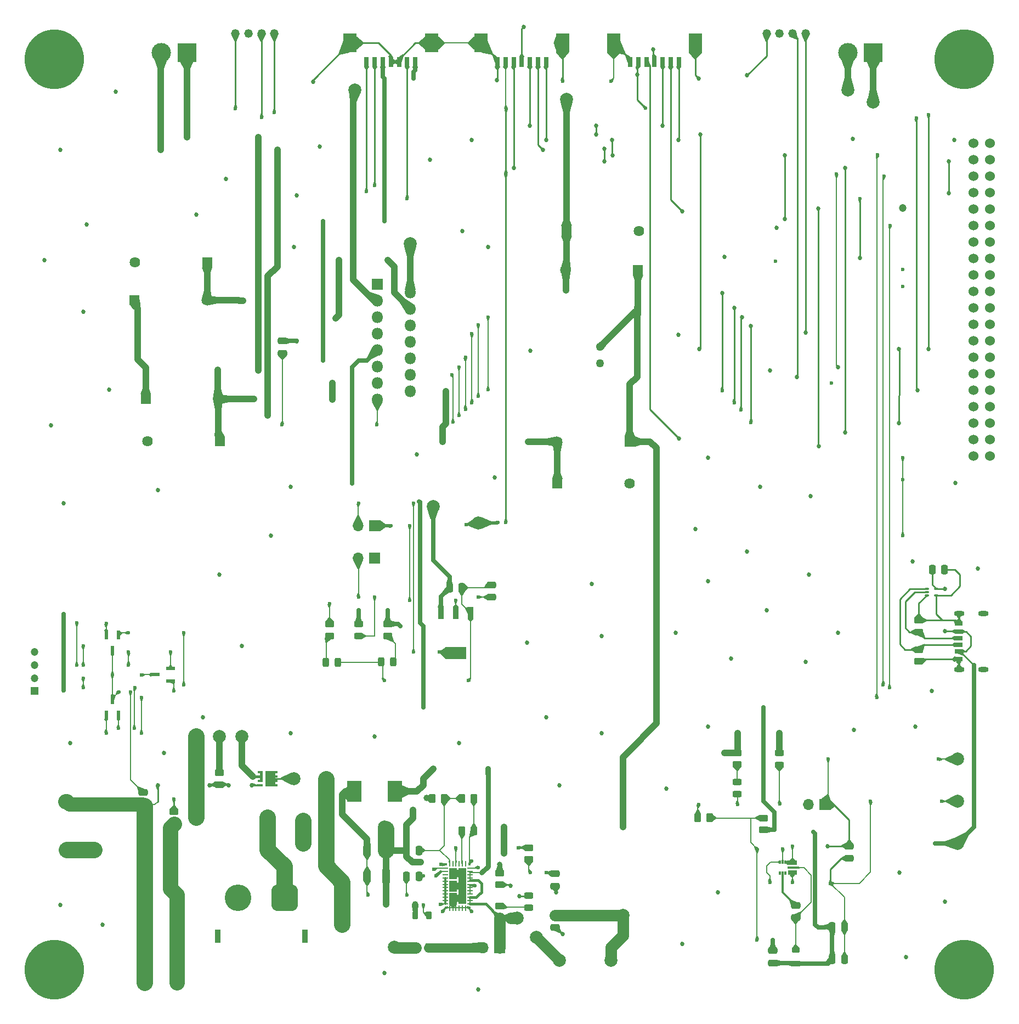
<source format=gtl>
G04 #@! TF.GenerationSoftware,KiCad,Pcbnew,8.0.6*
G04 #@! TF.CreationDate,2025-01-26T17:26:35-05:00*
G04 #@! TF.ProjectId,Main_Board_Rev1,4d61696e-5f42-46f6-9172-645f52657631,rev?*
G04 #@! TF.SameCoordinates,Original*
G04 #@! TF.FileFunction,Copper,L1,Top*
G04 #@! TF.FilePolarity,Positive*
%FSLAX46Y46*%
G04 Gerber Fmt 4.6, Leading zero omitted, Abs format (unit mm)*
G04 Created by KiCad (PCBNEW 8.0.6) date 2025-01-26 17:26:35*
%MOMM*%
%LPD*%
G01*
G04 APERTURE LIST*
G04 Aperture macros list*
%AMRoundRect*
0 Rectangle with rounded corners*
0 $1 Rounding radius*
0 $2 $3 $4 $5 $6 $7 $8 $9 X,Y pos of 4 corners*
0 Add a 4 corners polygon primitive as box body*
4,1,4,$2,$3,$4,$5,$6,$7,$8,$9,$2,$3,0*
0 Add four circle primitives for the rounded corners*
1,1,$1+$1,$2,$3*
1,1,$1+$1,$4,$5*
1,1,$1+$1,$6,$7*
1,1,$1+$1,$8,$9*
0 Add four rect primitives between the rounded corners*
20,1,$1+$1,$2,$3,$4,$5,0*
20,1,$1+$1,$4,$5,$6,$7,0*
20,1,$1+$1,$6,$7,$8,$9,0*
20,1,$1+$1,$8,$9,$2,$3,0*%
%AMFreePoly0*
4,1,29,0.628536,0.848536,0.630000,0.845000,0.630000,-0.845000,0.628536,-0.848536,0.625000,-0.850000,-0.175000,-0.850000,-0.178536,-0.848536,-0.180000,-0.845000,-0.180000,-0.495000,-0.178536,-0.491464,-0.175000,-0.490000,0.195000,-0.490000,0.195000,-0.180000,-0.175000,-0.180000,-0.178536,-0.178536,-0.180000,-0.175000,-0.180000,0.175000,-0.178536,0.178536,-0.175000,0.180000,0.195000,0.180000,
0.195000,0.490000,-0.175000,0.490000,-0.178536,0.491464,-0.180000,0.495000,-0.180000,0.845000,-0.178536,0.848536,-0.175000,0.850000,0.625000,0.850000,0.628536,0.848536,0.628536,0.848536,$1*%
%AMFreePoly1*
4,1,37,1.528536,1.183536,1.530000,1.180000,1.530000,0.830000,1.528536,0.826464,1.525000,0.825000,1.180000,0.825000,1.180000,0.515000,1.525000,0.515000,1.528536,0.513536,1.530000,0.510000,1.530000,0.160000,1.528536,0.156464,1.525000,0.155000,1.180000,0.155000,1.180000,-0.155000,1.525000,-0.155000,1.528536,-0.156464,1.530000,-0.160000,1.530000,-0.510000,1.528536,-0.513536,
1.525000,-0.515000,1.180000,-0.515000,1.180000,-0.825000,1.525000,-0.825000,1.528536,-0.826464,1.530000,-0.830000,1.530000,-1.180000,1.528536,-1.183536,1.525000,-1.185000,-0.354000,-1.185000,-0.357536,-1.183536,-0.359000,-1.180000,-0.359000,1.180000,-0.357536,1.183536,-0.354000,1.185000,1.525000,1.185000,1.528536,1.183536,1.528536,1.183536,$1*%
G04 Aperture macros list end*
G04 #@! TA.AperFunction,ComponentPad*
%ADD10R,1.625600X1.625600*%
G04 #@! TD*
G04 #@! TA.AperFunction,ComponentPad*
%ADD11C,1.625600*%
G04 #@! TD*
G04 #@! TA.AperFunction,SMDPad,CuDef*
%ADD12RoundRect,0.250000X0.262500X0.450000X-0.262500X0.450000X-0.262500X-0.450000X0.262500X-0.450000X0*%
G04 #@! TD*
G04 #@! TA.AperFunction,SMDPad,CuDef*
%ADD13R,1.450000X0.800000*%
G04 #@! TD*
G04 #@! TA.AperFunction,SMDPad,CuDef*
%ADD14R,0.300000X0.600000*%
G04 #@! TD*
G04 #@! TA.AperFunction,SMDPad,CuDef*
%ADD15R,1.725000X0.300000*%
G04 #@! TD*
G04 #@! TA.AperFunction,SMDPad,CuDef*
%ADD16RoundRect,0.250000X0.450000X-0.262500X0.450000X0.262500X-0.450000X0.262500X-0.450000X-0.262500X0*%
G04 #@! TD*
G04 #@! TA.AperFunction,SMDPad,CuDef*
%ADD17C,2.000000*%
G04 #@! TD*
G04 #@! TA.AperFunction,SMDPad,CuDef*
%ADD18RoundRect,0.250000X-0.475000X0.250000X-0.475000X-0.250000X0.475000X-0.250000X0.475000X0.250000X0*%
G04 #@! TD*
G04 #@! TA.AperFunction,SMDPad,CuDef*
%ADD19RoundRect,0.250000X0.250000X0.475000X-0.250000X0.475000X-0.250000X-0.475000X0.250000X-0.475000X0*%
G04 #@! TD*
G04 #@! TA.AperFunction,ComponentPad*
%ADD20C,9.200000*%
G04 #@! TD*
G04 #@! TA.AperFunction,SMDPad,CuDef*
%ADD21RoundRect,0.243750X-0.243750X-0.456250X0.243750X-0.456250X0.243750X0.456250X-0.243750X0.456250X0*%
G04 #@! TD*
G04 #@! TA.AperFunction,SMDPad,CuDef*
%ADD22R,0.800000X1.600000*%
G04 #@! TD*
G04 #@! TA.AperFunction,SMDPad,CuDef*
%ADD23R,2.100000X3.000000*%
G04 #@! TD*
G04 #@! TA.AperFunction,SMDPad,CuDef*
%ADD24R,1.200000X0.680000*%
G04 #@! TD*
G04 #@! TA.AperFunction,SMDPad,CuDef*
%ADD25R,1.200000X0.700000*%
G04 #@! TD*
G04 #@! TA.AperFunction,SMDPad,CuDef*
%ADD26R,1.200000X0.800000*%
G04 #@! TD*
G04 #@! TA.AperFunction,ComponentPad*
%ADD27O,1.600000X0.800000*%
G04 #@! TD*
G04 #@! TA.AperFunction,SMDPad,CuDef*
%ADD28R,2.184400X3.200400*%
G04 #@! TD*
G04 #@! TA.AperFunction,SMDPad,CuDef*
%ADD29RoundRect,0.243750X0.243750X0.456250X-0.243750X0.456250X-0.243750X-0.456250X0.243750X-0.456250X0*%
G04 #@! TD*
G04 #@! TA.AperFunction,SMDPad,CuDef*
%ADD30R,1.320800X0.558800*%
G04 #@! TD*
G04 #@! TA.AperFunction,SMDPad,CuDef*
%ADD31RoundRect,0.250000X-0.250000X-0.475000X0.250000X-0.475000X0.250000X0.475000X-0.250000X0.475000X0*%
G04 #@! TD*
G04 #@! TA.AperFunction,SMDPad,CuDef*
%ADD32RoundRect,0.243750X-0.456250X0.243750X-0.456250X-0.243750X0.456250X-0.243750X0.456250X0.243750X0*%
G04 #@! TD*
G04 #@! TA.AperFunction,ComponentPad*
%ADD33C,1.524000*%
G04 #@! TD*
G04 #@! TA.AperFunction,SMDPad,CuDef*
%ADD34RoundRect,0.243750X0.456250X-0.243750X0.456250X0.243750X-0.456250X0.243750X-0.456250X-0.243750X0*%
G04 #@! TD*
G04 #@! TA.AperFunction,ComponentPad*
%ADD35R,1.800000X1.800000*%
G04 #@! TD*
G04 #@! TA.AperFunction,ComponentPad*
%ADD36O,1.800000X1.800000*%
G04 #@! TD*
G04 #@! TA.AperFunction,SMDPad,CuDef*
%ADD37RoundRect,0.037500X-0.262500X-0.112500X0.262500X-0.112500X0.262500X0.112500X-0.262500X0.112500X0*%
G04 #@! TD*
G04 #@! TA.AperFunction,SMDPad,CuDef*
%ADD38RoundRect,0.037500X-0.292500X-0.112500X0.292500X-0.112500X0.292500X0.112500X-0.292500X0.112500X0*%
G04 #@! TD*
G04 #@! TA.AperFunction,ComponentPad*
%ADD39R,1.700000X1.700000*%
G04 #@! TD*
G04 #@! TA.AperFunction,ComponentPad*
%ADD40O,1.700000X1.700000*%
G04 #@! TD*
G04 #@! TA.AperFunction,SMDPad,CuDef*
%ADD41RoundRect,0.250000X-0.262500X-0.450000X0.262500X-0.450000X0.262500X0.450000X-0.262500X0.450000X0*%
G04 #@! TD*
G04 #@! TA.AperFunction,SMDPad,CuDef*
%ADD42R,0.812800X0.228600*%
G04 #@! TD*
G04 #@! TA.AperFunction,SMDPad,CuDef*
%ADD43R,0.228600X0.812800*%
G04 #@! TD*
G04 #@! TA.AperFunction,SMDPad,CuDef*
%ADD44R,1.193800X1.727200*%
G04 #@! TD*
G04 #@! TA.AperFunction,SMDPad,CuDef*
%ADD45R,0.381000X0.381000*%
G04 #@! TD*
G04 #@! TA.AperFunction,SMDPad,CuDef*
%ADD46RoundRect,0.250000X0.325000X0.650000X-0.325000X0.650000X-0.325000X-0.650000X0.325000X-0.650000X0*%
G04 #@! TD*
G04 #@! TA.AperFunction,ComponentPad*
%ADD47C,1.270000*%
G04 #@! TD*
G04 #@! TA.AperFunction,ComponentPad*
%ADD48R,0.900000X2.000000*%
G04 #@! TD*
G04 #@! TA.AperFunction,ComponentPad*
%ADD49RoundRect,1.025000X1.025000X1.025000X-1.025000X1.025000X-1.025000X-1.025000X1.025000X-1.025000X0*%
G04 #@! TD*
G04 #@! TA.AperFunction,ComponentPad*
%ADD50C,4.100000*%
G04 #@! TD*
G04 #@! TA.AperFunction,SMDPad,CuDef*
%ADD51R,0.558800X1.320800*%
G04 #@! TD*
G04 #@! TA.AperFunction,SMDPad,CuDef*
%ADD52RoundRect,0.250000X-0.450000X0.262500X-0.450000X-0.262500X0.450000X-0.262500X0.450000X0.262500X0*%
G04 #@! TD*
G04 #@! TA.AperFunction,SMDPad,CuDef*
%ADD53RoundRect,0.250000X0.475000X-0.250000X0.475000X0.250000X-0.475000X0.250000X-0.475000X-0.250000X0*%
G04 #@! TD*
G04 #@! TA.AperFunction,SMDPad,CuDef*
%ADD54RoundRect,0.218750X-0.381250X0.218750X-0.381250X-0.218750X0.381250X-0.218750X0.381250X0.218750X0*%
G04 #@! TD*
G04 #@! TA.AperFunction,ComponentPad*
%ADD55C,1.803400*%
G04 #@! TD*
G04 #@! TA.AperFunction,ComponentPad*
%ADD56C,1.320800*%
G04 #@! TD*
G04 #@! TA.AperFunction,SMDPad,CuDef*
%ADD57FreePoly0,0.000000*%
G04 #@! TD*
G04 #@! TA.AperFunction,SMDPad,CuDef*
%ADD58R,0.800000X0.350000*%
G04 #@! TD*
G04 #@! TA.AperFunction,SMDPad,CuDef*
%ADD59FreePoly1,0.000000*%
G04 #@! TD*
G04 #@! TA.AperFunction,ComponentPad*
%ADD60R,1.200000X1.200000*%
G04 #@! TD*
G04 #@! TA.AperFunction,ComponentPad*
%ADD61C,1.200000*%
G04 #@! TD*
G04 #@! TA.AperFunction,SMDPad,CuDef*
%ADD62R,0.900000X1.850000*%
G04 #@! TD*
G04 #@! TA.AperFunction,SMDPad,CuDef*
%ADD63R,3.200000X1.850000*%
G04 #@! TD*
G04 #@! TA.AperFunction,SMDPad,CuDef*
%ADD64RoundRect,0.218750X0.218750X0.381250X-0.218750X0.381250X-0.218750X-0.381250X0.218750X-0.381250X0*%
G04 #@! TD*
G04 #@! TA.AperFunction,ComponentPad*
%ADD65R,3.000000X3.000000*%
G04 #@! TD*
G04 #@! TA.AperFunction,ComponentPad*
%ADD66C,3.000000*%
G04 #@! TD*
G04 #@! TA.AperFunction,ViaPad*
%ADD67C,0.685800*%
G04 #@! TD*
G04 #@! TA.AperFunction,ViaPad*
%ADD68C,0.600000*%
G04 #@! TD*
G04 #@! TA.AperFunction,ViaPad*
%ADD69C,1.000000*%
G04 #@! TD*
G04 #@! TA.AperFunction,ViaPad*
%ADD70C,1.200000*%
G04 #@! TD*
G04 #@! TA.AperFunction,ViaPad*
%ADD71C,0.900000*%
G04 #@! TD*
G04 #@! TA.AperFunction,ViaPad*
%ADD72C,2.000000*%
G04 #@! TD*
G04 #@! TA.AperFunction,ViaPad*
%ADD73C,0.800000*%
G04 #@! TD*
G04 #@! TA.AperFunction,Conductor*
%ADD74C,0.254000*%
G04 #@! TD*
G04 #@! TA.AperFunction,Conductor*
%ADD75C,2.200000*%
G04 #@! TD*
G04 #@! TA.AperFunction,Conductor*
%ADD76C,0.200000*%
G04 #@! TD*
G04 #@! TA.AperFunction,Conductor*
%ADD77C,2.400000*%
G04 #@! TD*
G04 #@! TA.AperFunction,Conductor*
%ADD78C,2.540000*%
G04 #@! TD*
G04 #@! TA.AperFunction,Conductor*
%ADD79C,0.250000*%
G04 #@! TD*
G04 #@! TA.AperFunction,Conductor*
%ADD80C,1.016000*%
G04 #@! TD*
G04 #@! TA.AperFunction,Conductor*
%ADD81C,0.400000*%
G04 #@! TD*
G04 #@! TA.AperFunction,Conductor*
%ADD82C,1.800000*%
G04 #@! TD*
G04 #@! TA.AperFunction,Conductor*
%ADD83C,0.800000*%
G04 #@! TD*
G04 #@! TA.AperFunction,Conductor*
%ADD84C,1.000000*%
G04 #@! TD*
G04 #@! TA.AperFunction,Conductor*
%ADD85C,0.700000*%
G04 #@! TD*
G04 #@! TA.AperFunction,Conductor*
%ADD86C,0.500000*%
G04 #@! TD*
G04 #@! TA.AperFunction,Conductor*
%ADD87C,0.300000*%
G04 #@! TD*
G04 #@! TA.AperFunction,Conductor*
%ADD88C,1.400000*%
G04 #@! TD*
G04 APERTURE END LIST*
D10*
X38160500Y-77450000D03*
D11*
X49336500Y-77450000D03*
D12*
X125200000Y-142000000D03*
X123375000Y-142000000D03*
D13*
X137975000Y-149000000D03*
D14*
X136925000Y-148900000D03*
X136475000Y-148900000D03*
X136025000Y-148900000D03*
X136025000Y-150600000D03*
X136475000Y-150600000D03*
X136925000Y-150600000D03*
D13*
X137975000Y-150500000D03*
D15*
X138112500Y-149750000D03*
D16*
X157500000Y-117912500D03*
X157500000Y-116087500D03*
D17*
X163500000Y-133000000D03*
X79000000Y-53500000D03*
D18*
X138475000Y-155550000D03*
X138475000Y-157450000D03*
D12*
X88799976Y-139070108D03*
X86974976Y-139070108D03*
D18*
X101299976Y-150670108D03*
X101299976Y-152570108D03*
D19*
X80299976Y-151070108D03*
X78399976Y-151070108D03*
D20*
X24000000Y-165500000D03*
D21*
X79862476Y-162070108D03*
X81737476Y-162070108D03*
D17*
X163500000Y-139500000D03*
D10*
X49589500Y-83950000D03*
D11*
X38413500Y-83950000D03*
D16*
X42500000Y-142912500D03*
X42500000Y-141087500D03*
D22*
X79750000Y-25400000D03*
X78500000Y-25400000D03*
X77250000Y-25400000D03*
X76000000Y-25400000D03*
X74750000Y-25400000D03*
X73500000Y-25400000D03*
X72250000Y-25400000D03*
D23*
X82300000Y-22500000D03*
X69700000Y-22500000D03*
D10*
X114156000Y-57500000D03*
D11*
X102980000Y-57500000D03*
D24*
X163620000Y-115320000D03*
D25*
X163620000Y-113300000D03*
D26*
X163620000Y-112070000D03*
D25*
X163620000Y-114320000D03*
X163620000Y-116340000D03*
D26*
X163620000Y-117570000D03*
D27*
X163700000Y-119140000D03*
X163700000Y-110500000D03*
X167500000Y-119140000D03*
X167500000Y-110500000D03*
D28*
X70375800Y-138000000D03*
X76624200Y-138000000D03*
D20*
X24000000Y-25000000D03*
D29*
X67788400Y-118062500D03*
X65913400Y-118062500D03*
D30*
X42000000Y-120905000D03*
X42000000Y-119000000D03*
X39612400Y-119952500D03*
D31*
X159550000Y-103750000D03*
X161450000Y-103750000D03*
D32*
X135975000Y-132062500D03*
X135975000Y-133937500D03*
D33*
X165900000Y-38010000D03*
X168440000Y-38010000D03*
X165900000Y-40550000D03*
X168440000Y-40550000D03*
X165900000Y-43090000D03*
X168440000Y-43090000D03*
X165900000Y-45630000D03*
X168440000Y-45630000D03*
X165900000Y-48170000D03*
X168440000Y-48170000D03*
X165900000Y-50710000D03*
X168440000Y-50710000D03*
X165900000Y-53250000D03*
X168440000Y-53250000D03*
X165900000Y-55790000D03*
X168440000Y-55790000D03*
X165900000Y-58330000D03*
X168440000Y-58330000D03*
X165900000Y-60870000D03*
X168440000Y-60870000D03*
X165900000Y-63410000D03*
X168440000Y-63410000D03*
X165900000Y-65950000D03*
X168440000Y-65950000D03*
X165900000Y-68490000D03*
X168440000Y-68490000D03*
X165900000Y-71030000D03*
X168440000Y-71030000D03*
X165900000Y-73570000D03*
X168440000Y-73570000D03*
X165900000Y-76110000D03*
X168440000Y-76110000D03*
X165900000Y-78650000D03*
X168440000Y-78650000D03*
X165900000Y-81190000D03*
X168440000Y-81190000D03*
X165900000Y-83730000D03*
X168440000Y-83730000D03*
X165900000Y-86270000D03*
X168440000Y-86270000D03*
D34*
X129475000Y-138421500D03*
X129475000Y-136546500D03*
D31*
X85050000Y-106562500D03*
X86950000Y-106562500D03*
D35*
X73920000Y-59690000D03*
D36*
X79000000Y-60960000D03*
X73920000Y-62230000D03*
X79000000Y-63500000D03*
X73920000Y-64770000D03*
X79000000Y-66040000D03*
X73920000Y-67310000D03*
X79000000Y-68580000D03*
X73920000Y-69850000D03*
X79000000Y-71120000D03*
X73920000Y-72390000D03*
X79000000Y-73660000D03*
X73920000Y-74930000D03*
X79000000Y-76200000D03*
X73920000Y-77470000D03*
D10*
X103110500Y-51500000D03*
D11*
X114286500Y-51500000D03*
D16*
X133475000Y-143912500D03*
X133475000Y-142087500D03*
D17*
X25800000Y-139600000D03*
D31*
X78399976Y-147070108D03*
X80299976Y-147070108D03*
D37*
X158715000Y-106700000D03*
X158715000Y-107200000D03*
X158715000Y-107700000D03*
D38*
X160185000Y-107700000D03*
X160185000Y-106700000D03*
D16*
X92799976Y-152395108D03*
X92799976Y-150570108D03*
D39*
X73500000Y-102000000D03*
D40*
X70960000Y-102000000D03*
D41*
X86974976Y-144070108D03*
X88799976Y-144070108D03*
D42*
X84407676Y-149819415D03*
X84407676Y-150319541D03*
X84407676Y-150819667D03*
X84407676Y-151319793D03*
X84407676Y-151819919D03*
X84407676Y-152320045D03*
X84407676Y-152820171D03*
X84407676Y-153320297D03*
X84407676Y-153820423D03*
X84407676Y-154320549D03*
X84407676Y-154820675D03*
X84407676Y-155320801D03*
D43*
X85049661Y-155973708D03*
X85549787Y-155973708D03*
X86049913Y-155973708D03*
X86550039Y-155973708D03*
X87050165Y-155973708D03*
X87550291Y-155973708D03*
D42*
X88192276Y-155320801D03*
X88192276Y-154820675D03*
X88192276Y-154320549D03*
X88192276Y-153820423D03*
X88192276Y-153320297D03*
X88192276Y-152820171D03*
X88192276Y-152320045D03*
X88192276Y-151819919D03*
X88192276Y-151319793D03*
X88192276Y-150819667D03*
X88192276Y-150319541D03*
X88192276Y-149819415D03*
D43*
X87550291Y-149166508D03*
X87050165Y-149166508D03*
X86550039Y-149166508D03*
X86049913Y-149166508D03*
X85549787Y-149166508D03*
X85049661Y-149166508D03*
D44*
X85599952Y-150640108D03*
X87000000Y-150640108D03*
X85599952Y-152570108D03*
X87000000Y-152570108D03*
X85599952Y-154500000D03*
X87000000Y-154500000D03*
D45*
X84487476Y-149257607D03*
X84487476Y-155882609D03*
X88112476Y-155882609D03*
X88112476Y-149257607D03*
D20*
X164500000Y-25000000D03*
D22*
X99950000Y-25400000D03*
X98700000Y-25400000D03*
X97450000Y-25400000D03*
X96200000Y-25400000D03*
X94950000Y-25400000D03*
X93700000Y-25400000D03*
X92450000Y-25400000D03*
D23*
X102500000Y-22500000D03*
X89900000Y-22500000D03*
D17*
X89501414Y-96561086D03*
D32*
X97299976Y-154078500D03*
X97299976Y-155953500D03*
D22*
X120450000Y-25400000D03*
X119200000Y-25400000D03*
X117950000Y-25400000D03*
X116700000Y-25400000D03*
X115450000Y-25400000D03*
X114200000Y-25400000D03*
X112950000Y-25400000D03*
D23*
X123000000Y-22500000D03*
X110400000Y-22500000D03*
D46*
X75274976Y-147070108D03*
X72324976Y-147070108D03*
D18*
X101299976Y-157070108D03*
X101299976Y-158970108D03*
D39*
X142975000Y-140000000D03*
D40*
X140435000Y-140000000D03*
D47*
X108255000Y-69425000D03*
X108255000Y-71925000D03*
D20*
X164500000Y-165500000D03*
D16*
X97299976Y-148482608D03*
X97299976Y-146657608D03*
D48*
X62750000Y-160350000D03*
X49250000Y-160350000D03*
D49*
X59600000Y-154350000D03*
D50*
X52400000Y-154350000D03*
D51*
X32047500Y-126193800D03*
X33952500Y-126193800D03*
X33000000Y-123806200D03*
D46*
X75274976Y-151070108D03*
X72324976Y-151070108D03*
D10*
X112889500Y-84000000D03*
D11*
X101713500Y-84000000D03*
D17*
X82500000Y-94000000D03*
D52*
X75500000Y-112150000D03*
X75500000Y-113975000D03*
D53*
X134975000Y-164450000D03*
X134975000Y-162550000D03*
D31*
X144125000Y-158900000D03*
X146025000Y-158900000D03*
D54*
X138475000Y-162437500D03*
X138475000Y-164562500D03*
D17*
X26000000Y-147000000D03*
D12*
X84212476Y-139070108D03*
X82387476Y-139070108D03*
D52*
X66500000Y-112150000D03*
X66500000Y-113975000D03*
D55*
X43000000Y-167500000D03*
X38000000Y-167500000D03*
D18*
X59255000Y-68475000D03*
X59255000Y-70375000D03*
D31*
X144125000Y-163900000D03*
X146025000Y-163900000D03*
D17*
X163500000Y-146000000D03*
D21*
X74512500Y-118000000D03*
X76387500Y-118000000D03*
D16*
X92799976Y-157482608D03*
X92799976Y-155657608D03*
D56*
X52000000Y-21000000D03*
X53999999Y-21000000D03*
X56000000Y-21000000D03*
X57999998Y-21000000D03*
D32*
X71000000Y-112125000D03*
X71000000Y-114000000D03*
D10*
X101713500Y-90500000D03*
D11*
X112889500Y-90500000D03*
D52*
X129475000Y-132000000D03*
X129475000Y-133825000D03*
D57*
X55650000Y-135665000D03*
D58*
X55875000Y-137005000D03*
D59*
X57000000Y-136000000D03*
D56*
X134000002Y-21000000D03*
X136000001Y-21000000D03*
X138000002Y-21000000D03*
X140000000Y-21000000D03*
D39*
X92799976Y-162070108D03*
D40*
X90259976Y-162070108D03*
D60*
X21000000Y-122500000D03*
D61*
X21000000Y-120500000D03*
X21000000Y-118500000D03*
X21000000Y-116500000D03*
D51*
X33952500Y-113806200D03*
X32047500Y-113806200D03*
X33000000Y-116193800D03*
D17*
X62500000Y-142500000D03*
D18*
X146750000Y-146400000D03*
X146750000Y-148300000D03*
D62*
X88300000Y-110462500D03*
X86000000Y-110462500D03*
X83700000Y-110462500D03*
D63*
X86000000Y-116662500D03*
D17*
X111799976Y-157070108D03*
D52*
X157500000Y-111587500D03*
X157500000Y-113412500D03*
D10*
X36402000Y-62225000D03*
D11*
X47578000Y-62225000D03*
D64*
X81862476Y-157070108D03*
X79737476Y-157070108D03*
D10*
X47639500Y-56350000D03*
D11*
X36463500Y-56350000D03*
D39*
X73500000Y-97000000D03*
D40*
X70960000Y-97000000D03*
D65*
X150480000Y-24000000D03*
D66*
X146520000Y-24000000D03*
D65*
X44500000Y-24000000D03*
D66*
X40540000Y-24000000D03*
D53*
X37770000Y-140035720D03*
X37770000Y-138135720D03*
X91500000Y-108012500D03*
X91500000Y-106112500D03*
D52*
X49500000Y-135087500D03*
X49500000Y-136912500D03*
D67*
X40000000Y-137000000D03*
X51000000Y-137000000D03*
X54500000Y-137000000D03*
X48000000Y-137000000D03*
X23500000Y-81500000D03*
X22500000Y-56000000D03*
X140000000Y-118000000D03*
X26500000Y-130500000D03*
X94500000Y-152500000D03*
D68*
X134500000Y-152000000D03*
D67*
X61000000Y-54000000D03*
X126500000Y-153500000D03*
X33500000Y-30000000D03*
D68*
X84000000Y-156500000D03*
D67*
X80000000Y-86000000D03*
X108500000Y-114000000D03*
X125000000Y-105500000D03*
D68*
X59200000Y-81400000D03*
D67*
X127500000Y-55500000D03*
X147350000Y-37300000D03*
D68*
X155000000Y-60100000D03*
D67*
X57500000Y-98500000D03*
D68*
X75000000Y-120900000D03*
D67*
X131000000Y-101000000D03*
X125000000Y-86500000D03*
X97500000Y-69950000D03*
X25000000Y-39000000D03*
X60500000Y-129000000D03*
D68*
X143850000Y-152150000D03*
D67*
X87000000Y-51500000D03*
X140750000Y-92450000D03*
X89500000Y-168500000D03*
D68*
X78500000Y-154000000D03*
D67*
X100000000Y-126500000D03*
X147500000Y-128500000D03*
D68*
X33000000Y-120000000D03*
D67*
X120000000Y-113500000D03*
X107000000Y-106000000D03*
D68*
X155000000Y-98500000D03*
X135350000Y-56150000D03*
D67*
X32500000Y-76000000D03*
X60500000Y-91000000D03*
X47000000Y-126500000D03*
D68*
X34000000Y-122600000D03*
D67*
X133000000Y-91000000D03*
X25500000Y-93500000D03*
X95834900Y-154165100D03*
X102500000Y-160000000D03*
D68*
X72500000Y-154000000D03*
D67*
X97000000Y-115000000D03*
D69*
X86299976Y-152570108D03*
D68*
X89000000Y-152500000D03*
X88500000Y-148700900D03*
X155000000Y-89900000D03*
D67*
X135500000Y-51000000D03*
X61500000Y-46000000D03*
X118500000Y-137500000D03*
X108500000Y-129000000D03*
X29000000Y-50500000D03*
D69*
X86500000Y-150500000D03*
D67*
X41000000Y-132000000D03*
X92400000Y-28250000D03*
X128500000Y-117500000D03*
X102000000Y-137000000D03*
D68*
X88500000Y-156500000D03*
D69*
X86000000Y-154500000D03*
D70*
X155000000Y-48000000D03*
D67*
X155500000Y-163500000D03*
D68*
X73800000Y-81400000D03*
D67*
X86500000Y-130500000D03*
X25000000Y-155500000D03*
X64000000Y-28500000D03*
D68*
X42500000Y-139186250D03*
D67*
X121000000Y-161500000D03*
X53000000Y-115500000D03*
X134000000Y-110000000D03*
D68*
X123500000Y-140000000D03*
D67*
X49500000Y-104500000D03*
X88500000Y-37500000D03*
X82000000Y-40500000D03*
X156500000Y-102500000D03*
X140500000Y-104500000D03*
X75000000Y-166000000D03*
D68*
X144000000Y-75000000D03*
D67*
X50500000Y-43500000D03*
X159500000Y-122500000D03*
X125000000Y-128000000D03*
D68*
X161000000Y-139500000D03*
X155000000Y-86500000D03*
X35805500Y-122600000D03*
D67*
X123000000Y-97500000D03*
X145000000Y-113500000D03*
X92000000Y-89500000D03*
X65000000Y-38500000D03*
X157000000Y-128000000D03*
D68*
X138000000Y-152000000D03*
X88000000Y-120900000D03*
D67*
X28500000Y-64000000D03*
X31500000Y-158500000D03*
X154500000Y-150500000D03*
D68*
X83750000Y-149250000D03*
X37500000Y-120000000D03*
D67*
X163150000Y-90400000D03*
D68*
X102500000Y-28400000D03*
D67*
X46000000Y-49000000D03*
D68*
X110000000Y-28400000D03*
X129500000Y-140000000D03*
X155000000Y-57450000D03*
D67*
X134500000Y-73050000D03*
X120350000Y-67500000D03*
X161500000Y-155000000D03*
X123500000Y-28000000D03*
D68*
X150050000Y-139500000D03*
D67*
X101500000Y-153500000D03*
X163000000Y-37500000D03*
X166600000Y-103600000D03*
X91000000Y-54000000D03*
X73500000Y-129500000D03*
X40000000Y-91500000D03*
D68*
X83000000Y-151000000D03*
X81000000Y-151000000D03*
X97500000Y-150500000D03*
X100000000Y-150500000D03*
D71*
X91000000Y-134500000D03*
D72*
X110000000Y-164000000D03*
D71*
X82500000Y-134500000D03*
D72*
X95500000Y-157500000D03*
X98500000Y-160500000D03*
X102000000Y-164000000D03*
D69*
X75274976Y-155400000D03*
D70*
X114000000Y-64000000D03*
D68*
X82600000Y-150000000D03*
D71*
X129500000Y-129000000D03*
X112500000Y-132000000D03*
D69*
X81500000Y-139000000D03*
D71*
X93500000Y-147500000D03*
D67*
X67500000Y-65000000D03*
D72*
X75000000Y-143500000D03*
D71*
X111799976Y-143500000D03*
D69*
X79737476Y-155400000D03*
D67*
X75500000Y-56000000D03*
D71*
X127500000Y-132000000D03*
D69*
X79400000Y-140800000D03*
D67*
X68000000Y-56000000D03*
D71*
X93500000Y-143500000D03*
X136000000Y-129000000D03*
D72*
X62500000Y-146000000D03*
D69*
X80600000Y-148900000D03*
D67*
X36900000Y-67750000D03*
D68*
X82500000Y-101900000D03*
X52000000Y-32600000D03*
X87650707Y-96849293D03*
X66500000Y-109000000D03*
X78900000Y-97000000D03*
X115300000Y-32550000D03*
X86000000Y-108500000D03*
X93800000Y-32650000D03*
D67*
X145000000Y-72500000D03*
X131000000Y-27500000D03*
D68*
X92500707Y-96499293D03*
X89500000Y-108000000D03*
X78900000Y-108500000D03*
X93750000Y-42700000D03*
D67*
X114000000Y-27353100D03*
D68*
X144800000Y-42700000D03*
X93750000Y-96499293D03*
X76000000Y-97000000D03*
X160500000Y-133000000D03*
X138000000Y-146400000D03*
X143500000Y-133000000D03*
D67*
X143400000Y-146400000D03*
D68*
X75500000Y-110000000D03*
X77500000Y-112500000D03*
X25500000Y-110600000D03*
X81000000Y-112500000D03*
X25500000Y-122500000D03*
D67*
X161500000Y-113250000D03*
X161500000Y-106700000D03*
X65500000Y-50000000D03*
X65500000Y-71500000D03*
D68*
X141250000Y-144250000D03*
D67*
X75000000Y-50000000D03*
D68*
X80348531Y-93217156D03*
X79500000Y-28000000D03*
D67*
X71000000Y-71500000D03*
D68*
X135200000Y-143850000D03*
D67*
X65500000Y-68500000D03*
D68*
X81000000Y-125000000D03*
X74750000Y-27750000D03*
X160000000Y-146000000D03*
X71000000Y-110000000D03*
X133500000Y-125000000D03*
D67*
X61500000Y-68500000D03*
D68*
X70000000Y-90500000D03*
X136500000Y-146850000D03*
X135025000Y-160900000D03*
X132550000Y-146900000D03*
X132525000Y-160900000D03*
D72*
X68500000Y-158500000D03*
X61000000Y-136000000D03*
X76500000Y-162000000D03*
X66000000Y-136100000D03*
D68*
X71000000Y-108000000D03*
X73500000Y-108000000D03*
X136025000Y-139900000D03*
X86000000Y-146657608D03*
X95657608Y-146657608D03*
X83629902Y-155391777D03*
X81000000Y-155500000D03*
D73*
X92750000Y-149250000D03*
D68*
X89500000Y-149699997D03*
X79500000Y-93500000D03*
X71000000Y-93500000D03*
X83500000Y-116500000D03*
X79500000Y-116500000D03*
X32047500Y-129000000D03*
X37500000Y-123500000D03*
X151000000Y-123500000D03*
X37500000Y-129000000D03*
X151150000Y-39750000D03*
X36405500Y-128241300D03*
X33905500Y-128241300D03*
X33905500Y-128241300D03*
X28500000Y-122000000D03*
X36500000Y-122000000D03*
X28500000Y-120500000D03*
X32047500Y-112047500D03*
X27500000Y-112000000D03*
X27500000Y-118500000D03*
X44000000Y-121500000D03*
X44000000Y-113500000D03*
X35500000Y-113500000D03*
X152000000Y-121500000D03*
X152140000Y-43090000D03*
X153000000Y-122000000D03*
X153060000Y-50710000D03*
X42500000Y-122500000D03*
X28500000Y-115500000D03*
X35500000Y-118500000D03*
X42000000Y-116500000D03*
X35500000Y-116500000D03*
X28500000Y-118500000D03*
D72*
X30200000Y-147000000D03*
X46000000Y-129500000D03*
X53000000Y-129500000D03*
X49500000Y-129500000D03*
X57000000Y-147000000D03*
X46000000Y-142000000D03*
X57000000Y-142000000D03*
D68*
X103000000Y-60650000D03*
D72*
X150480000Y-31653000D03*
X103110500Y-31200000D03*
X146520000Y-29800000D03*
X70475000Y-29725000D03*
D67*
X53170000Y-62230000D03*
D68*
X67000000Y-75000000D03*
X67000000Y-77500000D03*
X55500000Y-73000000D03*
X54900000Y-77500000D03*
X44500000Y-37000000D03*
X49300000Y-72950000D03*
X55500000Y-37000000D03*
X58500000Y-39000000D03*
X84000000Y-84000000D03*
X57000000Y-80000000D03*
X84500000Y-76200000D03*
X97100000Y-84050000D03*
X40500000Y-39000000D03*
X72200000Y-45450000D03*
X78500000Y-46500000D03*
X148400000Y-46500000D03*
D67*
X148400000Y-55700000D03*
X138700000Y-74000000D03*
X140000000Y-67150000D03*
D68*
X58000000Y-33200000D03*
X159000000Y-33550000D03*
D67*
X159000000Y-69750000D03*
X157275000Y-76075000D03*
D68*
X56065687Y-34000000D03*
X157100000Y-34100000D03*
X73500000Y-44500000D03*
D67*
X146150000Y-41800000D03*
X94950000Y-41750000D03*
X146150000Y-82600000D03*
X120500000Y-83500000D03*
X99500000Y-39000000D03*
X108950000Y-40750000D03*
X108950000Y-38850000D03*
X162100000Y-40800000D03*
X162113336Y-45686664D03*
X141950000Y-48050000D03*
X142100000Y-84700000D03*
X121000000Y-48500000D03*
X136800000Y-49650000D03*
X120425000Y-37500000D03*
X99950000Y-37475000D03*
X110175000Y-37500000D03*
X136800000Y-39850000D03*
X110200000Y-39800000D03*
X107700000Y-35250000D03*
X123600000Y-69700000D03*
X97450000Y-35250000D03*
X154450000Y-69700000D03*
X123750000Y-36650000D03*
X154450000Y-81150000D03*
X107700000Y-36650000D03*
X117900000Y-35250000D03*
D68*
X89500000Y-66000000D03*
X89500000Y-77000000D03*
X85600000Y-81000000D03*
X85400000Y-73660000D03*
D67*
X131550000Y-66150000D03*
D68*
X131600000Y-81050000D03*
X86500000Y-72500000D03*
X86500000Y-80000000D03*
X127150000Y-76150000D03*
X91000000Y-76000000D03*
X91000000Y-64770000D03*
D67*
X127200000Y-61050000D03*
D68*
X130050000Y-79100000D03*
X87500000Y-79000000D03*
D67*
X130200000Y-64800000D03*
D68*
X87500000Y-71000000D03*
X88500000Y-78000000D03*
X129000000Y-78000000D03*
D67*
X129050000Y-63400000D03*
D68*
X88500000Y-67310000D03*
D67*
X116500000Y-23500000D03*
X96500000Y-20000000D03*
D74*
X50912500Y-136912500D02*
X51000000Y-137000000D01*
D75*
X26435720Y-140035720D02*
X37770000Y-140035720D01*
D76*
X39564280Y-140035720D02*
X37770000Y-140035720D01*
D74*
X40000000Y-139600000D02*
X40000000Y-137000000D01*
X55870000Y-137000000D02*
X55875000Y-137005000D01*
D75*
X26000000Y-139600000D02*
X26435720Y-140035720D01*
D77*
X25800000Y-139600000D02*
X26000000Y-139600000D01*
D76*
X38000000Y-140265720D02*
X37770000Y-140035720D01*
D74*
X49412500Y-137000000D02*
X49500000Y-136912500D01*
D76*
X40000000Y-139600000D02*
X39564280Y-140035720D01*
D74*
X49500000Y-136912500D02*
X50912500Y-136912500D01*
X48000000Y-137000000D02*
X49412500Y-137000000D01*
D78*
X38000000Y-167500000D02*
X38000000Y-140265720D01*
D74*
X54500000Y-137000000D02*
X55870000Y-137000000D01*
D76*
X37770000Y-140035720D02*
X37867140Y-140132860D01*
X88799976Y-139070108D02*
X88799976Y-144070108D01*
X85599952Y-154500000D02*
X85599952Y-155923543D01*
D74*
X163700000Y-117650000D02*
X163620000Y-117570000D01*
D76*
X163500000Y-139500000D02*
X161000000Y-139500000D01*
D74*
X157842500Y-117570000D02*
X163620000Y-117570000D01*
X163700000Y-119140000D02*
X163700000Y-117650000D01*
X94395108Y-152395108D02*
X94500000Y-152500000D01*
D76*
X72324976Y-153824976D02*
X72500000Y-154000000D01*
X33000000Y-123600000D02*
X34000000Y-122600000D01*
D79*
X77250000Y-25000000D02*
X79750000Y-22500000D01*
D74*
X123500000Y-28000000D02*
X123000000Y-27500000D01*
D80*
X72324976Y-145324976D02*
X72324976Y-147070108D01*
D76*
X35805500Y-136171220D02*
X37770000Y-138135720D01*
D74*
X92400000Y-28250000D02*
X92450000Y-28200000D01*
D76*
X134500000Y-151000000D02*
X134500000Y-152000000D01*
D74*
X163137500Y-111587500D02*
X163620000Y-112070000D01*
D76*
X73800000Y-81400000D02*
X73920000Y-81280000D01*
D74*
X64000000Y-28500000D02*
X64000000Y-28200000D01*
D76*
X134000000Y-149500000D02*
X134000000Y-150500000D01*
X129500000Y-138359900D02*
X129475000Y-138334900D01*
X70375800Y-138000000D02*
X69386800Y-137011000D01*
X129500000Y-140000000D02*
X129500000Y-138359900D01*
X134000000Y-150500000D02*
X134500000Y-151000000D01*
X88372231Y-152500000D02*
X88192276Y-152320045D01*
X59200000Y-81400000D02*
X59255000Y-81345000D01*
D74*
X162250000Y-111587500D02*
X163137500Y-111587500D01*
D76*
X74625000Y-118062500D02*
X67701800Y-118062500D01*
X110000000Y-28400000D02*
X110000000Y-28300000D01*
X74712500Y-120612500D02*
X74712500Y-118150000D01*
D74*
X92450000Y-28200000D02*
X92450000Y-25400000D01*
D76*
X70375800Y-138000000D02*
X69386800Y-138989000D01*
X148350000Y-152150000D02*
X143850000Y-152150000D01*
D74*
X161137500Y-111587500D02*
X162250000Y-111587500D01*
D76*
X110400000Y-27900000D02*
X110400000Y-22500000D01*
X89000000Y-152500000D02*
X88372231Y-152500000D01*
X146025000Y-154325000D02*
X146025000Y-158900000D01*
D74*
X102500000Y-28400000D02*
X102500000Y-22500000D01*
D76*
X137975000Y-151975000D02*
X138000000Y-152000000D01*
D74*
X163850000Y-104550000D02*
X163850000Y-106300000D01*
D76*
X37547500Y-119952500D02*
X39612400Y-119952500D01*
D74*
X89900000Y-22500000D02*
X92450000Y-25050000D01*
D76*
X88300000Y-110462500D02*
X88300000Y-120600000D01*
D74*
X92450000Y-25050000D02*
X92450000Y-25400000D01*
X160185000Y-110585000D02*
X160185000Y-110635000D01*
D76*
X86950000Y-109112500D02*
X88300000Y-110462500D01*
X72324976Y-151070108D02*
X72324976Y-153824976D01*
X76000000Y-25400000D02*
X77250000Y-25400000D01*
D74*
X163700000Y-111990000D02*
X163620000Y-112070000D01*
X157500000Y-117912500D02*
X157842500Y-117570000D01*
D76*
X88799976Y-144299976D02*
X88112476Y-144987476D01*
X84000000Y-156370085D02*
X84487476Y-155882609D01*
X85599952Y-155923543D02*
X85549787Y-155973708D01*
X88799976Y-144070108D02*
X88799976Y-144299976D01*
X134600000Y-148900000D02*
X134000000Y-149500000D01*
D74*
X163050000Y-103750000D02*
X163850000Y-104550000D01*
D79*
X76000000Y-24400000D02*
X76000000Y-25400000D01*
D74*
X92799976Y-152395108D02*
X94395108Y-152395108D01*
D80*
X70375800Y-138000000D02*
X69000000Y-138000000D01*
X68500000Y-141500000D02*
X72324976Y-145324976D01*
D76*
X33000000Y-123806200D02*
X33000000Y-123600000D01*
D74*
X163700000Y-110500000D02*
X163700000Y-111990000D01*
X112950000Y-25050000D02*
X110400000Y-22500000D01*
D76*
X136025000Y-148900000D02*
X134600000Y-148900000D01*
X86950000Y-106562500D02*
X91050000Y-106562500D01*
X143850000Y-152150000D02*
X146025000Y-154325000D01*
X137975000Y-150500000D02*
X137975000Y-151975000D01*
D74*
X160185000Y-107750000D02*
X160185000Y-110585000D01*
D76*
X88112476Y-155882609D02*
X84487476Y-155882609D01*
D74*
X42500000Y-140857500D02*
X42500000Y-139186250D01*
D76*
X110000000Y-28300000D02*
X110400000Y-27900000D01*
D74*
X64000000Y-28200000D02*
X69700000Y-22500000D01*
D76*
X88112476Y-156112476D02*
X88112476Y-155882609D01*
D74*
X163850000Y-106300000D02*
X162450000Y-107700000D01*
D80*
X68500000Y-138500000D02*
X68500000Y-141500000D01*
D74*
X146750000Y-148300000D02*
X145500000Y-148300000D01*
D76*
X33000000Y-116193800D02*
X33000000Y-120000000D01*
D74*
X101299976Y-152570108D02*
X101299976Y-153299976D01*
X145500000Y-148300000D02*
X143850000Y-149950000D01*
D76*
X82300000Y-22500000D02*
X89900000Y-22500000D01*
X59255000Y-81345000D02*
X59255000Y-70375000D01*
X78399976Y-153899976D02*
X78399976Y-151070108D01*
X155000000Y-86500000D02*
X155000000Y-98500000D01*
D80*
X69000000Y-138000000D02*
X68500000Y-138500000D01*
D76*
X87000000Y-150640108D02*
X87000000Y-152570108D01*
D74*
X157500000Y-108915000D02*
X157500000Y-111587500D01*
X157500000Y-111587500D02*
X162250000Y-111587500D01*
D76*
X73920000Y-81280000D02*
X73920000Y-77470000D01*
X88500000Y-156500000D02*
X88112476Y-156112476D01*
D74*
X42500000Y-140857500D02*
X42270000Y-141087500D01*
D76*
X123375000Y-140125000D02*
X123500000Y-140000000D01*
X33000000Y-120000000D02*
X33000000Y-123806200D01*
D74*
X158715000Y-107700000D02*
X157500000Y-108915000D01*
X143850000Y-149950000D02*
X143850000Y-152150000D01*
D76*
X88112476Y-144987476D02*
X88112476Y-149257607D01*
X77250000Y-25400000D02*
X77250000Y-25000000D01*
X83750000Y-149250000D02*
X83757607Y-149257607D01*
X37500000Y-120000000D02*
X37547500Y-119952500D01*
X88300000Y-120600000D02*
X88000000Y-120900000D01*
D74*
X88112476Y-149088424D02*
X88500000Y-148700900D01*
D76*
X78500000Y-154000000D02*
X78399976Y-153899976D01*
X85599952Y-154500000D02*
X87000000Y-154500000D01*
X101200000Y-22500000D02*
X102500000Y-22500000D01*
D74*
X101299976Y-153299976D02*
X101500000Y-153500000D01*
X101470108Y-158970108D02*
X102500000Y-160000000D01*
D76*
X72324976Y-147070108D02*
X72324976Y-151070108D01*
X150050000Y-150450000D02*
X148350000Y-152150000D01*
X87000000Y-152570108D02*
X87000000Y-154500000D01*
D79*
X79750000Y-22500000D02*
X82300000Y-22500000D01*
D76*
X83757607Y-149257607D02*
X84487476Y-149257607D01*
D74*
X95834900Y-154165100D02*
X97299976Y-154165100D01*
D76*
X91050000Y-106562500D02*
X91500000Y-106112500D01*
X146025000Y-163900000D02*
X146025000Y-158900000D01*
D74*
X112950000Y-25400000D02*
X112950000Y-25050000D01*
D76*
X84000000Y-156500000D02*
X84000000Y-156370085D01*
D74*
X123000000Y-27500000D02*
X123000000Y-22500000D01*
X101299976Y-158970108D02*
X101470108Y-158970108D01*
D76*
X86950000Y-106562500D02*
X86950000Y-109112500D01*
X75000000Y-120900000D02*
X74712500Y-120612500D01*
X101299976Y-158970108D02*
X101270084Y-159000000D01*
X88192276Y-152320045D02*
X88192276Y-153820423D01*
X85599952Y-150640108D02*
X87000000Y-150640108D01*
D74*
X161450000Y-103750000D02*
X163050000Y-103750000D01*
D76*
X74712500Y-118150000D02*
X74625000Y-118062500D01*
X150050000Y-139500000D02*
X150050000Y-150450000D01*
D74*
X160185000Y-110635000D02*
X161137500Y-111587500D01*
D76*
X35805500Y-122600000D02*
X35805500Y-136171220D01*
X123375000Y-142000000D02*
X123375000Y-140125000D01*
D79*
X74100000Y-22500000D02*
X76000000Y-24400000D01*
D74*
X162450000Y-107700000D02*
X160185000Y-107700000D01*
D79*
X69700000Y-22500000D02*
X74100000Y-22500000D01*
D76*
X87000000Y-152570108D02*
X85599952Y-152570108D01*
D74*
X88112476Y-149257607D02*
X88112476Y-149088424D01*
D76*
X80299976Y-151070108D02*
X80929892Y-151070108D01*
X83680459Y-150319541D02*
X84407676Y-150319541D01*
X80929892Y-151070108D02*
X81000000Y-151000000D01*
D81*
X83000000Y-151000000D02*
X83680459Y-150319541D01*
D76*
X97299976Y-150299976D02*
X97500000Y-150500000D01*
X97299976Y-148482608D02*
X97299976Y-150299976D01*
X101129868Y-150500000D02*
X101299976Y-150670108D01*
X100000000Y-150500000D02*
X101129868Y-150500000D01*
X88192276Y-150500000D02*
X88192276Y-150319541D01*
D81*
X90000000Y-153500000D02*
X89600000Y-153900000D01*
D82*
X111799976Y-160200024D02*
X111799976Y-157070108D01*
D76*
X88500000Y-150500000D02*
X88192276Y-150500000D01*
D80*
X81000000Y-136000000D02*
X81000000Y-137000000D01*
D81*
X92799976Y-157482608D02*
X90638169Y-155320801D01*
D76*
X88192276Y-155320801D02*
X88192276Y-154320549D01*
D82*
X101299976Y-157070108D02*
X111799976Y-157070108D01*
X110000000Y-164000000D02*
X110000000Y-162000000D01*
D76*
X88372735Y-150500000D02*
X88192276Y-150319541D01*
D83*
X90027000Y-150500000D02*
X91000000Y-149527000D01*
X91000000Y-149527000D02*
X91000000Y-134500000D01*
D80*
X82500000Y-134500000D02*
X81000000Y-136000000D01*
X80000000Y-138000000D02*
X76624200Y-138000000D01*
D81*
X88292150Y-151720045D02*
X89500000Y-151720045D01*
D84*
X94482608Y-157482608D02*
X92799976Y-157482608D01*
D82*
X98500000Y-160500000D02*
X102000000Y-164000000D01*
D76*
X111729868Y-157000000D02*
X111799976Y-157070108D01*
D81*
X90638169Y-155320801D02*
X88192276Y-155320801D01*
D76*
X93212476Y-157070108D02*
X92799976Y-157482608D01*
D82*
X110000000Y-162000000D02*
X111799976Y-160200024D01*
D81*
X90000000Y-152220045D02*
X90000000Y-153500000D01*
D76*
X88500000Y-150500000D02*
X88372735Y-150500000D01*
X94500000Y-157500000D02*
X94482608Y-157482608D01*
X90027000Y-150500000D02*
X88500000Y-150500000D01*
D81*
X89600000Y-153900000D02*
X89179451Y-154320549D01*
X89500000Y-151720045D02*
X90000000Y-152220045D01*
D82*
X92799976Y-162070108D02*
X92799976Y-157482608D01*
D81*
X89179451Y-154320549D02*
X88192276Y-154320549D01*
D82*
X95500000Y-157500000D02*
X94500000Y-157500000D01*
D76*
X88192276Y-151819919D02*
X88292150Y-151720045D01*
D80*
X81000000Y-137000000D02*
X80000000Y-138000000D01*
D76*
X88192276Y-151819919D02*
X88192276Y-150500000D01*
D80*
X79400000Y-142100000D02*
X78399976Y-143100024D01*
X36900000Y-67750000D02*
X36900000Y-63490500D01*
X78399976Y-143100024D02*
X78399976Y-147070108D01*
X36900000Y-71300000D02*
X36900000Y-67750000D01*
X76500000Y-61000000D02*
X79000000Y-63500000D01*
X93500000Y-147500000D02*
X93500000Y-143500000D01*
X80600000Y-148900000D02*
X79300000Y-148900000D01*
X38160500Y-77450000D02*
X38160500Y-72560500D01*
D78*
X62500000Y-142500000D02*
X62500000Y-146000000D01*
D80*
X129500000Y-130500000D02*
X129500000Y-131975000D01*
X75274976Y-147070108D02*
X75274976Y-151070108D01*
D76*
X82387476Y-139070108D02*
X81570108Y-139070108D01*
X108200000Y-69370000D02*
X108255000Y-69425000D01*
D80*
X117000000Y-85000000D02*
X116000000Y-84000000D01*
X117000000Y-85000000D02*
X117000000Y-127500000D01*
X114000000Y-64000000D02*
X114100000Y-63900000D01*
X136000000Y-129000000D02*
X136000000Y-132037500D01*
D74*
X75000000Y-143500000D02*
X75274976Y-143774976D01*
D80*
X79300000Y-148900000D02*
X78399976Y-147999976D01*
X114000000Y-74000000D02*
X112889500Y-75110500D01*
X38160500Y-72560500D02*
X36900000Y-71300000D01*
X116000000Y-84000000D02*
X112889500Y-84000000D01*
D78*
X75274976Y-143774976D02*
X75274976Y-147070108D01*
D76*
X129475000Y-130525000D02*
X129500000Y-130500000D01*
D80*
X108255000Y-69425000D02*
X113680000Y-64000000D01*
X76500000Y-57000000D02*
X76500000Y-61000000D01*
X68000000Y-64500000D02*
X68000000Y-56000000D01*
X78399976Y-147999976D02*
X78399976Y-147070108D01*
X75274976Y-151070108D02*
X75274976Y-155400000D01*
X36900000Y-63490500D02*
X36402000Y-62992500D01*
X114100000Y-63900000D02*
X114100000Y-57556000D01*
X79400000Y-140800000D02*
X79400000Y-142100000D01*
X112500000Y-132000000D02*
X111799976Y-132700024D01*
X111799976Y-132700024D02*
X111799976Y-143500000D01*
X67500000Y-65000000D02*
X68000000Y-64500000D01*
D76*
X114100000Y-57556000D02*
X114156000Y-57500000D01*
D80*
X75500000Y-56000000D02*
X76500000Y-57000000D01*
X38350000Y-77260500D02*
X38160500Y-77450000D01*
D76*
X136000000Y-132037500D02*
X135975000Y-132062500D01*
D83*
X79737476Y-155400000D02*
X79737476Y-157070108D01*
D76*
X82680585Y-149819415D02*
X82500000Y-150000000D01*
D80*
X117000000Y-127500000D02*
X112500000Y-132000000D01*
X75274976Y-147070108D02*
X78399976Y-147070108D01*
D74*
X113680000Y-64000000D02*
X114000000Y-64000000D01*
D76*
X84407676Y-149819415D02*
X82680585Y-149819415D01*
D80*
X36402000Y-62992500D02*
X36402000Y-62225000D01*
X108200000Y-69300000D02*
X108200000Y-69370000D01*
D76*
X135912500Y-132000000D02*
X135975000Y-132062500D01*
D80*
X129500000Y-130500000D02*
X129500000Y-129000000D01*
X129475000Y-132000000D02*
X127500000Y-132000000D01*
X112889500Y-75110500D02*
X112889500Y-84000000D01*
D76*
X81570108Y-139070108D02*
X81500000Y-139000000D01*
D74*
X129500000Y-131975000D02*
X129475000Y-132000000D01*
D76*
X82500000Y-150000000D02*
X82600000Y-150000000D01*
D80*
X114000000Y-64000000D02*
X114000000Y-74000000D01*
D76*
X80299976Y-147070108D02*
X83500000Y-147070108D01*
X83500000Y-147070108D02*
X83559661Y-147070108D01*
X84212476Y-139070108D02*
X84212476Y-146357632D01*
X86974976Y-139070108D02*
X84212476Y-139070108D01*
X85049661Y-148560108D02*
X85049661Y-149166508D01*
X84212476Y-146357632D02*
X83500000Y-147070108D01*
X83559661Y-147070108D02*
X85049661Y-148560108D01*
D85*
X83700000Y-110462500D02*
X83700000Y-107912500D01*
X83700000Y-107912500D02*
X85050000Y-106562500D01*
X82500000Y-101900000D02*
X82500000Y-102300000D01*
X82500000Y-102300000D02*
X85050000Y-104850000D01*
X85050000Y-104850000D02*
X85050000Y-106562500D01*
X82500000Y-101900000D02*
X82500000Y-94000000D01*
D79*
X52000000Y-21000000D02*
X52000000Y-32600000D01*
D86*
X92438207Y-96561793D02*
X89500707Y-96561793D01*
D76*
X89512500Y-108012500D02*
X89500000Y-108000000D01*
X115300000Y-32550000D02*
X115350000Y-32500000D01*
X91500000Y-108012500D02*
X89512500Y-108012500D01*
D74*
X134000002Y-24499998D02*
X131000000Y-27500000D01*
X134000002Y-21000000D02*
X134000002Y-24499998D01*
D86*
X73500000Y-97000000D02*
X76000000Y-97000000D01*
D76*
X144800000Y-42700000D02*
X144800000Y-72300000D01*
D74*
X114200000Y-25400000D02*
X114200000Y-25000000D01*
D76*
X78900000Y-97000000D02*
X78900000Y-108500000D01*
X86000000Y-108500000D02*
X86000000Y-110462500D01*
D74*
X93750000Y-42700000D02*
X93750000Y-32700000D01*
X93750000Y-32700000D02*
X93800000Y-32650000D01*
D76*
X93800000Y-32650000D02*
X93700000Y-32550000D01*
D74*
X114000000Y-27353100D02*
X114000000Y-31250000D01*
X114000000Y-27353100D02*
X114000000Y-25600000D01*
X114000000Y-25600000D02*
X114200000Y-25400000D01*
X114000000Y-31250000D02*
X115300000Y-32550000D01*
D76*
X93700000Y-32550000D02*
X93700000Y-24950000D01*
D74*
X145000000Y-72500000D02*
X144800000Y-72300000D01*
D76*
X87650707Y-96849293D02*
X87938207Y-96561793D01*
X92500707Y-96499293D02*
X92438207Y-96561793D01*
X87938207Y-96561793D02*
X89500707Y-96561793D01*
X66500000Y-109000000D02*
X66500000Y-112150000D01*
D74*
X93750000Y-96499293D02*
X93750000Y-42700000D01*
D76*
X142975000Y-139525000D02*
X143500000Y-139000000D01*
X143500000Y-139000000D02*
X143500000Y-133000000D01*
X143350000Y-140375000D02*
X142975000Y-140000000D01*
D74*
X146750000Y-142400000D02*
X146750000Y-146400000D01*
X136925000Y-148900000D02*
X137875000Y-148900000D01*
D76*
X138000000Y-148975000D02*
X137975000Y-149000000D01*
D74*
X143400000Y-146400000D02*
X146750000Y-146400000D01*
D76*
X142975000Y-140000000D02*
X142975000Y-139525000D01*
D74*
X137875000Y-148900000D02*
X137975000Y-149000000D01*
D76*
X138000000Y-146400000D02*
X138000000Y-148975000D01*
D74*
X142975000Y-140000000D02*
X144350000Y-140000000D01*
X144350000Y-140000000D02*
X146750000Y-142400000D01*
D76*
X160500000Y-133000000D02*
X163500000Y-133000000D01*
X140900000Y-155025000D02*
X138475000Y-157450000D01*
X138475000Y-162437500D02*
X138475000Y-157450000D01*
X140900000Y-150900000D02*
X140900000Y-155025000D01*
X138850000Y-149750000D02*
X138112500Y-149750000D01*
X138112500Y-149750000D02*
X139750000Y-149750000D01*
X139750000Y-149750000D02*
X140900000Y-150900000D01*
D87*
X136475000Y-150600000D02*
X136475000Y-153550000D01*
X136475000Y-153550000D02*
X138475000Y-155550000D01*
D85*
X75000000Y-50000000D02*
X75000000Y-28000000D01*
X160000000Y-146000000D02*
X163500000Y-146000000D01*
X77150000Y-112150000D02*
X75500000Y-112150000D01*
X144125000Y-158900000D02*
X143100000Y-158900000D01*
D74*
X163840000Y-116340000D02*
X166000000Y-118500000D01*
D85*
X144125000Y-163900000D02*
X144125000Y-158900000D01*
X166000000Y-143500000D02*
X163500000Y-146000000D01*
D74*
X61475000Y-68475000D02*
X61500000Y-68500000D01*
D85*
X166000000Y-118500000D02*
X166000000Y-143500000D01*
X79500000Y-28000000D02*
X79500000Y-27000000D01*
X80500000Y-112000000D02*
X80500000Y-93368625D01*
D74*
X164760000Y-116340000D02*
X163620000Y-116340000D01*
D85*
X75500000Y-112150000D02*
X75500000Y-110000000D01*
X79500000Y-27000000D02*
X79750000Y-26750000D01*
X65500000Y-68500000D02*
X65500000Y-56500000D01*
D74*
X159550000Y-106065000D02*
X159550000Y-103750000D01*
D76*
X80348530Y-93217156D02*
X80348531Y-93217156D01*
D85*
X81000000Y-125000000D02*
X81000000Y-112500000D01*
D76*
X135200000Y-143850000D02*
X135137500Y-143912500D01*
D85*
X77500000Y-112500000D02*
X77150000Y-112150000D01*
X79750000Y-26750000D02*
X79750000Y-25400000D01*
X133500000Y-139500000D02*
X135200000Y-141200000D01*
X71000000Y-110000000D02*
X71000000Y-112125000D01*
X65500000Y-56500000D02*
X65500000Y-50000000D01*
X134975000Y-164450000D02*
X138362500Y-164450000D01*
D74*
X160185000Y-106700000D02*
X159550000Y-106065000D01*
D85*
X71000000Y-71500000D02*
X72270000Y-71500000D01*
D74*
X161500000Y-113250000D02*
X163570000Y-113250000D01*
D85*
X142000000Y-159000000D02*
X141500000Y-158500000D01*
X81000000Y-112500000D02*
X80500000Y-112000000D01*
X138475000Y-164562500D02*
X143462500Y-164562500D01*
X65500000Y-71500000D02*
X65500000Y-68500000D01*
X80500000Y-93368625D02*
X80348531Y-93217156D01*
X141500000Y-144500000D02*
X141250000Y-144250000D01*
X59255000Y-68475000D02*
X61475000Y-68475000D01*
X143462500Y-164562500D02*
X144125000Y-163900000D01*
X141500000Y-158500000D02*
X141500000Y-144500000D01*
X133500000Y-125000000D02*
X133500000Y-139500000D01*
X72270000Y-71500000D02*
X73920000Y-69850000D01*
X70000000Y-72500000D02*
X70000000Y-90500000D01*
D74*
X163570000Y-113250000D02*
X163620000Y-113300000D01*
D85*
X75000000Y-28000000D02*
X74750000Y-27750000D01*
X143000000Y-159000000D02*
X142000000Y-159000000D01*
X135200000Y-141200000D02*
X135200000Y-143850000D01*
D74*
X165550000Y-114050000D02*
X165550000Y-115550000D01*
D85*
X143100000Y-158900000D02*
X143000000Y-159000000D01*
X71000000Y-71500000D02*
X70000000Y-72500000D01*
X25500000Y-110600000D02*
X25500000Y-122400000D01*
X74750000Y-27750000D02*
X74750000Y-25400000D01*
D74*
X163620000Y-116340000D02*
X163840000Y-116340000D01*
D85*
X135137500Y-143912500D02*
X133475000Y-143912500D01*
D74*
X160185000Y-106700000D02*
X161500000Y-106700000D01*
X165550000Y-115550000D02*
X164760000Y-116340000D01*
X164800000Y-113300000D02*
X165550000Y-114050000D01*
D76*
X138362500Y-164450000D02*
X138475000Y-164562500D01*
D74*
X163620000Y-113300000D02*
X164800000Y-113300000D01*
D76*
X134975000Y-162550000D02*
X134975000Y-162450000D01*
X134975000Y-160950000D02*
X135025000Y-160900000D01*
X134975000Y-162450000D02*
X134525000Y-162900000D01*
X136475000Y-146875000D02*
X136475000Y-148900000D01*
X132525000Y-146925000D02*
X132550000Y-146900000D01*
X136500000Y-146850000D02*
X136475000Y-146875000D01*
X131525000Y-142087500D02*
X133475000Y-142087500D01*
X132525000Y-160900000D02*
X132525000Y-146925000D01*
X131525000Y-145875000D02*
X131525000Y-142087500D01*
X133475000Y-142087500D02*
X125287500Y-142087500D01*
D85*
X134975000Y-162550000D02*
X134975000Y-160950000D01*
D76*
X132550000Y-146900000D02*
X131525000Y-145875000D01*
X125287500Y-142087500D02*
X125200000Y-142000000D01*
D78*
X68500000Y-152000000D02*
X66000000Y-149500000D01*
D76*
X79929892Y-162070108D02*
X80000000Y-162000000D01*
D78*
X68500000Y-158500000D02*
X68500000Y-152000000D01*
D79*
X57000000Y-136000000D02*
X61000000Y-136000000D01*
D76*
X79862476Y-162070108D02*
X79929892Y-162070108D01*
D82*
X79862476Y-162070108D02*
X76570108Y-162070108D01*
D78*
X66000000Y-149500000D02*
X66000000Y-136100000D01*
D74*
X76570108Y-162070108D02*
X76500000Y-162000000D01*
D88*
X90259976Y-162070108D02*
X81737476Y-162070108D01*
D76*
X70960000Y-102000000D02*
X71000000Y-102000000D01*
X71000000Y-102000000D02*
X71000000Y-108000000D01*
X73500000Y-114000000D02*
X71000000Y-114000000D01*
X73500000Y-108000000D02*
X73500000Y-114000000D01*
X135975000Y-133937500D02*
X135975000Y-138400000D01*
X140435000Y-139990000D02*
X140525000Y-139900000D01*
X135975000Y-138400000D02*
X135975000Y-139850000D01*
X135975000Y-139850000D02*
X136025000Y-139900000D01*
X140435000Y-140000000D02*
X140435000Y-139990000D01*
X86049913Y-146707521D02*
X86049913Y-149166508D01*
X86000000Y-146657608D02*
X86049913Y-146707521D01*
X95657608Y-146657608D02*
X97299976Y-146657608D01*
X84407676Y-155320801D02*
X83700878Y-155320801D01*
X81000000Y-155500000D02*
X81000000Y-156600000D01*
X81470108Y-157070108D02*
X81862476Y-157070108D01*
D87*
X84407676Y-155320801D02*
X84407676Y-151319793D01*
D76*
X81862476Y-157070108D02*
X81929892Y-157070108D01*
X81000000Y-156600000D02*
X81470108Y-157070108D01*
X83700878Y-155320801D02*
X83629902Y-155391777D01*
X86974976Y-144025024D02*
X87000000Y-144000000D01*
X86974976Y-144070108D02*
X86974976Y-149091319D01*
X86974976Y-149091319D02*
X87050165Y-149166508D01*
X86974976Y-144070108D02*
X86974976Y-144025024D01*
X87000000Y-144000000D02*
X87050165Y-144050165D01*
D83*
X92750000Y-149250000D02*
X92799976Y-149299976D01*
X92799976Y-149299976D02*
X92799976Y-150570108D01*
D76*
X89380582Y-149819415D02*
X88192276Y-149819415D01*
X89500000Y-149699997D02*
X89380582Y-149819415D01*
X71000000Y-93500000D02*
X70960000Y-93540000D01*
X70960000Y-93540000D02*
X70960000Y-97000000D01*
X79500000Y-116500000D02*
X79500000Y-93500000D01*
X86000000Y-116662500D02*
X86000000Y-116500000D01*
X86000000Y-116500000D02*
X83500000Y-116500000D01*
X32047500Y-129000000D02*
X32047500Y-126193800D01*
X151000000Y-123500000D02*
X151000000Y-39900000D01*
X37500000Y-123500000D02*
X37500000Y-129000000D01*
X151000000Y-39900000D02*
X151150000Y-39750000D01*
X33952500Y-126194300D02*
X33905500Y-126241300D01*
X36405500Y-122000000D02*
X36500000Y-122000000D01*
X33905500Y-128241300D02*
X33952500Y-128194300D01*
X33952500Y-126193800D02*
X33952500Y-126194300D01*
X33952500Y-128194300D02*
X33952500Y-126193800D01*
X36405500Y-128241300D02*
X36405500Y-122000000D01*
X28500000Y-122000000D02*
X28500000Y-120500000D01*
X32047500Y-113806200D02*
X32047500Y-112047500D01*
X32000000Y-112000000D02*
X32047500Y-112047500D01*
X27500000Y-112000000D02*
X27500000Y-118500000D01*
X152140000Y-43090000D02*
X152000000Y-43230000D01*
X34258700Y-113500000D02*
X33952500Y-113806200D01*
X44000000Y-113500000D02*
X44000000Y-121500000D01*
X35500000Y-113500000D02*
X34258700Y-113500000D01*
X152000000Y-43230000D02*
X152000000Y-121500000D01*
X42500000Y-121405000D02*
X42000000Y-120905000D01*
X42500000Y-122500000D02*
X42500000Y-121405000D01*
X153000000Y-50770000D02*
X153060000Y-50710000D01*
X153000000Y-122000000D02*
X153000000Y-50770000D01*
X35500000Y-116500000D02*
X35500000Y-118500000D01*
X42000000Y-119000000D02*
X42000000Y-116500000D01*
X28500000Y-118500000D02*
X28500000Y-115500000D01*
D78*
X59600000Y-149600000D02*
X57000000Y-147000000D01*
X57000000Y-147000000D02*
X57000000Y-142000000D01*
D80*
X49500000Y-129500000D02*
X49500000Y-135087500D01*
X53000000Y-129500000D02*
X53000000Y-134000000D01*
D78*
X59600000Y-154350000D02*
X59600000Y-149600000D01*
X30200000Y-147000000D02*
X26000000Y-147000000D01*
X46000000Y-142000000D02*
X46000000Y-129500000D01*
D81*
X54665000Y-135665000D02*
X55650000Y-135665000D01*
D80*
X53000000Y-134000000D02*
X54665000Y-135665000D01*
D77*
X43000000Y-167500000D02*
X43000000Y-154000000D01*
D80*
X42600000Y-143012500D02*
X42500000Y-142912500D01*
D76*
X43000000Y-167500000D02*
X42500000Y-167000000D01*
D77*
X42000000Y-153000000D02*
X42000000Y-143612500D01*
X43000000Y-154000000D02*
X42000000Y-153000000D01*
X42000000Y-143612500D02*
X42600000Y-143012500D01*
D76*
X97299976Y-155866900D02*
X93009268Y-155866900D01*
X93009268Y-155866900D02*
X92799976Y-155657608D01*
X75500000Y-113975000D02*
X76700000Y-115175000D01*
X76700000Y-115175000D02*
X76700000Y-117862500D01*
X76700000Y-117862500D02*
X76500000Y-118062500D01*
X66500000Y-114000000D02*
X66000000Y-114500000D01*
X66500000Y-113975000D02*
X66500000Y-114000000D01*
X66000000Y-114500000D02*
X66000000Y-118062500D01*
X129475000Y-136633100D02*
X129475000Y-133825000D01*
D80*
X150480000Y-31653000D02*
X150480000Y-24000000D01*
D76*
X150480000Y-31653000D02*
X150500000Y-31673000D01*
D80*
X79000000Y-53500000D02*
X79000000Y-60960000D01*
D76*
X103000000Y-57500000D02*
X103110500Y-57389500D01*
D80*
X103110500Y-57389500D02*
X103110500Y-51500000D01*
D76*
X102980000Y-57500000D02*
X103000000Y-57500000D01*
D80*
X103110500Y-31200000D02*
X103110500Y-51500000D01*
X103000000Y-60650000D02*
X103000000Y-57650000D01*
D76*
X47578000Y-62225000D02*
X47578000Y-62258500D01*
X47578000Y-62258500D02*
X47536500Y-62300000D01*
D80*
X70200000Y-59040000D02*
X73390000Y-62230000D01*
X146520000Y-29800000D02*
X146520000Y-24000000D01*
X73390000Y-62230000D02*
X73920000Y-62230000D01*
X52525000Y-62225000D02*
X47578000Y-62225000D01*
X47681000Y-62155500D02*
X47681000Y-56225000D01*
D76*
X73650000Y-62500000D02*
X73920000Y-62230000D01*
X47578000Y-61841500D02*
X47536500Y-61800000D01*
X146520000Y-24000000D02*
X146500000Y-24000000D01*
X47578000Y-62258500D02*
X47681000Y-62155500D01*
D80*
X53170000Y-62230000D02*
X52530000Y-62230000D01*
X70200000Y-30000000D02*
X70200000Y-59040000D01*
D74*
X52530000Y-62230000D02*
X52525000Y-62225000D01*
D80*
X70475000Y-29725000D02*
X70200000Y-30000000D01*
X44500000Y-37000000D02*
X44500000Y-34450000D01*
D76*
X49439500Y-83950000D02*
X49370000Y-83950000D01*
D80*
X44500000Y-34450000D02*
X44500000Y-24000000D01*
X67000000Y-77500000D02*
X67000000Y-75000000D01*
X54850000Y-77450000D02*
X49336500Y-77450000D01*
X55500000Y-37000000D02*
X55500000Y-73000000D01*
D74*
X54900000Y-77500000D02*
X54850000Y-77450000D01*
D80*
X49300000Y-72950000D02*
X49300000Y-77063500D01*
D76*
X49370000Y-83950000D02*
X49336500Y-83983500D01*
D80*
X49336500Y-83983500D02*
X49336500Y-77450000D01*
X58500000Y-39000000D02*
X58500000Y-57000000D01*
X84000000Y-81754817D02*
X84500000Y-81254817D01*
X40500000Y-35700000D02*
X40500000Y-24000000D01*
D76*
X40500000Y-24000000D02*
X40540000Y-24000000D01*
X79000000Y-76200000D02*
X79200000Y-76200000D01*
X101958500Y-90500000D02*
X101713500Y-90255000D01*
D80*
X84000000Y-84000000D02*
X84000000Y-81754817D01*
X84500000Y-81254817D02*
X84500000Y-76200000D01*
D76*
X101713500Y-90500000D02*
X101958500Y-90500000D01*
D80*
X40500000Y-39000000D02*
X40500000Y-35700000D01*
D74*
X97100000Y-84050000D02*
X97150000Y-84000000D01*
D80*
X101713500Y-90255000D02*
X101713500Y-84000000D01*
X97150000Y-84000000D02*
X101713500Y-84000000D01*
X58500000Y-57000000D02*
X57000000Y-58500000D01*
X57000000Y-58500000D02*
X57000000Y-80000000D01*
D79*
X72250000Y-45400000D02*
X72250000Y-25400000D01*
D76*
X72200000Y-45450000D02*
X72250000Y-45400000D01*
D74*
X148400000Y-55700000D02*
X148400000Y-46500000D01*
D79*
X78500000Y-25400000D02*
X78500000Y-46500000D01*
D74*
X138750000Y-73950000D02*
X138750000Y-21749998D01*
D76*
X138000002Y-21000000D02*
X138000000Y-21000000D01*
D74*
X138700000Y-74000000D02*
X138750000Y-73950000D01*
X138750000Y-21749998D02*
X138000002Y-21000000D01*
X140000000Y-21000000D02*
X140000000Y-67150000D01*
D76*
X58000000Y-21000000D02*
X57999998Y-21000000D01*
D79*
X58000000Y-33200000D02*
X58000000Y-21000000D01*
D74*
X159000000Y-69750000D02*
X159000000Y-33550000D01*
X157100000Y-75900000D02*
X157100000Y-34100000D01*
X157275000Y-76075000D02*
X157100000Y-75900000D01*
D76*
X56065687Y-34000000D02*
X56000000Y-33934313D01*
D79*
X56000000Y-33934313D02*
X56000000Y-21000000D01*
X73500000Y-25400000D02*
X73500000Y-44500000D01*
D76*
X94950000Y-25400000D02*
X94950000Y-25450000D01*
D74*
X94950000Y-25400000D02*
X94950000Y-41750000D01*
X146150000Y-82600000D02*
X146150000Y-41800000D01*
D76*
X94950000Y-25450000D02*
X95000000Y-25500000D01*
D74*
X116023000Y-25973000D02*
X116023000Y-79023000D01*
X115450000Y-25400000D02*
X116023000Y-25973000D01*
X116023000Y-79023000D02*
X120500000Y-83500000D01*
X108950000Y-40750000D02*
X108950000Y-38850000D01*
X98700000Y-25400000D02*
X98700000Y-38200000D01*
X162150000Y-40850000D02*
X162150000Y-45650000D01*
X162150000Y-45650000D02*
X162113336Y-45686664D01*
X98700000Y-38200000D02*
X99500000Y-39000000D01*
X162100000Y-40800000D02*
X162150000Y-40850000D01*
X141950000Y-84550000D02*
X142100000Y-84700000D01*
X119200000Y-46700000D02*
X121000000Y-48500000D01*
X141950000Y-48050000D02*
X141950000Y-84550000D01*
X119200000Y-25400000D02*
X119200000Y-46700000D01*
X99950000Y-37475000D02*
X99950000Y-25400000D01*
X136800000Y-49650000D02*
X136800000Y-39850000D01*
X110175000Y-39775000D02*
X110200000Y-39800000D01*
X110175000Y-37500000D02*
X110175000Y-39775000D01*
X120425000Y-37500000D02*
X120450000Y-37475000D01*
X120450000Y-37475000D02*
X120450000Y-25400000D01*
X154500000Y-76850000D02*
X154500000Y-69750000D01*
X154450000Y-81150000D02*
X154450000Y-76900000D01*
X123750000Y-36650000D02*
X123750000Y-69550000D01*
X117950000Y-25400000D02*
X117950000Y-35250000D01*
X97450000Y-25400000D02*
X97450000Y-35250000D01*
X154500000Y-69750000D02*
X154450000Y-69700000D01*
X123750000Y-69550000D02*
X123600000Y-69700000D01*
X107700000Y-35250000D02*
X107700000Y-36650000D01*
X117900000Y-35250000D02*
X117950000Y-35200000D01*
X154450000Y-76900000D02*
X154500000Y-76850000D01*
D76*
X89500000Y-66000000D02*
X89500000Y-77000000D01*
D74*
X131600000Y-81050000D02*
X131600000Y-66200000D01*
D76*
X85600000Y-73860000D02*
X85400000Y-73660000D01*
D74*
X131600000Y-66200000D02*
X131550000Y-66150000D01*
D76*
X85600000Y-81000000D02*
X85600000Y-73860000D01*
X86500000Y-80000000D02*
X86500000Y-72500000D01*
D74*
X127150000Y-76150000D02*
X127150000Y-61100000D01*
X127150000Y-61100000D02*
X127200000Y-61050000D01*
D76*
X91000000Y-76000000D02*
X91000000Y-64770000D01*
D74*
X130050000Y-79100000D02*
X130050000Y-64950000D01*
X130050000Y-64950000D02*
X130200000Y-64800000D01*
D76*
X87500000Y-79000000D02*
X87500000Y-71000000D01*
X88500000Y-78000000D02*
X88500000Y-67310000D01*
D74*
X129000000Y-78000000D02*
X129000000Y-63450000D01*
X129000000Y-63450000D02*
X129050000Y-63400000D01*
X116532658Y-23532658D02*
X116532658Y-24996000D01*
X96200000Y-20300000D02*
X96500000Y-20000000D01*
X116500000Y-23500000D02*
X116532658Y-23532658D01*
X96200000Y-25400000D02*
X96200000Y-20300000D01*
X116532658Y-24996000D02*
X116414329Y-25114329D01*
X157500000Y-116087500D02*
X158267500Y-115320000D01*
X158267500Y-115320000D02*
X163620000Y-115320000D01*
X156150000Y-106700000D02*
X158715000Y-106700000D01*
X154550000Y-115300000D02*
X154550000Y-108300000D01*
X157500000Y-116087500D02*
X155337500Y-116087500D01*
X155337500Y-116087500D02*
X154550000Y-115300000D01*
X154550000Y-108300000D02*
X156150000Y-106700000D01*
X156062500Y-113412500D02*
X155400000Y-112750000D01*
X157500000Y-113412500D02*
X158407500Y-114320000D01*
X155400000Y-112750000D02*
X155400000Y-108650000D01*
X158407500Y-114320000D02*
X163620000Y-114320000D01*
X155400000Y-108650000D02*
X156850000Y-107200000D01*
X156850000Y-107200000D02*
X158715000Y-107200000D01*
X157500000Y-113412500D02*
X156062500Y-113412500D01*
G04 #@! TA.AperFunction,Conductor*
G36*
X136075898Y-139313373D02*
G01*
X136078181Y-139316600D01*
X136296858Y-139774095D01*
X136297334Y-139783037D01*
X136291348Y-139789697D01*
X136290813Y-139789937D01*
X136029511Y-139899115D01*
X136020556Y-139899142D01*
X136020489Y-139899115D01*
X135757270Y-139789136D01*
X135750958Y-139782784D01*
X135750479Y-139775316D01*
X135872679Y-139318622D01*
X135878127Y-139311516D01*
X135883981Y-139309946D01*
X136067625Y-139309946D01*
X136075898Y-139313373D01*
G37*
G04 #@! TD.AperFunction*
G04 #@! TA.AperFunction,Conductor*
G36*
X143599447Y-138365559D02*
G01*
X143602424Y-138370619D01*
X143823111Y-139143385D01*
X143822088Y-139152281D01*
X143820139Y-139154866D01*
X142984674Y-139991314D01*
X142976403Y-139994746D01*
X142968128Y-139991324D01*
X142966939Y-139989935D01*
X142361839Y-139159302D01*
X142359738Y-139150597D01*
X142364251Y-139143072D01*
X143396873Y-138364490D01*
X143403917Y-138362132D01*
X143591174Y-138362132D01*
X143599447Y-138365559D01*
G37*
G04 #@! TD.AperFunction*
G04 #@! TA.AperFunction,Conductor*
G36*
X72373821Y-44863373D02*
G01*
X72376987Y-44869187D01*
X72475120Y-45325688D01*
X72473508Y-45334497D01*
X72468192Y-45338943D01*
X72204511Y-45449115D01*
X72195556Y-45449142D01*
X72195489Y-45449115D01*
X71933700Y-45339734D01*
X71927388Y-45333382D01*
X71927414Y-45324430D01*
X72121971Y-44867065D01*
X72128362Y-44860795D01*
X72132737Y-44859946D01*
X72365548Y-44859946D01*
X72373821Y-44863373D01*
G37*
G04 #@! TD.AperFunction*
G04 #@! TA.AperFunction,Conductor*
G36*
X73766851Y-108110496D02*
G01*
X73773163Y-108116848D01*
X73773330Y-108125305D01*
X73602807Y-108592313D01*
X73596751Y-108598909D01*
X73591817Y-108600000D01*
X73408183Y-108600000D01*
X73399910Y-108596573D01*
X73397193Y-108592313D01*
X73226669Y-108125302D01*
X73227050Y-108116358D01*
X73233147Y-108110496D01*
X73495490Y-108000883D01*
X73504444Y-108000857D01*
X73766851Y-108110496D01*
G37*
G04 #@! TD.AperFunction*
G04 #@! TA.AperFunction,Conductor*
G36*
X148667354Y-46610706D02*
G01*
X148673666Y-46617058D01*
X148674020Y-46624961D01*
X148529551Y-47091759D01*
X148523831Y-47098649D01*
X148518374Y-47100000D01*
X148281626Y-47100000D01*
X148273353Y-47096573D01*
X148270449Y-47091759D01*
X148125979Y-46624961D01*
X148126807Y-46616045D01*
X148132643Y-46610707D01*
X148395490Y-46500883D01*
X148404444Y-46500857D01*
X148667354Y-46610706D01*
G37*
G04 #@! TD.AperFunction*
G04 #@! TA.AperFunction,Conductor*
G36*
X103118768Y-51507278D02*
G01*
X103118778Y-51507288D01*
X103917979Y-52307473D01*
X103921401Y-52315748D01*
X103920656Y-52319849D01*
X103621347Y-53118008D01*
X103615234Y-53124551D01*
X103610392Y-53125600D01*
X102610608Y-53125600D01*
X102602335Y-53122173D01*
X102599653Y-53118008D01*
X102300343Y-52319849D01*
X102300647Y-52310900D01*
X102303020Y-52307473D01*
X103102222Y-51507288D01*
X103110493Y-51503856D01*
X103118768Y-51507278D01*
G37*
G04 #@! TD.AperFunction*
G04 #@! TA.AperFunction,Conductor*
G36*
X155100090Y-97903427D02*
G01*
X155102807Y-97907687D01*
X155273330Y-98374694D01*
X155272949Y-98383641D01*
X155266851Y-98389503D01*
X155004511Y-98499115D01*
X154995556Y-98499142D01*
X154995489Y-98499115D01*
X154733148Y-98389503D01*
X154726836Y-98383151D01*
X154726669Y-98374697D01*
X154897193Y-97907686D01*
X154903249Y-97901091D01*
X154908183Y-97900000D01*
X155091817Y-97900000D01*
X155100090Y-97903427D01*
G37*
G04 #@! TD.AperFunction*
G04 #@! TA.AperFunction,Conductor*
G36*
X146527885Y-24007716D02*
G01*
X146528637Y-24008468D01*
X147515293Y-25090043D01*
X147518337Y-25098464D01*
X147517691Y-25101795D01*
X147030743Y-26492167D01*
X147024774Y-26498843D01*
X147019701Y-26500000D01*
X146020299Y-26500000D01*
X146012026Y-26496573D01*
X146009257Y-26492167D01*
X145851010Y-26040329D01*
X145522308Y-25101793D01*
X145522807Y-25092855D01*
X145524702Y-25090047D01*
X146511356Y-24008474D01*
X146519464Y-24004672D01*
X146527885Y-24007716D01*
G37*
G04 #@! TD.AperFunction*
G04 #@! TA.AperFunction,Conductor*
G36*
X85700090Y-80403427D02*
G01*
X85702807Y-80407687D01*
X85873330Y-80874694D01*
X85872949Y-80883641D01*
X85866851Y-80889503D01*
X85604511Y-80999115D01*
X85595556Y-80999142D01*
X85595489Y-80999115D01*
X85333148Y-80889503D01*
X85326836Y-80883151D01*
X85326669Y-80874697D01*
X85497193Y-80407686D01*
X85503249Y-80401091D01*
X85508183Y-80400000D01*
X85691817Y-80400000D01*
X85700090Y-80403427D01*
G37*
G04 #@! TD.AperFunction*
G04 #@! TA.AperFunction,Conductor*
G36*
X87102789Y-153042927D02*
G01*
X87103508Y-153043714D01*
X87591218Y-153629575D01*
X87593877Y-153638126D01*
X87591854Y-153643708D01*
X87009628Y-154487053D01*
X87002108Y-154491915D01*
X86993353Y-154490034D01*
X86990372Y-154487053D01*
X86408145Y-153643708D01*
X86406264Y-153634953D01*
X86408780Y-153629576D01*
X86896492Y-153043714D01*
X86904419Y-153039549D01*
X86905484Y-153039500D01*
X87094516Y-153039500D01*
X87102789Y-153042927D01*
G37*
G04 #@! TD.AperFunction*
G04 #@! TA.AperFunction,Conductor*
G36*
X85607177Y-154510438D02*
G01*
X85610233Y-154513535D01*
X86176821Y-155356390D01*
X86178593Y-155365168D01*
X86176168Y-155370324D01*
X85652716Y-156010376D01*
X85644826Y-156014611D01*
X85636252Y-156012026D01*
X85635386Y-156011242D01*
X85503200Y-155879056D01*
X85503076Y-155878931D01*
X85009744Y-155370497D01*
X85006442Y-155362173D01*
X85008516Y-155355697D01*
X85590899Y-154513407D01*
X85598423Y-154508552D01*
X85607177Y-154510438D01*
G37*
G04 #@! TD.AperFunction*
G04 #@! TA.AperFunction,Conductor*
G36*
X49806809Y-75835087D02*
G01*
X49809978Y-75840914D01*
X50085395Y-77129439D01*
X50083773Y-77138246D01*
X50078443Y-77142689D01*
X49338663Y-77450101D01*
X49334159Y-77450997D01*
X48537482Y-77450016D01*
X48529213Y-77446579D01*
X48525796Y-77438302D01*
X48525954Y-77436402D01*
X48790378Y-75841446D01*
X48795111Y-75833845D01*
X48801920Y-75831660D01*
X49798536Y-75831660D01*
X49806809Y-75835087D01*
G37*
G04 #@! TD.AperFunction*
G04 #@! TA.AperFunction,Conductor*
G36*
X87006647Y-150650073D02*
G01*
X87009628Y-150653054D01*
X87591854Y-151496399D01*
X87593735Y-151505154D01*
X87591218Y-151510532D01*
X87103508Y-152096394D01*
X87095581Y-152100559D01*
X87094516Y-152100608D01*
X86905484Y-152100608D01*
X86897211Y-152097181D01*
X86896492Y-152096394D01*
X86408781Y-151510532D01*
X86406122Y-151501981D01*
X86408143Y-151496401D01*
X86990372Y-150653053D01*
X86997892Y-150648192D01*
X87006647Y-150650073D01*
G37*
G04 #@! TD.AperFunction*
G04 #@! TA.AperFunction,Conductor*
G36*
X157367354Y-34210706D02*
G01*
X157373666Y-34217058D01*
X157374020Y-34224961D01*
X157229551Y-34691759D01*
X157223831Y-34698649D01*
X157218374Y-34700000D01*
X156981626Y-34700000D01*
X156973353Y-34696573D01*
X156970449Y-34691759D01*
X156825979Y-34224961D01*
X156826807Y-34216045D01*
X156832643Y-34210707D01*
X157095490Y-34100883D01*
X157104444Y-34100857D01*
X157367354Y-34210706D01*
G37*
G04 #@! TD.AperFunction*
G04 #@! TA.AperFunction,Conductor*
G36*
X85695702Y-155456435D02*
G01*
X85699129Y-155464708D01*
X85699102Y-155465502D01*
X85664865Y-155968745D01*
X85660885Y-155976767D01*
X85652632Y-155979638D01*
X85559038Y-155975151D01*
X85550938Y-155971331D01*
X85548096Y-155965602D01*
X85474573Y-155569672D01*
X85474664Y-155564960D01*
X85497892Y-155462130D01*
X85503057Y-155454815D01*
X85509304Y-155453008D01*
X85687429Y-155453008D01*
X85695702Y-155456435D01*
G37*
G04 #@! TD.AperFunction*
G04 #@! TA.AperFunction,Conductor*
G36*
X138102276Y-148203427D02*
G01*
X138103501Y-148204868D01*
X138381818Y-148591808D01*
X138383867Y-148600525D01*
X138380473Y-148607031D01*
X137983412Y-148992826D01*
X137975091Y-148996134D01*
X137966868Y-148992588D01*
X137966847Y-148992567D01*
X137594396Y-148607318D01*
X137591110Y-148598988D01*
X137593590Y-148591980D01*
X137593725Y-148591808D01*
X137896487Y-148204493D01*
X137904282Y-148200087D01*
X137905705Y-148200000D01*
X138094003Y-148200000D01*
X138102276Y-148203427D01*
G37*
G04 #@! TD.AperFunction*
G04 #@! TA.AperFunction,Conductor*
G36*
X81266851Y-155610496D02*
G01*
X81273163Y-155616848D01*
X81273330Y-155625305D01*
X81102807Y-156092313D01*
X81096751Y-156098909D01*
X81091817Y-156100000D01*
X80908183Y-156100000D01*
X80899910Y-156096573D01*
X80897193Y-156092313D01*
X80726669Y-155625302D01*
X80727050Y-155616358D01*
X80733147Y-155610496D01*
X80995490Y-155500883D01*
X81004444Y-155500857D01*
X81266851Y-155610496D01*
G37*
G04 #@! TD.AperFunction*
G04 #@! TA.AperFunction,Conductor*
G36*
X75954441Y-24179262D02*
G01*
X75955166Y-24180057D01*
X76299791Y-24594753D01*
X76302443Y-24603306D01*
X76301734Y-24606377D01*
X76010165Y-25375747D01*
X76004028Y-25382269D01*
X75995078Y-25382542D01*
X75988761Y-25376837D01*
X75603054Y-24606102D01*
X75602416Y-24597170D01*
X75603807Y-24594339D01*
X75769562Y-24347902D01*
X75770988Y-24346169D01*
X75937896Y-24179261D01*
X75946168Y-24175835D01*
X75954441Y-24179262D01*
G37*
G04 #@! TD.AperFunction*
G04 #@! TA.AperFunction,Conductor*
G36*
X163121786Y-132086973D02*
G01*
X163122166Y-132087797D01*
X163499136Y-132995513D01*
X163499145Y-133004467D01*
X163499136Y-133004487D01*
X163122166Y-133912202D01*
X163115828Y-133918529D01*
X163106874Y-133918520D01*
X163106050Y-133918140D01*
X161506389Y-133103254D01*
X161500573Y-133096446D01*
X161500000Y-133092829D01*
X161500000Y-132907170D01*
X161503427Y-132898897D01*
X161506387Y-132896746D01*
X163106051Y-132081858D01*
X163114978Y-132081157D01*
X163121786Y-132086973D01*
G37*
G04 #@! TD.AperFunction*
G04 #@! TA.AperFunction,Conductor*
G36*
X114973167Y-32039956D02*
G01*
X115197380Y-32158186D01*
X115405400Y-32267877D01*
X115411120Y-32274767D01*
X115410766Y-32282670D01*
X115302563Y-32546184D01*
X115296251Y-32552536D01*
X115296184Y-32552563D01*
X115032670Y-32660766D01*
X115023715Y-32660739D01*
X115017877Y-32655400D01*
X114789957Y-32223169D01*
X114789129Y-32214253D01*
X114792031Y-32209441D01*
X114959440Y-32042032D01*
X114967712Y-32038606D01*
X114973167Y-32039956D01*
G37*
G04 #@! TD.AperFunction*
G04 #@! TA.AperFunction,Conductor*
G36*
X137739131Y-154598109D02*
G01*
X137743885Y-154600387D01*
X138672129Y-155045218D01*
X138678109Y-155051884D01*
X138677890Y-155060228D01*
X138478775Y-155543263D01*
X138472454Y-155549606D01*
X138467658Y-155550500D01*
X137758328Y-155532319D01*
X137750146Y-155528681D01*
X137747477Y-155524166D01*
X137521683Y-154813441D01*
X137522444Y-154804521D01*
X137524558Y-154801631D01*
X137725803Y-154600386D01*
X137734075Y-154596960D01*
X137739131Y-154598109D01*
G37*
G04 #@! TD.AperFunction*
G04 #@! TA.AperFunction,Conductor*
G36*
X137449406Y-164100280D02*
G01*
X138487566Y-164124716D01*
X138495757Y-164128337D01*
X138498988Y-164136688D01*
X138498974Y-164137044D01*
X138476298Y-164556979D01*
X138472430Y-164565055D01*
X138471544Y-164565775D01*
X137958796Y-164942643D01*
X137950100Y-164944782D01*
X137948685Y-164944475D01*
X137446018Y-164802407D01*
X137438989Y-164796859D01*
X137437500Y-164791148D01*
X137437500Y-164111978D01*
X137440927Y-164103705D01*
X137449200Y-164100278D01*
X137449406Y-164100280D01*
G37*
G04 #@! TD.AperFunction*
G04 #@! TA.AperFunction,Conductor*
G36*
X75282721Y-151078012D02*
G01*
X75283745Y-151079036D01*
X75846680Y-151716376D01*
X75849589Y-151724845D01*
X75849573Y-151725068D01*
X75783849Y-152534355D01*
X75779763Y-152542324D01*
X75772187Y-152545108D01*
X74777765Y-152545108D01*
X74769492Y-152541681D01*
X74766103Y-152534355D01*
X74749525Y-152330226D01*
X74700378Y-151725065D01*
X74703124Y-151716545D01*
X74703185Y-151716473D01*
X75266207Y-151079035D01*
X75274252Y-151075103D01*
X75282721Y-151078012D01*
G37*
G04 #@! TD.AperFunction*
G04 #@! TA.AperFunction,Conductor*
G36*
X138862475Y-164125830D02*
G01*
X139502346Y-164211146D01*
X139510094Y-164215636D01*
X139512500Y-164222743D01*
X139512500Y-164902256D01*
X139509073Y-164910529D01*
X139502346Y-164913853D01*
X138862475Y-164999169D01*
X138853822Y-164996866D01*
X138852118Y-164995270D01*
X138688883Y-164808442D01*
X138480724Y-164570196D01*
X138477862Y-164561713D01*
X138480724Y-164554803D01*
X138852118Y-164129728D01*
X138860142Y-164125753D01*
X138862475Y-164125830D01*
G37*
G04 #@! TD.AperFunction*
G04 #@! TA.AperFunction,Conductor*
G36*
X86957532Y-106570720D02*
G01*
X86958953Y-106572141D01*
X87425668Y-107126869D01*
X87428372Y-107135405D01*
X87426826Y-107140288D01*
X87053385Y-107781687D01*
X87046261Y-107787112D01*
X87043274Y-107787500D01*
X86856726Y-107787500D01*
X86848453Y-107784073D01*
X86846615Y-107781687D01*
X86473172Y-107140286D01*
X86471972Y-107131414D01*
X86474329Y-107126872D01*
X86941047Y-106572140D01*
X86948996Y-106568016D01*
X86957532Y-106570720D01*
G37*
G04 #@! TD.AperFunction*
G04 #@! TA.AperFunction,Conductor*
G36*
X72427976Y-153466500D02*
G01*
X72428468Y-153467023D01*
X72704860Y-153779643D01*
X72707773Y-153788111D01*
X72704388Y-153795647D01*
X72503446Y-153997537D01*
X72495181Y-154000983D01*
X72495114Y-154000983D01*
X72212215Y-154000040D01*
X72203953Y-153996586D01*
X72200554Y-153988301D01*
X72200566Y-153987829D01*
X72224457Y-153474228D01*
X72228264Y-153466124D01*
X72236144Y-153463073D01*
X72419703Y-153463073D01*
X72427976Y-153466500D01*
G37*
G04 #@! TD.AperFunction*
G04 #@! TA.AperFunction,Conductor*
G36*
X92455227Y-25414720D02*
G01*
X92460467Y-25419960D01*
X92846929Y-26193851D01*
X92847560Y-26202783D01*
X92846126Y-26205674D01*
X92580483Y-26594896D01*
X92572989Y-26599797D01*
X92570819Y-26600000D01*
X92329181Y-26600000D01*
X92320908Y-26596573D01*
X92319517Y-26594896D01*
X92053873Y-26205674D01*
X92052040Y-26196908D01*
X92053068Y-26193855D01*
X92439533Y-25419959D01*
X92446295Y-25414089D01*
X92455227Y-25414720D01*
G37*
G04 #@! TD.AperFunction*
G04 #@! TA.AperFunction,Conductor*
G36*
X72830460Y-145598535D02*
G01*
X72833849Y-145605861D01*
X72899573Y-146415147D01*
X72896827Y-146423670D01*
X72896680Y-146423839D01*
X72333745Y-147061179D01*
X72325700Y-147065112D01*
X72317231Y-147062203D01*
X72316207Y-147061179D01*
X71753271Y-146423839D01*
X71750362Y-146415370D01*
X71750371Y-146415241D01*
X71816103Y-145605861D01*
X71820189Y-145597892D01*
X71827765Y-145595108D01*
X72822187Y-145595108D01*
X72830460Y-145598535D01*
G37*
G04 #@! TD.AperFunction*
G04 #@! TA.AperFunction,Conductor*
G36*
X97403393Y-149983150D02*
G01*
X97666686Y-150243014D01*
X97703769Y-150279614D01*
X97707250Y-150287864D01*
X97703877Y-150296160D01*
X97703843Y-150296195D01*
X97503446Y-150497537D01*
X97495181Y-150500983D01*
X97495114Y-150500983D01*
X97211660Y-150500038D01*
X97203398Y-150496584D01*
X97199999Y-150488339D01*
X97199990Y-150296195D01*
X97199977Y-149991479D01*
X97203403Y-149983205D01*
X97211676Y-149979778D01*
X97395175Y-149979778D01*
X97403393Y-149983150D01*
G37*
G04 #@! TD.AperFunction*
G04 #@! TA.AperFunction,Conductor*
G36*
X85398683Y-105340927D02*
G01*
X85401882Y-105346904D01*
X85529865Y-105986308D01*
X85528129Y-105995092D01*
X85527346Y-105996136D01*
X85058953Y-106552858D01*
X85051004Y-106556983D01*
X85042468Y-106554279D01*
X85041047Y-106552858D01*
X84827837Y-106299442D01*
X84572652Y-105996134D01*
X84569949Y-105987600D01*
X84570131Y-105986326D01*
X84698118Y-105346904D01*
X84703102Y-105339464D01*
X84709590Y-105337500D01*
X85390410Y-105337500D01*
X85398683Y-105340927D01*
G37*
G04 #@! TD.AperFunction*
G04 #@! TA.AperFunction,Conductor*
G36*
X72811011Y-60927985D02*
G01*
X74252374Y-61394609D01*
X74259188Y-61400417D01*
X74259900Y-61409344D01*
X74259583Y-61410206D01*
X73921600Y-62228543D01*
X73919050Y-62232359D01*
X73291960Y-62858057D01*
X73283683Y-62861475D01*
X73275414Y-62858039D01*
X73275340Y-62857964D01*
X72093888Y-61652473D01*
X72090545Y-61644166D01*
X72093970Y-61636012D01*
X72799139Y-60930843D01*
X72807411Y-60927417D01*
X72811011Y-60927985D01*
G37*
G04 #@! TD.AperFunction*
G04 #@! TA.AperFunction,Conductor*
G36*
X113397665Y-82377827D02*
G01*
X113400347Y-82381992D01*
X113699656Y-83180150D01*
X113699352Y-83189099D01*
X113696979Y-83192526D01*
X112897778Y-83992711D01*
X112889507Y-83996143D01*
X112881232Y-83992721D01*
X112881222Y-83992711D01*
X112082020Y-83192526D01*
X112078598Y-83184251D01*
X112079342Y-83180153D01*
X112378653Y-82381992D01*
X112384767Y-82375449D01*
X112389608Y-82374400D01*
X113389392Y-82374400D01*
X113397665Y-82377827D01*
G37*
G04 #@! TD.AperFunction*
G04 #@! TA.AperFunction,Conductor*
G36*
X150316851Y-139610496D02*
G01*
X150323163Y-139616848D01*
X150323330Y-139625305D01*
X150152807Y-140092313D01*
X150146751Y-140098909D01*
X150141817Y-140100000D01*
X149958183Y-140100000D01*
X149949910Y-140096573D01*
X149947193Y-140092313D01*
X149776669Y-139625302D01*
X149777050Y-139616358D01*
X149783147Y-139610496D01*
X150045490Y-139500883D01*
X150054444Y-139500857D01*
X150316851Y-139610496D01*
G37*
G04 #@! TD.AperFunction*
G04 #@! TA.AperFunction,Conductor*
G36*
X86482247Y-138565115D02*
G01*
X86967979Y-139061929D01*
X86971312Y-139070240D01*
X86967979Y-139078287D01*
X86482247Y-139575100D01*
X86474013Y-139578620D01*
X86466652Y-139576120D01*
X85954447Y-139173621D01*
X85950059Y-139165815D01*
X85949976Y-139164422D01*
X85949976Y-138975793D01*
X85953403Y-138967520D01*
X85954440Y-138966599D01*
X86466653Y-138564094D01*
X86475274Y-138561677D01*
X86482247Y-138565115D01*
G37*
G04 #@! TD.AperFunction*
G04 #@! TA.AperFunction,Conductor*
G36*
X94066337Y-32760281D02*
G01*
X94072649Y-32766633D01*
X94072622Y-32775588D01*
X94072609Y-32775618D01*
X93880015Y-33232895D01*
X93873645Y-33239190D01*
X93869232Y-33240054D01*
X93632491Y-33240054D01*
X93624218Y-33236627D01*
X93621043Y-33230767D01*
X93525115Y-32775618D01*
X93524833Y-32774280D01*
X93526480Y-32765479D01*
X93531770Y-32761072D01*
X93795490Y-32650883D01*
X93804444Y-32650857D01*
X94066337Y-32760281D01*
G37*
G04 #@! TD.AperFunction*
G04 #@! TA.AperFunction,Conductor*
G36*
X36505590Y-127644727D02*
G01*
X36508307Y-127648987D01*
X36678830Y-128115994D01*
X36678449Y-128124941D01*
X36672351Y-128130803D01*
X36410011Y-128240415D01*
X36401056Y-128240442D01*
X36400989Y-128240415D01*
X36138648Y-128130803D01*
X36132336Y-128124451D01*
X36132169Y-128115997D01*
X36302693Y-127648986D01*
X36308749Y-127642391D01*
X36313683Y-127641300D01*
X36497317Y-127641300D01*
X36505590Y-127644727D01*
G37*
G04 #@! TD.AperFunction*
G04 #@! TA.AperFunction,Conductor*
G36*
X163121786Y-138586973D02*
G01*
X163122166Y-138587797D01*
X163499136Y-139495513D01*
X163499145Y-139504467D01*
X163499136Y-139504487D01*
X163122166Y-140412202D01*
X163115828Y-140418529D01*
X163106874Y-140418520D01*
X163106050Y-140418140D01*
X161506389Y-139603254D01*
X161500573Y-139596446D01*
X161500000Y-139592829D01*
X161500000Y-139407170D01*
X161503427Y-139398897D01*
X161506387Y-139396746D01*
X163106051Y-138581858D01*
X163114978Y-138581157D01*
X163121786Y-138586973D01*
G37*
G04 #@! TD.AperFunction*
G04 #@! TA.AperFunction,Conductor*
G36*
X86202022Y-154042845D02*
G01*
X86202305Y-154042967D01*
X86993081Y-154396903D01*
X86999231Y-154403410D01*
X87000000Y-154407581D01*
X87000000Y-154592418D01*
X86996573Y-154600691D01*
X86993080Y-154603097D01*
X86202305Y-154957032D01*
X86193354Y-154957284D01*
X86186846Y-154951133D01*
X86186724Y-154950850D01*
X86041927Y-154603097D01*
X86000871Y-154504495D01*
X86000855Y-154495544D01*
X86186725Y-154049147D01*
X86193068Y-154042828D01*
X86202022Y-154042845D01*
G37*
G04 #@! TD.AperFunction*
G04 #@! TA.AperFunction,Conductor*
G36*
X163829092Y-118343427D02*
G01*
X163830483Y-118345104D01*
X164094539Y-118731999D01*
X164096372Y-118740765D01*
X164093158Y-118746858D01*
X163708283Y-119132696D01*
X163700015Y-119136133D01*
X163691737Y-119132716D01*
X163691717Y-119132696D01*
X163306841Y-118746858D01*
X163303424Y-118738580D01*
X163305459Y-118732000D01*
X163569517Y-118345104D01*
X163577011Y-118340203D01*
X163579181Y-118340000D01*
X163820819Y-118340000D01*
X163829092Y-118343427D01*
G37*
G04 #@! TD.AperFunction*
G04 #@! TA.AperFunction,Conductor*
G36*
X74815462Y-120421078D02*
G01*
X75200366Y-120679955D01*
X75205318Y-120687415D01*
X75203544Y-120696193D01*
X75202129Y-120697917D01*
X75003446Y-120897537D01*
X74995181Y-120900983D01*
X74995114Y-120900983D01*
X74709730Y-120900032D01*
X74701468Y-120896578D01*
X74698258Y-120890426D01*
X74615010Y-120432880D01*
X74616901Y-120424127D01*
X74624427Y-120419275D01*
X74626521Y-120419086D01*
X74808932Y-120419086D01*
X74815462Y-120421078D01*
G37*
G04 #@! TD.AperFunction*
G04 #@! TA.AperFunction,Conductor*
G36*
X86147859Y-148649235D02*
G01*
X86151194Y-148656053D01*
X86163920Y-148757765D01*
X86163575Y-148762377D01*
X86061178Y-149127355D01*
X86055644Y-149134395D01*
X86046753Y-149135460D01*
X86039713Y-149129926D01*
X86038648Y-149127356D01*
X85936250Y-148762378D01*
X85935906Y-148757765D01*
X85948631Y-148656056D01*
X85953058Y-148648272D01*
X85960240Y-148645808D01*
X86139586Y-148645808D01*
X86147859Y-148649235D01*
G37*
G04 #@! TD.AperFunction*
G04 #@! TA.AperFunction,Conductor*
G36*
X146032532Y-158908220D02*
G01*
X146033953Y-158909641D01*
X146500668Y-159464369D01*
X146503372Y-159472905D01*
X146501826Y-159477788D01*
X146128385Y-160119187D01*
X146121261Y-160124612D01*
X146118274Y-160125000D01*
X145931726Y-160125000D01*
X145923453Y-160121573D01*
X145921615Y-160119187D01*
X145548172Y-159477786D01*
X145546972Y-159468914D01*
X145549329Y-159464372D01*
X146016047Y-158909640D01*
X146023996Y-158905516D01*
X146032532Y-158908220D01*
G37*
G04 #@! TD.AperFunction*
G04 #@! TA.AperFunction,Conductor*
G36*
X90783569Y-105868643D02*
G01*
X91494569Y-106110314D01*
X91501299Y-106116221D01*
X91502291Y-106119167D01*
X91595262Y-106599144D01*
X91593470Y-106607918D01*
X91586000Y-106612856D01*
X91584256Y-106613059D01*
X90395160Y-106661998D01*
X90386753Y-106658914D01*
X90382989Y-106650789D01*
X90382979Y-106650308D01*
X90382979Y-106465999D01*
X90384900Y-106459575D01*
X90608516Y-106119167D01*
X90770030Y-105873296D01*
X90777435Y-105868265D01*
X90783569Y-105868643D01*
G37*
G04 #@! TD.AperFunction*
G04 #@! TA.AperFunction,Conductor*
G36*
X72426765Y-149598535D02*
G01*
X72428413Y-149600606D01*
X72876708Y-150317659D01*
X72878188Y-150326490D01*
X72876171Y-150330849D01*
X72334360Y-151058505D01*
X72326671Y-151063094D01*
X72317988Y-151060901D01*
X72315592Y-151058505D01*
X71773780Y-150330849D01*
X71771587Y-150322166D01*
X71773242Y-150317661D01*
X72221539Y-149600606D01*
X72228831Y-149595407D01*
X72231460Y-149595108D01*
X72418492Y-149595108D01*
X72426765Y-149598535D01*
G37*
G04 #@! TD.AperFunction*
G04 #@! TA.AperFunction,Conductor*
G36*
X78505227Y-25414720D02*
G01*
X78510467Y-25419960D01*
X78896918Y-26193828D01*
X78897549Y-26202760D01*
X78896092Y-26205683D01*
X78628487Y-26594928D01*
X78620976Y-26599804D01*
X78618846Y-26600000D01*
X78381154Y-26600000D01*
X78372881Y-26596573D01*
X78371513Y-26594928D01*
X78103907Y-26205683D01*
X78102044Y-26196925D01*
X78103078Y-26193834D01*
X78489533Y-25419959D01*
X78496295Y-25414089D01*
X78505227Y-25414720D01*
G37*
G04 #@! TD.AperFunction*
G04 #@! TA.AperFunction,Conductor*
G36*
X92084503Y-156480688D02*
G01*
X93002846Y-156965141D01*
X93008565Y-156972032D01*
X93008204Y-156979948D01*
X92803558Y-157476340D01*
X92797236Y-157482683D01*
X92793143Y-157483574D01*
X92108121Y-157507112D01*
X92099735Y-157503971D01*
X92096890Y-157499849D01*
X91796977Y-156766706D01*
X91797016Y-156757753D01*
X91799530Y-156754008D01*
X92070775Y-156482763D01*
X92079047Y-156479337D01*
X92084503Y-156480688D01*
G37*
G04 #@! TD.AperFunction*
G04 #@! TA.AperFunction,Conductor*
G36*
X147027201Y-27803427D02*
G01*
X147030259Y-27808786D01*
X147441352Y-29407489D01*
X147440094Y-29416355D01*
X147434508Y-29421208D01*
X146524487Y-29799136D01*
X146515533Y-29799145D01*
X146515513Y-29799136D01*
X145605491Y-29421208D01*
X145599164Y-29414870D01*
X145598647Y-29407489D01*
X146009741Y-27808786D01*
X146015120Y-27801627D01*
X146021072Y-27800000D01*
X147018928Y-27800000D01*
X147027201Y-27803427D01*
G37*
G04 #@! TD.AperFunction*
G04 #@! TA.AperFunction,Conductor*
G36*
X93198791Y-149548535D02*
G01*
X93201958Y-149554356D01*
X93311124Y-150063731D01*
X93309507Y-150072539D01*
X93307863Y-150074549D01*
X92808155Y-150563111D01*
X92799844Y-150566444D01*
X92791797Y-150563111D01*
X92626851Y-150401845D01*
X92292087Y-150074547D01*
X92288568Y-150066315D01*
X92288826Y-150063738D01*
X92397994Y-149554355D01*
X92403078Y-149546985D01*
X92409434Y-149545108D01*
X93190518Y-149545108D01*
X93198791Y-149548535D01*
G37*
G04 #@! TD.AperFunction*
G04 #@! TA.AperFunction,Conductor*
G36*
X34240456Y-113332002D02*
G01*
X34491464Y-113397713D01*
X34498599Y-113403123D01*
X34500200Y-113409031D01*
X34500200Y-113596202D01*
X34497969Y-113603074D01*
X34238117Y-113961116D01*
X34230484Y-113965799D01*
X34222755Y-113964352D01*
X34155515Y-113925148D01*
X33961647Y-113812116D01*
X33956227Y-113804989D01*
X33957432Y-113796119D01*
X34227412Y-113337387D01*
X34234561Y-113331996D01*
X34240456Y-113332002D01*
G37*
G04 #@! TD.AperFunction*
G04 #@! TA.AperFunction,Conductor*
G36*
X113583102Y-63583077D02*
G01*
X113999044Y-63997636D01*
X114001601Y-64001462D01*
X114225605Y-64544618D01*
X114225591Y-64553573D01*
X114220387Y-64559353D01*
X113390192Y-65011725D01*
X113381288Y-65012674D01*
X113376321Y-65009724D01*
X112673378Y-64306781D01*
X112669951Y-64298508D01*
X112673378Y-64290235D01*
X112674382Y-64289340D01*
X113567583Y-63582190D01*
X113576194Y-63579742D01*
X113583102Y-63583077D01*
G37*
G04 #@! TD.AperFunction*
G04 #@! TA.AperFunction,Conductor*
G36*
X161092313Y-132897193D02*
G01*
X161098909Y-132903249D01*
X161100000Y-132908183D01*
X161100000Y-133091816D01*
X161096573Y-133100089D01*
X161092313Y-133102806D01*
X160625305Y-133273330D01*
X160616358Y-133272949D01*
X160610496Y-133266851D01*
X160500883Y-133004509D01*
X160500857Y-132995556D01*
X160500862Y-132995542D01*
X160610496Y-132733147D01*
X160616848Y-132726836D01*
X160625302Y-132726669D01*
X161092313Y-132897193D01*
G37*
G04 #@! TD.AperFunction*
G04 #@! TA.AperFunction,Conductor*
G36*
X144473683Y-162678427D02*
G01*
X144476882Y-162684404D01*
X144604865Y-163323808D01*
X144603129Y-163332592D01*
X144602346Y-163333636D01*
X144133953Y-163890358D01*
X144126004Y-163894483D01*
X144117468Y-163891779D01*
X144116047Y-163890358D01*
X143902837Y-163636942D01*
X143647652Y-163333634D01*
X143644949Y-163325100D01*
X143645131Y-163323826D01*
X143773118Y-162684404D01*
X143778102Y-162676964D01*
X143784590Y-162675000D01*
X144465410Y-162675000D01*
X144473683Y-162678427D01*
G37*
G04 #@! TD.AperFunction*
G04 #@! TA.AperFunction,Conductor*
G36*
X35383641Y-113227050D02*
G01*
X35389503Y-113233148D01*
X35499115Y-113495489D01*
X35499142Y-113504444D01*
X35499115Y-113504511D01*
X35389503Y-113766851D01*
X35383151Y-113773163D01*
X35374694Y-113773329D01*
X35240947Y-113724493D01*
X34907687Y-113602806D01*
X34901091Y-113596750D01*
X34900000Y-113591816D01*
X34900000Y-113408183D01*
X34903427Y-113399910D01*
X34907687Y-113397193D01*
X35374697Y-113226669D01*
X35383641Y-113227050D01*
G37*
G04 #@! TD.AperFunction*
G04 #@! TA.AperFunction,Conductor*
G36*
X102626647Y-27803427D02*
G01*
X102629551Y-27808241D01*
X102774020Y-28275038D01*
X102773192Y-28283954D01*
X102767354Y-28289293D01*
X102504511Y-28399115D01*
X102495556Y-28399142D01*
X102495489Y-28399115D01*
X102232645Y-28289293D01*
X102226333Y-28282941D01*
X102225979Y-28275039D01*
X102370449Y-27808240D01*
X102376169Y-27801351D01*
X102381626Y-27800000D01*
X102618374Y-27800000D01*
X102626647Y-27803427D01*
G37*
G04 #@! TD.AperFunction*
G04 #@! TA.AperFunction,Conductor*
G36*
X49845809Y-82327827D02*
G01*
X49847820Y-82330520D01*
X50281658Y-83130128D01*
X50282591Y-83139034D01*
X50280266Y-83143313D01*
X49597725Y-83941381D01*
X49589743Y-83945441D01*
X49581228Y-83942668D01*
X49580555Y-83942044D01*
X48780434Y-83140938D01*
X48777012Y-83132663D01*
X48777036Y-83131926D01*
X48827802Y-82335356D01*
X48831748Y-82327317D01*
X48839478Y-82324400D01*
X49837536Y-82324400D01*
X49845809Y-82327827D01*
G37*
G04 #@! TD.AperFunction*
G04 #@! TA.AperFunction,Conductor*
G36*
X138977792Y-149600930D02*
G01*
X139117000Y-149647333D01*
X139123765Y-149653201D01*
X139125000Y-149658433D01*
X139125000Y-149841566D01*
X139121573Y-149849839D01*
X139117000Y-149852666D01*
X138977795Y-149899068D01*
X138972093Y-149899495D01*
X138177856Y-149761526D01*
X138170292Y-149756735D01*
X138168332Y-149747998D01*
X138173124Y-149740433D01*
X138177857Y-149738473D01*
X138972096Y-149600504D01*
X138977792Y-149600930D01*
G37*
G04 #@! TD.AperFunction*
G04 #@! TA.AperFunction,Conductor*
G36*
X95116382Y-156579889D02*
G01*
X95121191Y-156585449D01*
X95499136Y-157495513D01*
X95499145Y-157504467D01*
X95499136Y-157504487D01*
X95121271Y-158414358D01*
X95114933Y-158420685D01*
X95107374Y-158421155D01*
X93515812Y-157984967D01*
X93508738Y-157979475D01*
X93507204Y-157973683D01*
X93507204Y-156991721D01*
X93510631Y-156983448D01*
X93516039Y-156980377D01*
X95107524Y-156578592D01*
X95116382Y-156579889D01*
G37*
G04 #@! TD.AperFunction*
G04 #@! TA.AperFunction,Conductor*
G36*
X125716264Y-141536110D02*
G01*
X125936125Y-141731187D01*
X126221065Y-141984008D01*
X126224979Y-141992062D01*
X126225000Y-141992760D01*
X126225000Y-142181328D01*
X126221573Y-142189601D01*
X126219908Y-142190984D01*
X125695167Y-142550084D01*
X125686404Y-142551928D01*
X125679763Y-142548143D01*
X125206515Y-142008568D01*
X125203636Y-142000088D01*
X125207367Y-141992264D01*
X125700557Y-141536270D01*
X125708957Y-141533171D01*
X125716264Y-141536110D01*
G37*
G04 #@! TD.AperFunction*
G04 #@! TA.AperFunction,Conductor*
G36*
X28766851Y-115610496D02*
G01*
X28773163Y-115616848D01*
X28773330Y-115625305D01*
X28602807Y-116092313D01*
X28596751Y-116098909D01*
X28591817Y-116100000D01*
X28408183Y-116100000D01*
X28399910Y-116096573D01*
X28397193Y-116092313D01*
X28226669Y-115625302D01*
X28227050Y-115616358D01*
X28233147Y-115610496D01*
X28495490Y-115500883D01*
X28504444Y-115500857D01*
X28766851Y-115610496D01*
G37*
G04 #@! TD.AperFunction*
G04 #@! TA.AperFunction,Conductor*
G36*
X42767354Y-139296956D02*
G01*
X42773666Y-139303308D01*
X42774020Y-139311211D01*
X42629551Y-139778009D01*
X42623831Y-139784899D01*
X42618374Y-139786250D01*
X42381626Y-139786250D01*
X42373353Y-139782823D01*
X42370449Y-139778009D01*
X42225979Y-139311211D01*
X42226807Y-139302295D01*
X42232643Y-139296957D01*
X42495490Y-139187133D01*
X42504444Y-139187107D01*
X42767354Y-139296956D01*
G37*
G04 #@! TD.AperFunction*
G04 #@! TA.AperFunction,Conductor*
G36*
X71233977Y-93596760D02*
G01*
X71266025Y-93610151D01*
X71272337Y-93616503D01*
X71272310Y-93625458D01*
X71272163Y-93625793D01*
X71063119Y-94085190D01*
X71056574Y-94091301D01*
X71052470Y-94092044D01*
X70868811Y-94092044D01*
X70860538Y-94088617D01*
X70857566Y-94083576D01*
X70725994Y-93625793D01*
X70725713Y-93624815D01*
X70726721Y-93615919D01*
X70732446Y-93610789D01*
X70995490Y-93500883D01*
X71004444Y-93500857D01*
X71233977Y-93596760D01*
G37*
G04 #@! TD.AperFunction*
G04 #@! TA.AperFunction,Conductor*
G36*
X86265815Y-146767671D02*
G01*
X86267727Y-146768470D01*
X86274039Y-146774822D01*
X86274518Y-146782292D01*
X86152235Y-147239006D01*
X86146785Y-147246111D01*
X86140933Y-147247680D01*
X85957290Y-147247680D01*
X85949017Y-147244253D01*
X85946733Y-147241024D01*
X85728138Y-146783511D01*
X85727664Y-146774569D01*
X85733651Y-146767910D01*
X85734165Y-146767679D01*
X85995490Y-146658491D01*
X86004444Y-146658465D01*
X86265815Y-146767671D01*
G37*
G04 #@! TD.AperFunction*
G04 #@! TA.AperFunction,Conductor*
G36*
X134598992Y-21248091D02*
G01*
X134605315Y-21254432D01*
X134605302Y-21263387D01*
X134605159Y-21263716D01*
X134130113Y-22313922D01*
X134123581Y-22320048D01*
X134119453Y-22320800D01*
X133880551Y-22320800D01*
X133872278Y-22317373D01*
X133869891Y-22313922D01*
X133394844Y-21263716D01*
X133394556Y-21254766D01*
X133400682Y-21248234D01*
X133400988Y-21248101D01*
X133995510Y-21000867D01*
X134004462Y-21000855D01*
X134598992Y-21248091D01*
G37*
G04 #@! TD.AperFunction*
G04 #@! TA.AperFunction,Conductor*
G36*
X88200512Y-154327857D02*
G01*
X88294851Y-154423022D01*
X88302569Y-154430807D01*
X88305960Y-154439095D01*
X88305870Y-154440487D01*
X88293557Y-154538902D01*
X88289131Y-154546685D01*
X88281949Y-154549149D01*
X88102603Y-154549149D01*
X88094330Y-154545722D01*
X88090994Y-154538902D01*
X88090994Y-154538901D01*
X88078682Y-154440495D01*
X88081055Y-154431862D01*
X88081974Y-154430815D01*
X88183968Y-154327929D01*
X88192225Y-154324467D01*
X88200512Y-154327857D01*
G37*
G04 #@! TD.AperFunction*
G04 #@! TA.AperFunction,Conductor*
G36*
X70758033Y-21507029D02*
G01*
X71746005Y-22371504D01*
X71749974Y-22379531D01*
X71750000Y-22380309D01*
X71750000Y-22619690D01*
X71746573Y-22627963D01*
X71746005Y-22628495D01*
X70758035Y-23492969D01*
X70749552Y-23495838D01*
X70742265Y-23492640D01*
X69707908Y-22508476D01*
X69704277Y-22500291D01*
X69707497Y-22491935D01*
X69707908Y-22491524D01*
X69834049Y-22371504D01*
X70742266Y-21507358D01*
X70750621Y-21504139D01*
X70758033Y-21507029D01*
G37*
G04 #@! TD.AperFunction*
G04 #@! TA.AperFunction,Conductor*
G36*
X151153399Y-39752415D02*
G01*
X151153446Y-39752462D01*
X151354909Y-39954875D01*
X151358316Y-39963157D01*
X151355897Y-39970253D01*
X151103512Y-40299071D01*
X151095757Y-40303547D01*
X151094231Y-40303647D01*
X150910691Y-40303647D01*
X150902418Y-40300220D01*
X150899038Y-40292999D01*
X150851147Y-39762707D01*
X150853816Y-39754162D01*
X150861748Y-39750004D01*
X150862750Y-39749957D01*
X151145114Y-39749016D01*
X151153399Y-39752415D01*
G37*
G04 #@! TD.AperFunction*
G04 #@! TA.AperFunction,Conductor*
G36*
X70964489Y-102000865D02*
G01*
X71733969Y-102320574D01*
X71740294Y-102326913D01*
X71740285Y-102335868D01*
X71740060Y-102336374D01*
X71103166Y-103685339D01*
X71096535Y-103691357D01*
X71092586Y-103692044D01*
X70907036Y-103692044D01*
X70898763Y-103688617D01*
X70896701Y-103685828D01*
X70180728Y-102336637D01*
X70179877Y-102327723D01*
X70185579Y-102320818D01*
X70186568Y-102320350D01*
X70955511Y-102000864D01*
X70964466Y-102000856D01*
X70964489Y-102000865D01*
G37*
G04 #@! TD.AperFunction*
G04 #@! TA.AperFunction,Conductor*
G36*
X44506487Y-24010365D02*
G01*
X44509737Y-24013615D01*
X45496264Y-25494393D01*
X45497999Y-25503178D01*
X45497025Y-25506045D01*
X45011215Y-26493465D01*
X45004488Y-26499376D01*
X45000717Y-26500000D01*
X43999283Y-26500000D01*
X43991010Y-26496573D01*
X43988785Y-26493465D01*
X43502974Y-25506045D01*
X43502396Y-25497109D01*
X43503733Y-25494395D01*
X44490263Y-24013614D01*
X44497702Y-24008630D01*
X44506487Y-24010365D01*
G37*
G04 #@! TD.AperFunction*
G04 #@! TA.AperFunction,Conductor*
G36*
X93876647Y-95902720D02*
G01*
X93879551Y-95907534D01*
X94024020Y-96374331D01*
X94023192Y-96383247D01*
X94017354Y-96388586D01*
X93754511Y-96498408D01*
X93745556Y-96498435D01*
X93745489Y-96498408D01*
X93482645Y-96388586D01*
X93476333Y-96382234D01*
X93475979Y-96374332D01*
X93620449Y-95907533D01*
X93626169Y-95900644D01*
X93631626Y-95899293D01*
X93868374Y-95899293D01*
X93876647Y-95902720D01*
G37*
G04 #@! TD.AperFunction*
G04 #@! TA.AperFunction,Conductor*
G36*
X101708424Y-83191638D02*
G01*
X101713317Y-83199138D01*
X101713517Y-83201280D01*
X101714500Y-84000000D01*
X101714500Y-84000028D01*
X101713517Y-84798719D01*
X101710080Y-84806988D01*
X101701803Y-84810405D01*
X101699661Y-84810205D01*
X100097444Y-84509789D01*
X100089944Y-84504896D01*
X100087900Y-84498289D01*
X100087900Y-83501710D01*
X100091327Y-83493437D01*
X100097442Y-83490210D01*
X101699663Y-83189794D01*
X101708424Y-83191638D01*
G37*
G04 #@! TD.AperFunction*
G04 #@! TA.AperFunction,Conductor*
G36*
X75282721Y-147078012D02*
G01*
X75283745Y-147079036D01*
X75846680Y-147716376D01*
X75849589Y-147724845D01*
X75849573Y-147725068D01*
X75783849Y-148534355D01*
X75779763Y-148542324D01*
X75772187Y-148545108D01*
X74777765Y-148545108D01*
X74769492Y-148541681D01*
X74766103Y-148534355D01*
X74749525Y-148330226D01*
X74700378Y-147725065D01*
X74703124Y-147716545D01*
X74703185Y-147716473D01*
X75266207Y-147079035D01*
X75274252Y-147075103D01*
X75282721Y-147078012D01*
G37*
G04 #@! TD.AperFunction*
G04 #@! TA.AperFunction,Conductor*
G36*
X135551175Y-163970131D02*
G01*
X136190597Y-164098118D01*
X136198036Y-164103101D01*
X136200000Y-164109589D01*
X136200000Y-164790410D01*
X136196573Y-164798683D01*
X136190596Y-164801882D01*
X135551191Y-164929865D01*
X135542407Y-164928129D01*
X135541368Y-164927350D01*
X134984640Y-164458952D01*
X134980516Y-164451004D01*
X134983220Y-164442468D01*
X134984641Y-164441047D01*
X135541365Y-163972652D01*
X135549899Y-163969949D01*
X135551175Y-163970131D01*
G37*
G04 #@! TD.AperFunction*
G04 #@! TA.AperFunction,Conductor*
G36*
X93352941Y-151905646D02*
G01*
X94006412Y-152264775D01*
X94012011Y-152271762D01*
X94012476Y-152275028D01*
X94012476Y-152515187D01*
X94009049Y-152523460D01*
X94006411Y-152525441D01*
X93352942Y-152884568D01*
X93344041Y-152885549D01*
X93339467Y-152882999D01*
X92943360Y-152525441D01*
X92808596Y-152403792D01*
X92804752Y-152395706D01*
X92807752Y-152387268D01*
X92808597Y-152386423D01*
X93339468Y-151907215D01*
X93347905Y-151904216D01*
X93352941Y-151905646D01*
G37*
G04 #@! TD.AperFunction*
G04 #@! TA.AperFunction,Conductor*
G36*
X86205051Y-153909925D02*
G01*
X86789538Y-154396492D01*
X86793703Y-154404418D01*
X86793752Y-154405483D01*
X86793752Y-154594516D01*
X86790325Y-154602789D01*
X86789538Y-154603508D01*
X86205052Y-155090073D01*
X86196501Y-155092732D01*
X86189300Y-155089361D01*
X85702633Y-154603508D01*
X85607244Y-154508278D01*
X85603811Y-154500010D01*
X85607230Y-154491735D01*
X86189302Y-153910637D01*
X86197576Y-153907218D01*
X86205051Y-153909925D01*
G37*
G04 #@! TD.AperFunction*
G04 #@! TA.AperFunction,Conductor*
G36*
X129483178Y-133831995D02*
G01*
X129739045Y-134082155D01*
X129979992Y-134317728D01*
X129983512Y-134325962D01*
X129981012Y-134333323D01*
X129578513Y-134845529D01*
X129570707Y-134849917D01*
X129569314Y-134850000D01*
X129380686Y-134850000D01*
X129372413Y-134846573D01*
X129371487Y-134845529D01*
X128968987Y-134333323D01*
X128966569Y-134324701D01*
X128970007Y-134317728D01*
X129466821Y-133831995D01*
X129475132Y-133828663D01*
X129483178Y-133831995D01*
G37*
G04 #@! TD.AperFunction*
G04 #@! TA.AperFunction,Conductor*
G36*
X92495624Y-96203755D02*
G01*
X92500545Y-96211236D01*
X92500754Y-96213397D01*
X92501707Y-96499293D01*
X92501707Y-96499371D01*
X92500745Y-96787877D01*
X92497291Y-96796139D01*
X92489294Y-96799535D01*
X91925088Y-96811538D01*
X91916744Y-96808288D01*
X91913142Y-96800090D01*
X91913139Y-96799841D01*
X91913139Y-96321465D01*
X91916566Y-96313192D01*
X91922639Y-96309974D01*
X92486854Y-96201945D01*
X92495624Y-96203755D01*
G37*
G04 #@! TD.AperFunction*
G04 #@! TA.AperFunction,Conductor*
G36*
X79600090Y-115903427D02*
G01*
X79602807Y-115907687D01*
X79773330Y-116374694D01*
X79772949Y-116383641D01*
X79766851Y-116389503D01*
X79504511Y-116499115D01*
X79495556Y-116499142D01*
X79495489Y-116499115D01*
X79233148Y-116389503D01*
X79226836Y-116383151D01*
X79226669Y-116374697D01*
X79397193Y-115907686D01*
X79403249Y-115901091D01*
X79408183Y-115900000D01*
X79591817Y-115900000D01*
X79600090Y-115903427D01*
G37*
G04 #@! TD.AperFunction*
G04 #@! TA.AperFunction,Conductor*
G36*
X89766851Y-66110496D02*
G01*
X89773163Y-66116848D01*
X89773330Y-66125305D01*
X89602807Y-66592313D01*
X89596751Y-66598909D01*
X89591817Y-66600000D01*
X89408183Y-66600000D01*
X89399910Y-66596573D01*
X89397193Y-66592313D01*
X89226669Y-66125302D01*
X89227050Y-66116358D01*
X89233147Y-66110496D01*
X89495490Y-66000883D01*
X89504444Y-66000857D01*
X89766851Y-66110496D01*
G37*
G04 #@! TD.AperFunction*
G04 #@! TA.AperFunction,Conductor*
G36*
X112364773Y-24281991D02*
G01*
X112671350Y-24463902D01*
X112895395Y-24596842D01*
X112900762Y-24604011D01*
X112901102Y-24606175D01*
X112950127Y-25391418D01*
X112947223Y-25399889D01*
X112941787Y-25403361D01*
X112560688Y-25516762D01*
X112551781Y-25515837D01*
X112546311Y-25509420D01*
X112179788Y-24463900D01*
X112180285Y-24454961D01*
X112182553Y-24451761D01*
X112350534Y-24283780D01*
X112358806Y-24280354D01*
X112364773Y-24281991D01*
G37*
G04 #@! TD.AperFunction*
G04 #@! TA.AperFunction,Conductor*
G36*
X79766851Y-93610496D02*
G01*
X79773163Y-93616848D01*
X79773330Y-93625305D01*
X79602807Y-94092313D01*
X79596751Y-94098909D01*
X79591817Y-94100000D01*
X79408183Y-94100000D01*
X79399910Y-94096573D01*
X79397193Y-94092313D01*
X79226669Y-93625302D01*
X79227050Y-93616358D01*
X79233147Y-93610496D01*
X79495490Y-93500883D01*
X79504444Y-93500857D01*
X79766851Y-93610496D01*
G37*
G04 #@! TD.AperFunction*
G04 #@! TA.AperFunction,Conductor*
G36*
X163026062Y-114983429D02*
G01*
X163396509Y-115193000D01*
X163603000Y-115309817D01*
X163608513Y-115316873D01*
X163607422Y-115325761D01*
X163603000Y-115330183D01*
X163026066Y-115656568D01*
X163017178Y-115657659D01*
X163014094Y-115656300D01*
X162685489Y-115450438D01*
X162680297Y-115443142D01*
X162680000Y-115440523D01*
X162680000Y-115199476D01*
X162683427Y-115191203D01*
X162685489Y-115189561D01*
X163014096Y-114983698D01*
X163022924Y-114982211D01*
X163026062Y-114983429D01*
G37*
G04 #@! TD.AperFunction*
G04 #@! TA.AperFunction,Conductor*
G36*
X136574840Y-148453427D02*
G01*
X136577667Y-148458000D01*
X136623470Y-148595411D01*
X136622842Y-148604329D01*
X136485472Y-148879986D01*
X136478715Y-148885863D01*
X136469782Y-148885240D01*
X136464528Y-148879986D01*
X136327157Y-148604329D01*
X136326529Y-148595412D01*
X136372333Y-148457999D01*
X136378201Y-148451235D01*
X136383433Y-148450000D01*
X136566567Y-148450000D01*
X136574840Y-148453427D01*
G37*
G04 #@! TD.AperFunction*
G04 #@! TA.AperFunction,Conductor*
G36*
X37766851Y-123610496D02*
G01*
X37773163Y-123616848D01*
X37773330Y-123625305D01*
X37602807Y-124092313D01*
X37596751Y-124098909D01*
X37591817Y-124100000D01*
X37408183Y-124100000D01*
X37399910Y-124096573D01*
X37397193Y-124092313D01*
X37226669Y-123625302D01*
X37227050Y-123616358D01*
X37233147Y-123610496D01*
X37495490Y-123500883D01*
X37504444Y-123500857D01*
X37766851Y-123610496D01*
G37*
G04 #@! TD.AperFunction*
G04 #@! TA.AperFunction,Conductor*
G36*
X87766851Y-71110496D02*
G01*
X87773163Y-71116848D01*
X87773330Y-71125305D01*
X87602807Y-71592313D01*
X87596751Y-71598909D01*
X87591817Y-71600000D01*
X87408183Y-71600000D01*
X87399910Y-71596573D01*
X87397193Y-71592313D01*
X87226669Y-71125302D01*
X87227050Y-71116358D01*
X87233147Y-71110496D01*
X87495490Y-71000883D01*
X87504444Y-71000857D01*
X87766851Y-71110496D01*
G37*
G04 #@! TD.AperFunction*
G04 #@! TA.AperFunction,Conductor*
G36*
X164226013Y-112953831D02*
G01*
X164564587Y-113169551D01*
X164569723Y-113176886D01*
X164570000Y-113179418D01*
X164570000Y-113420581D01*
X164566573Y-113428854D01*
X164564587Y-113430448D01*
X164226013Y-113646168D01*
X164217194Y-113647724D01*
X164213838Y-113646411D01*
X163636360Y-113310110D01*
X163630935Y-113302986D01*
X163632138Y-113294112D01*
X163636360Y-113289890D01*
X164213839Y-112953587D01*
X164222712Y-112952385D01*
X164226013Y-112953831D01*
G37*
G04 #@! TD.AperFunction*
G04 #@! TA.AperFunction,Conductor*
G36*
X42101881Y-118444627D02*
G01*
X42103453Y-118446578D01*
X42274317Y-118712683D01*
X42275904Y-118721497D01*
X42272760Y-118727263D01*
X42008288Y-118992682D01*
X42000021Y-118996124D01*
X41991742Y-118992712D01*
X41991712Y-118992682D01*
X41727239Y-118727263D01*
X41723827Y-118718984D01*
X41725680Y-118712687D01*
X41896547Y-118446578D01*
X41903900Y-118441468D01*
X41906392Y-118441200D01*
X42093608Y-118441200D01*
X42101881Y-118444627D01*
G37*
G04 #@! TD.AperFunction*
G04 #@! TA.AperFunction,Conductor*
G36*
X75855584Y-146495761D02*
G01*
X76414631Y-146560902D01*
X76422451Y-146565263D01*
X76424976Y-146572523D01*
X76424976Y-147567692D01*
X76421549Y-147575965D01*
X76414630Y-147579313D01*
X75855593Y-147644453D01*
X75846979Y-147642007D01*
X75845973Y-147641112D01*
X75282269Y-147078387D01*
X75278836Y-147070118D01*
X75282256Y-147061842D01*
X75282270Y-147061828D01*
X75845974Y-146499102D01*
X75854249Y-146495683D01*
X75855584Y-146495761D01*
G37*
G04 #@! TD.AperFunction*
G04 #@! TA.AperFunction,Conductor*
G36*
X84092313Y-116397193D02*
G01*
X84098909Y-116403249D01*
X84100000Y-116408183D01*
X84100000Y-116591816D01*
X84096573Y-116600089D01*
X84092313Y-116602806D01*
X83625305Y-116773330D01*
X83616358Y-116772949D01*
X83610496Y-116766851D01*
X83500883Y-116504509D01*
X83500857Y-116495556D01*
X83500862Y-116495542D01*
X83610496Y-116233147D01*
X83616848Y-116226836D01*
X83625302Y-116226669D01*
X84092313Y-116397193D01*
G37*
G04 #@! TD.AperFunction*
G04 #@! TA.AperFunction,Conductor*
G36*
X78094336Y-61873036D02*
G01*
X79336136Y-62663240D01*
X79341276Y-62670573D01*
X79340669Y-62677577D01*
X79002562Y-63496214D01*
X78996236Y-63502553D01*
X78996214Y-63502562D01*
X78177577Y-63840669D01*
X78168623Y-63840660D01*
X78163240Y-63836136D01*
X77373036Y-62594336D01*
X77371486Y-62585517D01*
X77374632Y-62579784D01*
X78079783Y-61874633D01*
X78088055Y-61871207D01*
X78094336Y-61873036D01*
G37*
G04 #@! TD.AperFunction*
G04 #@! TA.AperFunction,Conductor*
G36*
X155029657Y-89903427D02*
G01*
X155033084Y-89911700D01*
X155029657Y-89919973D01*
X155024791Y-89922893D01*
X154802408Y-89990583D01*
X154793495Y-89989714D01*
X154787808Y-89982797D01*
X154788677Y-89973884D01*
X154792635Y-89969574D01*
X154897097Y-89901880D01*
X154903460Y-89900000D01*
X155021384Y-89900000D01*
X155029657Y-89903427D01*
G37*
G04 #@! TD.AperFunction*
G04 #@! TA.AperFunction,Conductor*
G36*
X150987201Y-29656427D02*
G01*
X150990259Y-29661786D01*
X151401352Y-31260489D01*
X151400094Y-31269355D01*
X151394508Y-31274208D01*
X150484487Y-31652136D01*
X150475533Y-31652145D01*
X150475513Y-31652136D01*
X149565491Y-31274208D01*
X149559164Y-31267870D01*
X149558647Y-31260489D01*
X149969741Y-29661786D01*
X149975120Y-29654627D01*
X149981072Y-29653000D01*
X150978928Y-29653000D01*
X150987201Y-29656427D01*
G37*
G04 #@! TD.AperFunction*
G04 #@! TA.AperFunction,Conductor*
G36*
X86766851Y-72610496D02*
G01*
X86773163Y-72616848D01*
X86773330Y-72625305D01*
X86602807Y-73092313D01*
X86596751Y-73098909D01*
X86591817Y-73100000D01*
X86408183Y-73100000D01*
X86399910Y-73096573D01*
X86397193Y-73092313D01*
X86226669Y-72625302D01*
X86227050Y-72616358D01*
X86233147Y-72610496D01*
X86495490Y-72500883D01*
X86504444Y-72500857D01*
X86766851Y-72610496D01*
G37*
G04 #@! TD.AperFunction*
G04 #@! TA.AperFunction,Conductor*
G36*
X140598990Y-21248091D02*
G01*
X140605313Y-21254432D01*
X140605300Y-21263387D01*
X140605157Y-21263716D01*
X140130111Y-22313922D01*
X140123579Y-22320048D01*
X140119451Y-22320800D01*
X139880549Y-22320800D01*
X139872276Y-22317373D01*
X139869889Y-22313922D01*
X139394842Y-21263716D01*
X139394554Y-21254766D01*
X139400680Y-21248234D01*
X139400986Y-21248101D01*
X139995508Y-21000867D01*
X140004460Y-21000855D01*
X140598990Y-21248091D01*
G37*
G04 #@! TD.AperFunction*
G04 #@! TA.AperFunction,Conductor*
G36*
X34051844Y-127654076D02*
G01*
X34054856Y-127659262D01*
X34179950Y-128116575D01*
X34178828Y-128125459D01*
X34173176Y-128130458D01*
X33910011Y-128240415D01*
X33901056Y-128240442D01*
X33900989Y-128240415D01*
X33639622Y-128131210D01*
X33633310Y-128124858D01*
X33633337Y-128115903D01*
X33633549Y-128115428D01*
X33848443Y-127659262D01*
X33849337Y-127657362D01*
X33855962Y-127651339D01*
X33859921Y-127650649D01*
X34043571Y-127650649D01*
X34051844Y-127654076D01*
G37*
G04 #@! TD.AperFunction*
G04 #@! TA.AperFunction,Conductor*
G36*
X58504110Y-21208636D02*
G01*
X58598970Y-21248084D01*
X58605293Y-21254425D01*
X58605280Y-21263380D01*
X58605130Y-21263726D01*
X58128116Y-22313939D01*
X58121574Y-22320054D01*
X58117463Y-22320800D01*
X57882537Y-22320800D01*
X57874264Y-22317373D01*
X57871884Y-22313939D01*
X57394865Y-21263726D01*
X57394564Y-21254776D01*
X57400679Y-21248234D01*
X57401006Y-21248092D01*
X57995506Y-21000867D01*
X58004458Y-21000855D01*
X58504110Y-21208636D01*
G37*
G04 #@! TD.AperFunction*
G04 #@! TA.AperFunction,Conductor*
G36*
X161592313Y-139397193D02*
G01*
X161598909Y-139403249D01*
X161600000Y-139408183D01*
X161600000Y-139591816D01*
X161596573Y-139600089D01*
X161592313Y-139602806D01*
X161125305Y-139773330D01*
X161116358Y-139772949D01*
X161110496Y-139766851D01*
X161000883Y-139504509D01*
X161000857Y-139495556D01*
X161000862Y-139495542D01*
X161110496Y-139233147D01*
X161116848Y-139226836D01*
X161125302Y-139226669D01*
X161592313Y-139397193D01*
G37*
G04 #@! TD.AperFunction*
G04 #@! TA.AperFunction,Conductor*
G36*
X137080828Y-148750893D02*
G01*
X137215074Y-148771478D01*
X137222731Y-148776118D01*
X137225000Y-148783042D01*
X137225000Y-149016957D01*
X137221573Y-149025230D01*
X137215073Y-149028522D01*
X137080832Y-149049105D01*
X137072135Y-149046971D01*
X137070813Y-149045841D01*
X137053379Y-149028522D01*
X136932355Y-148908300D01*
X136928902Y-148900039D01*
X136932301Y-148891754D01*
X136932356Y-148891699D01*
X137070815Y-148754157D01*
X137079098Y-148750759D01*
X137080828Y-148750893D01*
G37*
G04 #@! TD.AperFunction*
G04 #@! TA.AperFunction,Conductor*
G36*
X84302810Y-149072911D02*
G01*
X84387951Y-149157607D01*
X84480137Y-149249312D01*
X84483586Y-149257576D01*
X84480181Y-149265858D01*
X84480137Y-149265902D01*
X84302812Y-149442301D01*
X84294530Y-149445706D01*
X84289540Y-149444574D01*
X84113155Y-149360779D01*
X84107153Y-149354134D01*
X84106476Y-149350211D01*
X84106476Y-149165002D01*
X84109903Y-149156729D01*
X84113155Y-149154434D01*
X84289541Y-149070638D01*
X84298484Y-149070184D01*
X84302810Y-149072911D01*
G37*
G04 #@! TD.AperFunction*
G04 #@! TA.AperFunction,Conductor*
G36*
X88299431Y-143919088D02*
G01*
X88789105Y-144065849D01*
X88793363Y-144067126D01*
X88800304Y-144072783D01*
X88801438Y-144075854D01*
X88949985Y-144760954D01*
X88948389Y-144769765D01*
X88943473Y-144774047D01*
X88214818Y-145111932D01*
X88209896Y-145113018D01*
X88027167Y-145113018D01*
X88018894Y-145109591D01*
X88015467Y-145101318D01*
X88015764Y-145098699D01*
X88090318Y-144774047D01*
X88284680Y-143927678D01*
X88289871Y-143920383D01*
X88298702Y-143918895D01*
X88299431Y-143919088D01*
G37*
G04 #@! TD.AperFunction*
G04 #@! TA.AperFunction,Conductor*
G36*
X80224573Y-155399974D02*
G01*
X80232840Y-155403417D01*
X80236250Y-155411697D01*
X80236192Y-155412838D01*
X80138530Y-156389464D01*
X80134297Y-156397355D01*
X80126888Y-156400000D01*
X79348064Y-156400000D01*
X79339791Y-156396573D01*
X79336422Y-156389464D01*
X79238759Y-155412836D01*
X79241346Y-155404265D01*
X79249237Y-155400032D01*
X79250373Y-155399974D01*
X79737476Y-155399000D01*
X80224573Y-155399974D01*
G37*
G04 #@! TD.AperFunction*
G04 #@! TA.AperFunction,Conductor*
G36*
X40547737Y-24007849D02*
G01*
X40548485Y-24008623D01*
X40960200Y-24475527D01*
X41517632Y-25107681D01*
X41520533Y-25116151D01*
X41519820Y-25119502D01*
X41010987Y-26485647D01*
X41010837Y-26486049D01*
X41004738Y-26492605D01*
X40999873Y-26493665D01*
X40000448Y-26493665D01*
X39992175Y-26490238D01*
X39989342Y-26485647D01*
X39860951Y-26098394D01*
X39524771Y-25084404D01*
X39525421Y-25075475D01*
X39527362Y-25072700D01*
X40531198Y-24008332D01*
X40539367Y-24004666D01*
X40547737Y-24007849D01*
G37*
G04 #@! TD.AperFunction*
G04 #@! TA.AperFunction,Conductor*
G36*
X108801302Y-68175251D02*
G01*
X109504748Y-68878697D01*
X109508175Y-68886970D01*
X109505530Y-68894379D01*
X108712186Y-69864023D01*
X108704295Y-69868256D01*
X108695722Y-69865669D01*
X108694871Y-69864900D01*
X108254293Y-69425707D01*
X108254267Y-69425681D01*
X107815099Y-68985128D01*
X107811685Y-68976850D01*
X107815125Y-68968582D01*
X107815962Y-68967825D01*
X108785620Y-68174468D01*
X108794193Y-68171882D01*
X108801302Y-68175251D01*
G37*
G04 #@! TD.AperFunction*
G04 #@! TA.AperFunction,Conductor*
G36*
X33100090Y-119403427D02*
G01*
X33102807Y-119407687D01*
X33273330Y-119874694D01*
X33272949Y-119883641D01*
X33266851Y-119889503D01*
X33004511Y-119999115D01*
X32995556Y-119999142D01*
X32995489Y-119999115D01*
X32733148Y-119889503D01*
X32726836Y-119883151D01*
X32726669Y-119874697D01*
X32897193Y-119407686D01*
X32903249Y-119401091D01*
X32908183Y-119400000D01*
X33091817Y-119400000D01*
X33100090Y-119403427D01*
G37*
G04 #@! TD.AperFunction*
G04 #@! TA.AperFunction,Conductor*
G36*
X146185423Y-145924157D02*
G01*
X146740358Y-146391047D01*
X146744483Y-146398996D01*
X146741779Y-146407532D01*
X146740358Y-146408953D01*
X146185423Y-146875842D01*
X146176887Y-146878546D01*
X146172324Y-146877180D01*
X145531133Y-146530317D01*
X145525487Y-146523366D01*
X145525000Y-146520026D01*
X145525000Y-146279973D01*
X145528427Y-146271700D01*
X145531133Y-146269682D01*
X146172325Y-145922818D01*
X146181231Y-145921897D01*
X146185423Y-145924157D01*
G37*
G04 #@! TD.AperFunction*
G04 #@! TA.AperFunction,Conductor*
G36*
X97308154Y-148489603D02*
G01*
X97564021Y-148739763D01*
X97804968Y-148975336D01*
X97808488Y-148983570D01*
X97805988Y-148990931D01*
X97403489Y-149503137D01*
X97395683Y-149507525D01*
X97394290Y-149507608D01*
X97205662Y-149507608D01*
X97197389Y-149504181D01*
X97196463Y-149503137D01*
X96793963Y-148990931D01*
X96791545Y-148982309D01*
X96794983Y-148975336D01*
X97291797Y-148489603D01*
X97300108Y-148486271D01*
X97308154Y-148489603D01*
G37*
G04 #@! TD.AperFunction*
G04 #@! TA.AperFunction,Conductor*
G36*
X158398094Y-115198942D02*
G01*
X158404058Y-115205622D01*
X158404712Y-115209480D01*
X158404712Y-115445364D01*
X158404264Y-115448571D01*
X158202711Y-116155722D01*
X158197148Y-116162739D01*
X158190169Y-116164144D01*
X157506200Y-116088298D01*
X157498355Y-116083980D01*
X157496505Y-116080697D01*
X157315147Y-115586153D01*
X157315516Y-115577208D01*
X157322104Y-115571142D01*
X157322164Y-115571120D01*
X158389154Y-115198434D01*
X158398094Y-115198942D01*
G37*
G04 #@! TD.AperFunction*
G04 #@! TA.AperFunction,Conductor*
G36*
X71100090Y-107403427D02*
G01*
X71102807Y-107407687D01*
X71273330Y-107874694D01*
X71272949Y-107883641D01*
X71266851Y-107889503D01*
X71004511Y-107999115D01*
X70995556Y-107999142D01*
X70995489Y-107999115D01*
X70733148Y-107889503D01*
X70726836Y-107883151D01*
X70726669Y-107874697D01*
X70897193Y-107407686D01*
X70903249Y-107401091D01*
X70908183Y-107400000D01*
X71091817Y-107400000D01*
X71100090Y-107403427D01*
G37*
G04 #@! TD.AperFunction*
G04 #@! TA.AperFunction,Conductor*
G36*
X100592313Y-150397193D02*
G01*
X100598909Y-150403249D01*
X100600000Y-150408183D01*
X100600000Y-150591816D01*
X100596573Y-150600089D01*
X100592313Y-150602806D01*
X100125305Y-150773330D01*
X100116358Y-150772949D01*
X100110496Y-150766851D01*
X100000883Y-150504509D01*
X100000857Y-150495556D01*
X100000862Y-150495542D01*
X100110496Y-150233147D01*
X100116848Y-150226836D01*
X100125302Y-150226669D01*
X100592313Y-150397193D01*
G37*
G04 #@! TD.AperFunction*
G04 #@! TA.AperFunction,Conductor*
G36*
X83413630Y-94378426D02*
G01*
X83419956Y-94384763D01*
X83420168Y-94393143D01*
X82852763Y-95992213D01*
X82846767Y-95998863D01*
X82841737Y-96000000D01*
X82158263Y-96000000D01*
X82149990Y-95996573D01*
X82147237Y-95992213D01*
X82064771Y-95759807D01*
X81579831Y-94393141D01*
X81580294Y-94384200D01*
X81586367Y-94378427D01*
X82495514Y-94000862D01*
X82504464Y-94000854D01*
X83413630Y-94378426D01*
G37*
G04 #@! TD.AperFunction*
G04 #@! TA.AperFunction,Conductor*
G36*
X91266851Y-64880496D02*
G01*
X91273163Y-64886848D01*
X91273330Y-64895305D01*
X91102807Y-65362313D01*
X91096751Y-65368909D01*
X91091817Y-65370000D01*
X90908183Y-65370000D01*
X90899910Y-65366573D01*
X90897193Y-65362313D01*
X90726669Y-64895302D01*
X90727050Y-64886358D01*
X90733147Y-64880496D01*
X90995490Y-64770883D01*
X91004444Y-64770857D01*
X91266851Y-64880496D01*
G37*
G04 #@! TD.AperFunction*
G04 #@! TA.AperFunction,Conductor*
G36*
X114587391Y-63999978D02*
G01*
X114595657Y-64003419D01*
X114599070Y-64011697D01*
X114599036Y-64012572D01*
X114508828Y-65189194D01*
X114504779Y-65197181D01*
X114497162Y-65200000D01*
X113502838Y-65200000D01*
X113494565Y-65196573D01*
X113491172Y-65189194D01*
X113459575Y-64777077D01*
X113400963Y-64012569D01*
X113403748Y-64004061D01*
X113411735Y-64000012D01*
X113412583Y-63999979D01*
X114000000Y-63999000D01*
X114587391Y-63999978D01*
G37*
G04 #@! TD.AperFunction*
G04 #@! TA.AperFunction,Conductor*
G36*
X37600090Y-128403427D02*
G01*
X37602807Y-128407687D01*
X37773330Y-128874694D01*
X37772949Y-128883641D01*
X37766851Y-128889503D01*
X37504511Y-128999115D01*
X37495556Y-128999142D01*
X37495489Y-128999115D01*
X37233148Y-128889503D01*
X37226836Y-128883151D01*
X37226669Y-128874697D01*
X37397193Y-128407686D01*
X37403249Y-128401091D01*
X37408183Y-128400000D01*
X37591817Y-128400000D01*
X37600090Y-128403427D01*
G37*
G04 #@! TD.AperFunction*
G04 #@! TA.AperFunction,Conductor*
G36*
X49350331Y-76639793D02*
G01*
X50952557Y-76940210D01*
X50960056Y-76945103D01*
X50962100Y-76951710D01*
X50962100Y-77948289D01*
X50958673Y-77956562D01*
X50952556Y-77959789D01*
X49350338Y-78260205D01*
X49341575Y-78258361D01*
X49336682Y-78250861D01*
X49336482Y-78248726D01*
X49335500Y-77450000D01*
X49336482Y-76651278D01*
X49339919Y-76643011D01*
X49348196Y-76639594D01*
X49350331Y-76639793D01*
G37*
G04 #@! TD.AperFunction*
G04 #@! TA.AperFunction,Conductor*
G36*
X81257734Y-21507359D02*
G01*
X82292091Y-22491524D01*
X82295722Y-22499709D01*
X82292502Y-22508065D01*
X82292091Y-22508476D01*
X81257734Y-23492640D01*
X81249378Y-23495860D01*
X81241965Y-23492969D01*
X80802866Y-23108758D01*
X80253995Y-22628495D01*
X80250026Y-22620468D01*
X80250000Y-22619690D01*
X80250000Y-22380309D01*
X80253427Y-22372036D01*
X80253995Y-22371504D01*
X81241966Y-21507029D01*
X81250447Y-21504161D01*
X81257734Y-21507359D01*
G37*
G04 #@! TD.AperFunction*
G04 #@! TA.AperFunction,Conductor*
G36*
X102506487Y-22510365D02*
G01*
X102509737Y-22513615D01*
X103495040Y-23992556D01*
X103496775Y-24001341D01*
X103494117Y-24006738D01*
X102630496Y-24995995D01*
X102622474Y-24999973D01*
X102621682Y-25000000D01*
X102378318Y-25000000D01*
X102370045Y-24996573D01*
X102369504Y-24995995D01*
X101505882Y-24006738D01*
X101503023Y-23998251D01*
X101504959Y-23992556D01*
X102490263Y-22513615D01*
X102497702Y-22508630D01*
X102506487Y-22510365D01*
G37*
G04 #@! TD.AperFunction*
G04 #@! TA.AperFunction,Conductor*
G36*
X38957676Y-119675497D02*
G01*
X39535758Y-119919701D01*
X39587886Y-119941722D01*
X39594173Y-119948098D01*
X39594111Y-119957053D01*
X39587886Y-119963278D01*
X38957683Y-120229499D01*
X38948728Y-120229561D01*
X38946808Y-120228566D01*
X38677978Y-120055953D01*
X38672868Y-120048600D01*
X38672600Y-120046108D01*
X38672600Y-119858891D01*
X38676027Y-119850618D01*
X38677972Y-119849050D01*
X38946809Y-119676432D01*
X38955622Y-119674846D01*
X38957676Y-119675497D01*
G37*
G04 #@! TD.AperFunction*
G04 #@! TA.AperFunction,Conductor*
G36*
X86298172Y-152485078D02*
G01*
X86299976Y-152491319D01*
X86299976Y-152660494D01*
X86296549Y-152668767D01*
X86290546Y-152671972D01*
X85899801Y-152749236D01*
X85891020Y-152747479D01*
X85886053Y-152740028D01*
X85887810Y-152731247D01*
X85891286Y-152727865D01*
X86282035Y-152481422D01*
X86290860Y-152479908D01*
X86298172Y-152485078D01*
G37*
G04 #@! TD.AperFunction*
G04 #@! TA.AperFunction,Conductor*
G36*
X52124680Y-32003427D02*
G01*
X52127571Y-32008199D01*
X52273970Y-32475012D01*
X52273176Y-32483931D01*
X52267317Y-32489309D01*
X52004511Y-32599115D01*
X51995556Y-32599142D01*
X51995489Y-32599115D01*
X51732682Y-32489309D01*
X51726370Y-32482957D01*
X51726029Y-32475013D01*
X51872429Y-32008199D01*
X51878175Y-32001330D01*
X51883593Y-32000000D01*
X52116407Y-32000000D01*
X52124680Y-32003427D01*
G37*
G04 #@! TD.AperFunction*
G04 #@! TA.AperFunction,Conductor*
G36*
X163828578Y-111273427D02*
G01*
X163830392Y-111275773D01*
X164057220Y-111661798D01*
X164058457Y-111670667D01*
X164054994Y-111676391D01*
X163628686Y-112063119D01*
X163620256Y-112066139D01*
X163612160Y-112062314D01*
X163264670Y-111677324D01*
X163261671Y-111668888D01*
X163264162Y-111662249D01*
X163569487Y-111274462D01*
X163577298Y-111270082D01*
X163578680Y-111270000D01*
X163820305Y-111270000D01*
X163828578Y-111273427D01*
G37*
G04 #@! TD.AperFunction*
G04 #@! TA.AperFunction,Conductor*
G36*
X137983261Y-150507282D02*
G01*
X138367842Y-150892824D01*
X138371259Y-150901102D01*
X138368919Y-150908107D01*
X138078510Y-151295320D01*
X138070805Y-151299882D01*
X138069150Y-151300000D01*
X137880850Y-151300000D01*
X137872577Y-151296573D01*
X137871490Y-151295320D01*
X137581080Y-150908107D01*
X137578858Y-150899432D01*
X137582155Y-150892826D01*
X137966718Y-150507302D01*
X137974985Y-150503866D01*
X137983261Y-150507282D01*
G37*
G04 #@! TD.AperFunction*
G04 #@! TA.AperFunction,Conductor*
G36*
X75780460Y-149598535D02*
G01*
X75783849Y-149605861D01*
X75849573Y-150415147D01*
X75846827Y-150423670D01*
X75846680Y-150423839D01*
X75283745Y-151061179D01*
X75275700Y-151065112D01*
X75267231Y-151062203D01*
X75266207Y-151061179D01*
X74703271Y-150423839D01*
X74700362Y-150415370D01*
X74700371Y-150415241D01*
X74766103Y-149605861D01*
X74770189Y-149597892D01*
X74777765Y-149595108D01*
X75772187Y-149595108D01*
X75780460Y-149598535D01*
G37*
G04 #@! TD.AperFunction*
G04 #@! TA.AperFunction,Conductor*
G36*
X110406487Y-22510365D02*
G01*
X110409737Y-22513615D01*
X111394962Y-23992438D01*
X111396697Y-24001223D01*
X111393922Y-24006752D01*
X110503486Y-24996127D01*
X110495404Y-24999984D01*
X110494789Y-25000000D01*
X110305211Y-25000000D01*
X110296938Y-24996573D01*
X110296514Y-24996127D01*
X109406077Y-24006752D01*
X109403090Y-23998310D01*
X109405036Y-23992440D01*
X110390263Y-22513614D01*
X110397702Y-22508630D01*
X110406487Y-22510365D01*
G37*
G04 #@! TD.AperFunction*
G04 #@! TA.AperFunction,Conductor*
G36*
X134026517Y-143420287D02*
G01*
X134678261Y-143560512D01*
X134685628Y-143565602D01*
X134687500Y-143571950D01*
X134687500Y-144253049D01*
X134684073Y-144261322D01*
X134678261Y-144264487D01*
X134026526Y-144404710D01*
X134017717Y-144403100D01*
X134016225Y-144401957D01*
X133863934Y-144264487D01*
X133483620Y-143921184D01*
X133479776Y-143913098D01*
X133482776Y-143904660D01*
X133483621Y-143903815D01*
X134016227Y-143423041D01*
X134024663Y-143420042D01*
X134026517Y-143420287D01*
G37*
G04 #@! TD.AperFunction*
G04 #@! TA.AperFunction,Conductor*
G36*
X129126647Y-77403427D02*
G01*
X129129551Y-77408241D01*
X129274020Y-77875038D01*
X129273192Y-77883954D01*
X129267354Y-77889293D01*
X129004511Y-77999115D01*
X128995556Y-77999142D01*
X128995489Y-77999115D01*
X128732645Y-77889293D01*
X128726333Y-77882941D01*
X128725979Y-77875039D01*
X128870449Y-77408240D01*
X128876169Y-77401351D01*
X128881626Y-77400000D01*
X129118374Y-77400000D01*
X129126647Y-77403427D01*
G37*
G04 #@! TD.AperFunction*
G04 #@! TA.AperFunction,Conductor*
G36*
X88857844Y-21507463D02*
G01*
X89892091Y-22491524D01*
X89895722Y-22499709D01*
X89892502Y-22508065D01*
X89892091Y-22508476D01*
X88857844Y-23492536D01*
X88849488Y-23495756D01*
X88841952Y-23492757D01*
X88841706Y-23492536D01*
X88622378Y-23295141D01*
X87853873Y-22603485D01*
X87850016Y-22595403D01*
X87850000Y-22594788D01*
X87850000Y-22405211D01*
X87853427Y-22396938D01*
X87853873Y-22396514D01*
X88841954Y-21507241D01*
X88850394Y-21504255D01*
X88857844Y-21507463D01*
G37*
G04 #@! TD.AperFunction*
G04 #@! TA.AperFunction,Conductor*
G36*
X138075504Y-151408400D02*
G01*
X138078014Y-151412133D01*
X138272611Y-151874381D01*
X138272663Y-151883336D01*
X138266368Y-151889704D01*
X138266339Y-151889717D01*
X138004511Y-151999115D01*
X137995556Y-151999142D01*
X137995489Y-151999115D01*
X137732711Y-151889321D01*
X137726399Y-151882969D01*
X137726069Y-151874991D01*
X137726263Y-151874381D01*
X137872413Y-151413139D01*
X137878178Y-151406287D01*
X137883566Y-151404973D01*
X138067231Y-151404973D01*
X138075504Y-151408400D01*
G37*
G04 #@! TD.AperFunction*
G04 #@! TA.AperFunction,Conductor*
G36*
X123006487Y-22510365D02*
G01*
X123009737Y-22513615D01*
X123995040Y-23992556D01*
X123996775Y-24001341D01*
X123994117Y-24006738D01*
X123130496Y-24995995D01*
X123122474Y-24999973D01*
X123121682Y-25000000D01*
X122878318Y-25000000D01*
X122870045Y-24996573D01*
X122869504Y-24995995D01*
X122005882Y-24006738D01*
X122003023Y-23998251D01*
X122004959Y-23992556D01*
X122990263Y-22513615D01*
X122997702Y-22508630D01*
X123006487Y-22510365D01*
G37*
G04 #@! TD.AperFunction*
G04 #@! TA.AperFunction,Conductor*
G36*
X86465522Y-150546039D02*
G01*
X86471480Y-150552725D01*
X86472131Y-150556574D01*
X86472131Y-150727019D01*
X86468704Y-150735292D01*
X86460431Y-150738719D01*
X86459125Y-150738646D01*
X86089197Y-150697087D01*
X86081358Y-150692758D01*
X86078876Y-150684154D01*
X86083205Y-150676315D01*
X86086651Y-150674412D01*
X86456582Y-150545525D01*
X86465522Y-150546039D01*
G37*
G04 #@! TD.AperFunction*
G04 #@! TA.AperFunction,Conductor*
G36*
X27766851Y-112110496D02*
G01*
X27773163Y-112116848D01*
X27773330Y-112125305D01*
X27602807Y-112592313D01*
X27596751Y-112598909D01*
X27591817Y-112600000D01*
X27408183Y-112600000D01*
X27399910Y-112596573D01*
X27397193Y-112592313D01*
X27226669Y-112125302D01*
X27227050Y-112116358D01*
X27233147Y-112110496D01*
X27495490Y-112000883D01*
X27504444Y-112000857D01*
X27766851Y-112110496D01*
G37*
G04 #@! TD.AperFunction*
G04 #@! TA.AperFunction,Conductor*
G36*
X79682238Y-53782330D02*
G01*
X79914508Y-53878791D01*
X79920835Y-53885129D01*
X79921352Y-53892510D01*
X79510259Y-55491214D01*
X79504880Y-55498373D01*
X79498928Y-55500000D01*
X78501072Y-55500000D01*
X78492799Y-55496573D01*
X78489741Y-55491214D01*
X78078647Y-53892510D01*
X78079905Y-53883644D01*
X78085490Y-53878791D01*
X78995514Y-53500862D01*
X79004464Y-53500854D01*
X79682238Y-53782330D01*
G37*
G04 #@! TD.AperFunction*
G04 #@! TA.AperFunction,Conductor*
G36*
X76408107Y-25006080D02*
G01*
X76795320Y-25296490D01*
X76799882Y-25304195D01*
X76800000Y-25305850D01*
X76800000Y-25494150D01*
X76796573Y-25502423D01*
X76795320Y-25503510D01*
X76408107Y-25793919D01*
X76399432Y-25796141D01*
X76392824Y-25792842D01*
X76007302Y-25408281D01*
X76003866Y-25400015D01*
X76007282Y-25391738D01*
X76392825Y-25007156D01*
X76401102Y-25003740D01*
X76408107Y-25006080D01*
G37*
G04 #@! TD.AperFunction*
G04 #@! TA.AperFunction,Conductor*
G36*
X37211462Y-62091374D02*
G01*
X37216213Y-62098964D01*
X37216288Y-62099480D01*
X37406391Y-63649962D01*
X37403996Y-63658591D01*
X37396202Y-63662999D01*
X37394778Y-63663086D01*
X36397176Y-63663086D01*
X36388903Y-63659659D01*
X36388519Y-63659257D01*
X35829863Y-63044770D01*
X35826833Y-63036343D01*
X35828982Y-63030123D01*
X36399189Y-62227953D01*
X36406774Y-62223197D01*
X37202736Y-62089366D01*
X37211462Y-62091374D01*
G37*
G04 #@! TD.AperFunction*
G04 #@! TA.AperFunction,Conductor*
G36*
X84003546Y-149705752D02*
G01*
X84368524Y-149808150D01*
X84375563Y-149813684D01*
X84376628Y-149822576D01*
X84371094Y-149829615D01*
X84368523Y-149830680D01*
X84003545Y-149933077D01*
X83998933Y-149933421D01*
X83897222Y-149920696D01*
X83889440Y-149916270D01*
X83886976Y-149909088D01*
X83886976Y-149729741D01*
X83890403Y-149721468D01*
X83897218Y-149718133D01*
X83998938Y-149705407D01*
X84003546Y-149705752D01*
G37*
G04 #@! TD.AperFunction*
G04 #@! TA.AperFunction,Conductor*
G36*
X28600090Y-121403427D02*
G01*
X28602807Y-121407687D01*
X28773330Y-121874694D01*
X28772949Y-121883641D01*
X28766851Y-121889503D01*
X28504511Y-121999115D01*
X28495556Y-121999142D01*
X28495489Y-121999115D01*
X28233148Y-121889503D01*
X28226836Y-121883151D01*
X28226669Y-121874697D01*
X28397193Y-121407686D01*
X28403249Y-121401091D01*
X28408183Y-121400000D01*
X28591817Y-121400000D01*
X28600090Y-121403427D01*
G37*
G04 #@! TD.AperFunction*
G04 #@! TA.AperFunction,Conductor*
G36*
X84003546Y-150205878D02*
G01*
X84368524Y-150308276D01*
X84375563Y-150313810D01*
X84376628Y-150322702D01*
X84371094Y-150329741D01*
X84368523Y-150330806D01*
X84003545Y-150433203D01*
X83998933Y-150433547D01*
X83897222Y-150420822D01*
X83889440Y-150416396D01*
X83886976Y-150409214D01*
X83886976Y-150229867D01*
X83890403Y-150221594D01*
X83897218Y-150218259D01*
X83998938Y-150205533D01*
X84003546Y-150205878D01*
G37*
G04 #@! TD.AperFunction*
G04 #@! TA.AperFunction,Conductor*
G36*
X163025435Y-112953165D02*
G01*
X163602822Y-113289414D01*
X163608247Y-113296538D01*
X163607044Y-113305412D01*
X163602418Y-113309859D01*
X163026284Y-113615549D01*
X163017369Y-113616400D01*
X163014148Y-113614839D01*
X162675048Y-113380488D01*
X162670190Y-113372965D01*
X162670000Y-113370863D01*
X162670000Y-113130268D01*
X162673427Y-113121995D01*
X162676516Y-113119779D01*
X163014363Y-112952785D01*
X163023298Y-112952192D01*
X163025435Y-112953165D01*
G37*
G04 #@! TD.AperFunction*
G04 #@! TA.AperFunction,Conductor*
G36*
X84720799Y-138564095D02*
G01*
X85233005Y-138966595D01*
X85237393Y-138974400D01*
X85237476Y-138975793D01*
X85237476Y-139164422D01*
X85234049Y-139172695D01*
X85233005Y-139173621D01*
X84720799Y-139576120D01*
X84712177Y-139578538D01*
X84705204Y-139575100D01*
X84312680Y-139173621D01*
X84219471Y-139078286D01*
X84216139Y-139069976D01*
X84219471Y-139061929D01*
X84705204Y-138565114D01*
X84713438Y-138561595D01*
X84720799Y-138564095D01*
G37*
G04 #@! TD.AperFunction*
G04 #@! TA.AperFunction,Conductor*
G36*
X32147590Y-128403427D02*
G01*
X32150307Y-128407687D01*
X32320830Y-128874694D01*
X32320449Y-128883641D01*
X32314351Y-128889503D01*
X32052011Y-128999115D01*
X32043056Y-128999142D01*
X32042989Y-128999115D01*
X31780648Y-128889503D01*
X31774336Y-128883151D01*
X31774169Y-128874697D01*
X31944693Y-128407686D01*
X31950749Y-128401091D01*
X31955683Y-128400000D01*
X32139317Y-128400000D01*
X32147590Y-128403427D01*
G37*
G04 #@! TD.AperFunction*
G04 #@! TA.AperFunction,Conductor*
G36*
X84340962Y-149154732D02*
G01*
X84347468Y-149160886D01*
X84348487Y-149165662D01*
X84348487Y-149349310D01*
X84345060Y-149357583D01*
X84340658Y-149360351D01*
X83875218Y-149523513D01*
X83866277Y-149523016D01*
X83860551Y-149516983D01*
X83750883Y-149254509D01*
X83750857Y-149245556D01*
X83750862Y-149245542D01*
X83860432Y-148983301D01*
X83866783Y-148976991D01*
X83875402Y-148976884D01*
X84340962Y-149154732D01*
G37*
G04 #@! TD.AperFunction*
G04 #@! TA.AperFunction,Conductor*
G36*
X56125786Y-33416493D02*
G01*
X56128136Y-33419862D01*
X56268560Y-33724191D01*
X56337766Y-33874175D01*
X56338120Y-33883123D01*
X56332044Y-33889701D01*
X56331653Y-33889873D01*
X56067869Y-34000088D01*
X56063319Y-34000992D01*
X55779719Y-34000046D01*
X55771457Y-33996592D01*
X55768058Y-33988307D01*
X55768256Y-33986204D01*
X55786198Y-33889873D01*
X55873220Y-33422624D01*
X55878103Y-33415118D01*
X55884722Y-33413066D01*
X56117513Y-33413066D01*
X56125786Y-33416493D01*
G37*
G04 #@! TD.AperFunction*
G04 #@! TA.AperFunction,Conductor*
G36*
X34051844Y-127654076D02*
G01*
X34054856Y-127659262D01*
X34179950Y-128116575D01*
X34178828Y-128125459D01*
X34173176Y-128130458D01*
X33910011Y-128240415D01*
X33901056Y-128240442D01*
X33900989Y-128240415D01*
X33639622Y-128131210D01*
X33633310Y-128124858D01*
X33633337Y-128115903D01*
X33633549Y-128115428D01*
X33848443Y-127659262D01*
X33849337Y-127657362D01*
X33855962Y-127651339D01*
X33859921Y-127650649D01*
X34043571Y-127650649D01*
X34051844Y-127654076D01*
G37*
G04 #@! TD.AperFunction*
G04 #@! TA.AperFunction,Conductor*
G36*
X75995900Y-96703780D02*
G01*
X76000002Y-96711740D01*
X76000042Y-96712673D01*
X76001000Y-97000000D01*
X76001000Y-97000078D01*
X76000042Y-97287326D01*
X75996588Y-97295588D01*
X75988303Y-97298987D01*
X75987370Y-97298947D01*
X75410728Y-97250894D01*
X75402768Y-97246792D01*
X75400000Y-97239234D01*
X75400000Y-96760766D01*
X75403427Y-96752493D01*
X75410728Y-96749106D01*
X75987371Y-96701052D01*
X75995900Y-96703780D01*
G37*
G04 #@! TD.AperFunction*
G04 #@! TA.AperFunction,Conductor*
G36*
X79506888Y-59163427D02*
G01*
X79510036Y-59169162D01*
X79829363Y-60606006D01*
X79827813Y-60614825D01*
X79822430Y-60619349D01*
X79004488Y-60959135D01*
X78995534Y-60959144D01*
X78995512Y-60959135D01*
X78177569Y-60619349D01*
X78171243Y-60613010D01*
X78170636Y-60606008D01*
X78489964Y-59169162D01*
X78495104Y-59161829D01*
X78501385Y-59160000D01*
X79498615Y-59160000D01*
X79506888Y-59163427D01*
G37*
G04 #@! TD.AperFunction*
G04 #@! TA.AperFunction,Conductor*
G36*
X93801623Y-32073318D02*
G01*
X93803402Y-32075603D01*
X94070262Y-32523609D01*
X94071552Y-32532471D01*
X94066198Y-32539649D01*
X94064721Y-32540393D01*
X93802182Y-32650088D01*
X93797632Y-32650992D01*
X93513842Y-32650046D01*
X93505580Y-32646592D01*
X93502181Y-32638307D01*
X93502350Y-32636365D01*
X93598326Y-32079603D01*
X93603109Y-32072033D01*
X93609856Y-32069891D01*
X93793350Y-32069891D01*
X93801623Y-32073318D01*
G37*
G04 #@! TD.AperFunction*
G04 #@! TA.AperFunction,Conductor*
G36*
X87102789Y-151113035D02*
G01*
X87103508Y-151113822D01*
X87591218Y-151699683D01*
X87593877Y-151708234D01*
X87591854Y-151713816D01*
X87009628Y-152557161D01*
X87002108Y-152562023D01*
X86993353Y-152560142D01*
X86990372Y-152557161D01*
X86408145Y-151713816D01*
X86406264Y-151705061D01*
X86408780Y-151699684D01*
X86896492Y-151113822D01*
X86904419Y-151109657D01*
X86905484Y-151109608D01*
X87094516Y-151109608D01*
X87102789Y-151113035D01*
G37*
G04 #@! TD.AperFunction*
G04 #@! TA.AperFunction,Conductor*
G36*
X72331964Y-147079314D02*
G01*
X72334357Y-147081707D01*
X72876171Y-147809366D01*
X72878364Y-147818049D01*
X72876708Y-147822556D01*
X72428413Y-148539610D01*
X72421121Y-148544809D01*
X72418492Y-148545108D01*
X72231460Y-148545108D01*
X72223187Y-148541681D01*
X72221539Y-148539610D01*
X71773243Y-147822556D01*
X71771763Y-147813725D01*
X71773778Y-147809369D01*
X72315593Y-147081709D01*
X72323281Y-147077121D01*
X72331964Y-147079314D01*
G37*
G04 #@! TD.AperFunction*
G04 #@! TA.AperFunction,Conductor*
G36*
X143633777Y-163647848D02*
G01*
X144118018Y-163895911D01*
X144123819Y-163902733D01*
X144124126Y-163908769D01*
X143972418Y-164618718D01*
X143967338Y-164626092D01*
X143965055Y-164627239D01*
X143213954Y-164906630D01*
X143205005Y-164906302D01*
X143198909Y-164899743D01*
X143198175Y-164895664D01*
X143198175Y-164216399D01*
X143200514Y-164209380D01*
X143619084Y-163651240D01*
X143626788Y-163646679D01*
X143633777Y-163647848D01*
G37*
G04 #@! TD.AperFunction*
G04 #@! TA.AperFunction,Conductor*
G36*
X143632171Y-158402922D02*
G01*
X143634900Y-158404966D01*
X143787442Y-158558730D01*
X144117825Y-158891760D01*
X144121219Y-158900047D01*
X144117825Y-158908240D01*
X143634902Y-159395031D01*
X143626643Y-159398491D01*
X143623264Y-159398007D01*
X143133368Y-159252485D01*
X143126414Y-159246844D01*
X143125000Y-159241269D01*
X143125000Y-158558730D01*
X143128427Y-158550457D01*
X143133366Y-158547514D01*
X143623266Y-158401992D01*
X143632171Y-158402922D01*
G37*
G04 #@! TD.AperFunction*
G04 #@! TA.AperFunction,Conductor*
G36*
X90255805Y-161223916D02*
G01*
X90259946Y-161231856D01*
X90259991Y-161232870D01*
X90260976Y-162070108D01*
X90260976Y-162070136D01*
X90259991Y-162907345D01*
X90256554Y-162915614D01*
X90248277Y-162919031D01*
X90247263Y-162918986D01*
X88570648Y-162771049D01*
X88562708Y-162766908D01*
X88559976Y-162759394D01*
X88559976Y-161380821D01*
X88563403Y-161372548D01*
X88570647Y-161369166D01*
X90247264Y-161221229D01*
X90255805Y-161223916D01*
G37*
G04 #@! TD.AperFunction*
G04 #@! TA.AperFunction,Conductor*
G36*
X86205051Y-151980033D02*
G01*
X86789538Y-152466600D01*
X86793703Y-152474526D01*
X86793752Y-152475591D01*
X86793752Y-152664624D01*
X86790325Y-152672897D01*
X86789538Y-152673616D01*
X86205052Y-153160181D01*
X86196501Y-153162840D01*
X86189300Y-153159469D01*
X85702633Y-152673616D01*
X85607244Y-152578386D01*
X85603811Y-152570118D01*
X85607230Y-152561843D01*
X86189302Y-151980745D01*
X86197576Y-151977326D01*
X86205051Y-151980033D01*
G37*
G04 #@! TD.AperFunction*
G04 #@! TA.AperFunction,Conductor*
G36*
X56504112Y-21208636D02*
G01*
X56598972Y-21248084D01*
X56605295Y-21254425D01*
X56605282Y-21263380D01*
X56605132Y-21263726D01*
X56128116Y-22313939D01*
X56121574Y-22320054D01*
X56117463Y-22320800D01*
X55882537Y-22320800D01*
X55874264Y-22317373D01*
X55871884Y-22313939D01*
X55394867Y-21263726D01*
X55394566Y-21254776D01*
X55400681Y-21248234D01*
X55401008Y-21248092D01*
X55995508Y-21000867D01*
X56004460Y-21000855D01*
X56504112Y-21208636D01*
G37*
G04 #@! TD.AperFunction*
G04 #@! TA.AperFunction,Conductor*
G36*
X86410651Y-150050746D02*
G01*
X86992706Y-150631828D01*
X86996140Y-150640098D01*
X86992720Y-150648374D01*
X86992706Y-150648388D01*
X86410651Y-151229469D01*
X86402375Y-151232889D01*
X86394899Y-151230181D01*
X85810414Y-150743616D01*
X85806249Y-150735689D01*
X85806200Y-150734624D01*
X85806200Y-150545591D01*
X85809627Y-150537318D01*
X85810401Y-150536610D01*
X86394901Y-150050033D01*
X86403450Y-150047375D01*
X86410651Y-150050746D01*
G37*
G04 #@! TD.AperFunction*
G04 #@! TA.AperFunction,Conductor*
G36*
X70477159Y-29724896D02*
G01*
X71387826Y-30103092D01*
X71394153Y-30109430D01*
X71394144Y-30118384D01*
X71394040Y-30118628D01*
X70711081Y-31663330D01*
X70704601Y-31669511D01*
X70700380Y-31670299D01*
X69702468Y-31670299D01*
X69694195Y-31666872D01*
X69690840Y-31659896D01*
X69554541Y-30438051D01*
X69476448Y-29737982D01*
X69478937Y-29729381D01*
X69486779Y-29725058D01*
X69488046Y-29724986D01*
X70472662Y-29724002D01*
X70477159Y-29724896D01*
G37*
G04 #@! TD.AperFunction*
G04 #@! TA.AperFunction,Conductor*
G36*
X33004553Y-116212088D02*
G01*
X33010778Y-116218313D01*
X33276999Y-116848516D01*
X33277061Y-116857471D01*
X33276066Y-116859391D01*
X33103453Y-117128222D01*
X33096100Y-117133332D01*
X33093608Y-117133600D01*
X32906392Y-117133600D01*
X32898119Y-117130173D01*
X32896547Y-117128222D01*
X32723933Y-116859391D01*
X32722346Y-116850577D01*
X32722996Y-116848526D01*
X32989222Y-116218312D01*
X32995598Y-116212026D01*
X33004553Y-116212088D01*
G37*
G04 #@! TD.AperFunction*
G04 #@! TA.AperFunction,Conductor*
G36*
X85147607Y-148649235D02*
G01*
X85150942Y-148656053D01*
X85163668Y-148757765D01*
X85163323Y-148762377D01*
X85060926Y-149127355D01*
X85055392Y-149134395D01*
X85046501Y-149135460D01*
X85039461Y-149129926D01*
X85038396Y-149127356D01*
X84935998Y-148762378D01*
X84935654Y-148757765D01*
X84948379Y-148656056D01*
X84952806Y-148648272D01*
X84959988Y-148645808D01*
X85139334Y-148645808D01*
X85147607Y-148649235D01*
G37*
G04 #@! TD.AperFunction*
G04 #@! TA.AperFunction,Conductor*
G36*
X103616279Y-55903785D02*
G01*
X103619637Y-55910791D01*
X103791388Y-57487049D01*
X103788878Y-57495644D01*
X103781024Y-57499947D01*
X103779771Y-57500016D01*
X102982340Y-57500997D01*
X102977837Y-57500101D01*
X102799001Y-57425786D01*
X102238730Y-57192968D01*
X102232406Y-57186629D01*
X102231982Y-57178909D01*
X102600053Y-55908800D01*
X102605648Y-55901809D01*
X102611291Y-55900358D01*
X103608006Y-55900358D01*
X103616279Y-55903785D01*
G37*
G04 #@! TD.AperFunction*
G04 #@! TA.AperFunction,Conductor*
G36*
X40306686Y-137127001D02*
G01*
X40313001Y-137133350D01*
X40313250Y-137141586D01*
X40129708Y-137677888D01*
X40123787Y-137684606D01*
X40118638Y-137685800D01*
X39881362Y-137685800D01*
X39873089Y-137682373D01*
X39870292Y-137677888D01*
X39686749Y-137141586D01*
X39687313Y-137132649D01*
X39693311Y-137127002D01*
X39995495Y-137000879D01*
X40004446Y-137000856D01*
X40306686Y-137127001D01*
G37*
G04 #@! TD.AperFunction*
G04 #@! TA.AperFunction,Conductor*
G36*
X72331964Y-151079314D02*
G01*
X72334357Y-151081707D01*
X72876171Y-151809366D01*
X72878364Y-151818049D01*
X72876708Y-151822556D01*
X72428413Y-152539610D01*
X72421121Y-152544809D01*
X72418492Y-152545108D01*
X72231460Y-152545108D01*
X72223187Y-152541681D01*
X72221539Y-152539610D01*
X71773243Y-151822556D01*
X71771763Y-151813725D01*
X71773778Y-151809369D01*
X72315593Y-151081709D01*
X72323281Y-151077121D01*
X72331964Y-151079314D01*
G37*
G04 #@! TD.AperFunction*
G04 #@! TA.AperFunction,Conductor*
G36*
X152100090Y-120903427D02*
G01*
X152102807Y-120907687D01*
X152273330Y-121374694D01*
X152272949Y-121383641D01*
X152266851Y-121389503D01*
X152004511Y-121499115D01*
X151995556Y-121499142D01*
X151995489Y-121499115D01*
X151733148Y-121389503D01*
X151726836Y-121383151D01*
X151726669Y-121374697D01*
X151897193Y-120907686D01*
X151903249Y-120901091D01*
X151908183Y-120900000D01*
X152091817Y-120900000D01*
X152100090Y-120903427D01*
G37*
G04 #@! TD.AperFunction*
G04 #@! TA.AperFunction,Conductor*
G36*
X153295695Y-50807478D02*
G01*
X153325599Y-50819973D01*
X153331911Y-50826325D01*
X153331884Y-50835280D01*
X153331548Y-50836011D01*
X153103236Y-51291607D01*
X153096466Y-51297468D01*
X153092776Y-51298065D01*
X152909157Y-51298065D01*
X152900884Y-51294638D01*
X152897800Y-51289177D01*
X152785247Y-50834545D01*
X152786585Y-50825690D01*
X152792092Y-50820937D01*
X153055490Y-50710883D01*
X153064444Y-50710857D01*
X153295695Y-50807478D01*
G37*
G04 #@! TD.AperFunction*
G04 #@! TA.AperFunction,Conductor*
G36*
X69692342Y-22496399D02*
G01*
X69699039Y-22502341D01*
X69700197Y-22508128D01*
X69614724Y-23991145D01*
X69610826Y-23999207D01*
X69605550Y-24001900D01*
X68038949Y-24345537D01*
X68030134Y-24343963D01*
X68028169Y-24342382D01*
X67858506Y-24172719D01*
X67855079Y-24164446D01*
X67855885Y-24160179D01*
X68645898Y-22146242D01*
X68652109Y-22139793D01*
X68660613Y-22139459D01*
X69692342Y-22496399D01*
G37*
G04 #@! TD.AperFunction*
G04 #@! TA.AperFunction,Conductor*
G36*
X144125779Y-152039467D02*
G01*
X144131877Y-152045329D01*
X144341523Y-152496132D01*
X144341904Y-152505079D01*
X144339187Y-152509339D01*
X144209339Y-152639187D01*
X144201066Y-152642614D01*
X144196132Y-152641523D01*
X143902736Y-152505079D01*
X143745328Y-152431876D01*
X143739273Y-152425281D01*
X143739439Y-152416825D01*
X143847436Y-152153814D01*
X143853746Y-152147464D01*
X144116825Y-152039440D01*
X144125779Y-152039467D01*
G37*
G04 #@! TD.AperFunction*
G04 #@! TA.AperFunction,Conductor*
G36*
X139259282Y-156535472D02*
G01*
X139390398Y-156666588D01*
X139393825Y-156674861D01*
X139393458Y-156677768D01*
X139202195Y-157423543D01*
X139196821Y-157430705D01*
X139191162Y-157432332D01*
X138482341Y-157450500D01*
X138473983Y-157447286D01*
X138471224Y-157443263D01*
X138466718Y-157432332D01*
X138272299Y-156960688D01*
X138272314Y-156951734D01*
X138278528Y-156945467D01*
X139246424Y-156532981D01*
X139255376Y-156532891D01*
X139259282Y-156535472D01*
G37*
G04 #@! TD.AperFunction*
G04 #@! TA.AperFunction,Conductor*
G36*
X111448323Y-22139992D02*
G01*
X111454101Y-22146242D01*
X112244112Y-24160173D01*
X112243943Y-24169127D01*
X112241493Y-24172719D01*
X112071830Y-24342382D01*
X112063557Y-24345809D01*
X112061050Y-24345537D01*
X110494450Y-24001900D01*
X110487103Y-23996780D01*
X110485276Y-23991147D01*
X110399802Y-22508127D01*
X110402748Y-22499672D01*
X110407654Y-22496400D01*
X111439385Y-22139458D01*
X111448323Y-22139992D01*
G37*
G04 #@! TD.AperFunction*
G04 #@! TA.AperFunction,Conductor*
G36*
X110300219Y-27871584D02*
G01*
X110430032Y-28001397D01*
X110433459Y-28009670D01*
X110432933Y-28013139D01*
X110280955Y-28502594D01*
X110275229Y-28509479D01*
X110266312Y-28510299D01*
X110265337Y-28509948D01*
X110003815Y-28402563D01*
X109997463Y-28396251D01*
X109997436Y-28396184D01*
X109888927Y-28131926D01*
X109888954Y-28122971D01*
X109893502Y-28117590D01*
X110285700Y-27869963D01*
X110294525Y-27868445D01*
X110300219Y-27871584D01*
G37*
G04 #@! TD.AperFunction*
G04 #@! TA.AperFunction,Conductor*
G36*
X48186952Y-60623315D02*
G01*
X48190288Y-60630129D01*
X48389147Y-62211857D01*
X48386779Y-62220493D01*
X48378997Y-62224925D01*
X48377552Y-62225016D01*
X47580340Y-62225997D01*
X47575837Y-62225101D01*
X47196100Y-62067303D01*
X46836529Y-61917885D01*
X46830205Y-61911546D01*
X46829716Y-61904059D01*
X47170680Y-60628566D01*
X47176127Y-60621459D01*
X47181983Y-60619888D01*
X48178679Y-60619888D01*
X48186952Y-60623315D01*
G37*
G04 #@! TD.AperFunction*
G04 #@! TA.AperFunction,Conductor*
G36*
X102221665Y-88877827D02*
G01*
X102224347Y-88881992D01*
X102523656Y-89680150D01*
X102523352Y-89689099D01*
X102520979Y-89692526D01*
X101721778Y-90492711D01*
X101713507Y-90496143D01*
X101705232Y-90492721D01*
X101705222Y-90492711D01*
X100906020Y-89692526D01*
X100902598Y-89684251D01*
X100903342Y-89680153D01*
X101202653Y-88881992D01*
X101208767Y-88875449D01*
X101213608Y-88874400D01*
X102213392Y-88874400D01*
X102221665Y-88877827D01*
G37*
G04 #@! TD.AperFunction*
G04 #@! TA.AperFunction,Conductor*
G36*
X143766851Y-133110496D02*
G01*
X143773163Y-133116848D01*
X143773330Y-133125305D01*
X143602807Y-133592313D01*
X143596751Y-133598909D01*
X143591817Y-133600000D01*
X143408183Y-133600000D01*
X143399910Y-133596573D01*
X143397193Y-133592313D01*
X143226669Y-133125302D01*
X143227050Y-133116358D01*
X143233147Y-133110496D01*
X143495490Y-133000883D01*
X143504444Y-133000857D01*
X143766851Y-133110496D01*
G37*
G04 #@! TD.AperFunction*
G04 #@! TA.AperFunction,Conductor*
G36*
X146126547Y-162678427D02*
G01*
X146128385Y-162680813D01*
X146501826Y-163322211D01*
X146503027Y-163331085D01*
X146500668Y-163335630D01*
X146033953Y-163890358D01*
X146026004Y-163894483D01*
X146017468Y-163891779D01*
X146016047Y-163890358D01*
X145549331Y-163335630D01*
X145546627Y-163327094D01*
X145548171Y-163322215D01*
X145921615Y-162680812D01*
X145928739Y-162675388D01*
X145931726Y-162675000D01*
X146118274Y-162675000D01*
X146126547Y-162678427D01*
G37*
G04 #@! TD.AperFunction*
G04 #@! TA.AperFunction,Conductor*
G36*
X86600090Y-79403427D02*
G01*
X86602807Y-79407687D01*
X86773330Y-79874694D01*
X86772949Y-79883641D01*
X86766851Y-79889503D01*
X86504511Y-79999115D01*
X86495556Y-79999142D01*
X86495489Y-79999115D01*
X86233148Y-79889503D01*
X86226836Y-79883151D01*
X86226669Y-79874697D01*
X86397193Y-79407686D01*
X86403249Y-79401091D01*
X86408183Y-79400000D01*
X86591817Y-79400000D01*
X86600090Y-79403427D01*
G37*
G04 #@! TD.AperFunction*
G04 #@! TA.AperFunction,Conductor*
G36*
X84406621Y-115741325D02*
G01*
X85982426Y-116651769D01*
X85987875Y-116658874D01*
X85986704Y-116667752D01*
X85981922Y-116672305D01*
X84407523Y-117481559D01*
X84398598Y-117482293D01*
X84393969Y-117479493D01*
X83503495Y-116603438D01*
X83500000Y-116595193D01*
X83500000Y-116405915D01*
X83503427Y-116397642D01*
X83504764Y-116396493D01*
X84393838Y-115742035D01*
X84402530Y-115739891D01*
X84406621Y-115741325D01*
G37*
G04 #@! TD.AperFunction*
G04 #@! TA.AperFunction,Conductor*
G36*
X73624680Y-43903427D02*
G01*
X73627571Y-43908199D01*
X73773970Y-44375012D01*
X73773176Y-44383931D01*
X73767317Y-44389309D01*
X73504511Y-44499115D01*
X73495556Y-44499142D01*
X73495489Y-44499115D01*
X73232682Y-44389309D01*
X73226370Y-44382957D01*
X73226029Y-44375013D01*
X73372429Y-43908199D01*
X73378175Y-43901330D01*
X73383593Y-43900000D01*
X73616407Y-43900000D01*
X73624680Y-43903427D01*
G37*
G04 #@! TD.AperFunction*
G04 #@! TA.AperFunction,Conductor*
G36*
X42629350Y-140065927D02*
G01*
X42630507Y-140067275D01*
X43006486Y-140579242D01*
X43008621Y-140587938D01*
X43005235Y-140594533D01*
X42508179Y-141080503D01*
X42499868Y-141083836D01*
X42491821Y-141080503D01*
X41994764Y-140594533D01*
X41991244Y-140586299D01*
X41993512Y-140579244D01*
X42369493Y-140067274D01*
X42377152Y-140062635D01*
X42378923Y-140062500D01*
X42621077Y-140062500D01*
X42629350Y-140065927D01*
G37*
G04 #@! TD.AperFunction*
G04 #@! TA.AperFunction,Conductor*
G36*
X88213354Y-148880034D02*
G01*
X88215649Y-148883286D01*
X88299443Y-149059671D01*
X88299898Y-149068615D01*
X88297170Y-149072943D01*
X88120771Y-149250268D01*
X88112507Y-149253717D01*
X88104225Y-149250312D01*
X88104181Y-149250268D01*
X88022331Y-149167989D01*
X87927780Y-149072942D01*
X87924376Y-149064661D01*
X87925507Y-149059673D01*
X88009303Y-148883285D01*
X88015948Y-148877284D01*
X88019871Y-148876607D01*
X88205081Y-148876607D01*
X88213354Y-148880034D01*
G37*
G04 #@! TD.AperFunction*
G04 #@! TA.AperFunction,Conductor*
G36*
X33957053Y-126212088D02*
G01*
X33963278Y-126218313D01*
X34229499Y-126848516D01*
X34229561Y-126857471D01*
X34228566Y-126859391D01*
X34055953Y-127128222D01*
X34048600Y-127133332D01*
X34046108Y-127133600D01*
X33858892Y-127133600D01*
X33850619Y-127130173D01*
X33849047Y-127128222D01*
X33676433Y-126859391D01*
X33674846Y-126850577D01*
X33675496Y-126848526D01*
X33941722Y-126218312D01*
X33948098Y-126212026D01*
X33957053Y-126212088D01*
G37*
G04 #@! TD.AperFunction*
G04 #@! TA.AperFunction,Conductor*
G36*
X99955227Y-25414720D02*
G01*
X99960467Y-25419960D01*
X100346929Y-26193851D01*
X100347560Y-26202783D01*
X100346126Y-26205674D01*
X100080483Y-26594896D01*
X100072989Y-26599797D01*
X100070819Y-26600000D01*
X99829181Y-26600000D01*
X99820908Y-26596573D01*
X99819517Y-26594896D01*
X99553873Y-26205674D01*
X99552040Y-26196908D01*
X99553068Y-26193855D01*
X99939533Y-25419959D01*
X99946295Y-25414089D01*
X99955227Y-25414720D01*
G37*
G04 #@! TD.AperFunction*
G04 #@! TA.AperFunction,Conductor*
G36*
X94017354Y-42810706D02*
G01*
X94023666Y-42817058D01*
X94024020Y-42824961D01*
X93879551Y-43291759D01*
X93873831Y-43298649D01*
X93868374Y-43300000D01*
X93631626Y-43300000D01*
X93623353Y-43296573D01*
X93620449Y-43291759D01*
X93475979Y-42824961D01*
X93476807Y-42816045D01*
X93482643Y-42810707D01*
X93745490Y-42700883D01*
X93754444Y-42700857D01*
X94017354Y-42810706D01*
G37*
G04 #@! TD.AperFunction*
G04 #@! TA.AperFunction,Conductor*
G36*
X83358046Y-21507241D02*
G01*
X83358293Y-21507463D01*
X84346127Y-22396514D01*
X84349984Y-22404596D01*
X84350000Y-22405211D01*
X84350000Y-22594788D01*
X84346573Y-22603061D01*
X84346127Y-22603485D01*
X83358047Y-23492757D01*
X83349605Y-23495744D01*
X83342155Y-23492536D01*
X82407762Y-22603485D01*
X82307907Y-22508475D01*
X82304277Y-22500291D01*
X82307497Y-22491935D01*
X82307908Y-22491524D01*
X82398623Y-22405211D01*
X83342157Y-21507462D01*
X83350511Y-21504243D01*
X83358046Y-21507241D01*
G37*
G04 #@! TD.AperFunction*
G04 #@! TA.AperFunction,Conductor*
G36*
X76199260Y-113953670D02*
G01*
X76202521Y-113958991D01*
X76433328Y-114762184D01*
X76432319Y-114771081D01*
X76430356Y-114773688D01*
X76299370Y-114904674D01*
X76291097Y-114908101D01*
X76286565Y-114907188D01*
X75298430Y-114492001D01*
X75292130Y-114485636D01*
X75292144Y-114476756D01*
X75496418Y-113981265D01*
X75502739Y-113974924D01*
X75506826Y-113974034D01*
X76190875Y-113950529D01*
X76199260Y-113953670D01*
G37*
G04 #@! TD.AperFunction*
G04 #@! TA.AperFunction,Conductor*
G36*
X151100090Y-122903427D02*
G01*
X151102807Y-122907687D01*
X151273330Y-123374694D01*
X151272949Y-123383641D01*
X151266851Y-123389503D01*
X151004511Y-123499115D01*
X150995556Y-123499142D01*
X150995489Y-123499115D01*
X150733148Y-123389503D01*
X150726836Y-123383151D01*
X150726669Y-123374697D01*
X150897193Y-122907686D01*
X150903249Y-122901091D01*
X150908183Y-122900000D01*
X151091817Y-122900000D01*
X151100090Y-122903427D01*
G37*
G04 #@! TD.AperFunction*
G04 #@! TA.AperFunction,Conductor*
G36*
X59831175Y-67995131D02*
G01*
X60470597Y-68123118D01*
X60478036Y-68128101D01*
X60480000Y-68134589D01*
X60480000Y-68815410D01*
X60476573Y-68823683D01*
X60470596Y-68826882D01*
X59831191Y-68954865D01*
X59822407Y-68953129D01*
X59821368Y-68952350D01*
X59264640Y-68483952D01*
X59260516Y-68476004D01*
X59263220Y-68467468D01*
X59264641Y-68466047D01*
X59821365Y-67997652D01*
X59829899Y-67994949D01*
X59831175Y-67995131D01*
G37*
G04 #@! TD.AperFunction*
G04 #@! TA.AperFunction,Conductor*
G36*
X89600090Y-76403427D02*
G01*
X89602807Y-76407687D01*
X89773330Y-76874694D01*
X89772949Y-76883641D01*
X89766851Y-76889503D01*
X89504511Y-76999115D01*
X89495556Y-76999142D01*
X89495489Y-76999115D01*
X89233148Y-76889503D01*
X89226836Y-76883151D01*
X89226669Y-76874697D01*
X89397193Y-76407686D01*
X89403249Y-76401091D01*
X89408183Y-76400000D01*
X89591817Y-76400000D01*
X89600090Y-76403427D01*
G37*
G04 #@! TD.AperFunction*
G04 #@! TA.AperFunction,Conductor*
G36*
X97455227Y-25414720D02*
G01*
X97460467Y-25419960D01*
X97846929Y-26193851D01*
X97847560Y-26202783D01*
X97846126Y-26205674D01*
X97580483Y-26594896D01*
X97572989Y-26599797D01*
X97570819Y-26600000D01*
X97329181Y-26600000D01*
X97320908Y-26596573D01*
X97319517Y-26594896D01*
X97053873Y-26205674D01*
X97052040Y-26196908D01*
X97053068Y-26193855D01*
X97439533Y-25419959D01*
X97446295Y-25414089D01*
X97455227Y-25414720D01*
G37*
G04 #@! TD.AperFunction*
G04 #@! TA.AperFunction,Conductor*
G36*
X42600090Y-121903427D02*
G01*
X42602807Y-121907687D01*
X42773330Y-122374694D01*
X42772949Y-122383641D01*
X42766851Y-122389503D01*
X42504511Y-122499115D01*
X42495556Y-122499142D01*
X42495489Y-122499115D01*
X42233148Y-122389503D01*
X42226836Y-122383151D01*
X42226669Y-122374697D01*
X42397193Y-121907686D01*
X42403249Y-121901091D01*
X42408183Y-121900000D01*
X42591817Y-121900000D01*
X42600090Y-121903427D01*
G37*
G04 #@! TD.AperFunction*
G04 #@! TA.AperFunction,Conductor*
G36*
X87006647Y-152580073D02*
G01*
X87009628Y-152583054D01*
X87591854Y-153426399D01*
X87593735Y-153435154D01*
X87591218Y-153440532D01*
X87103508Y-154026394D01*
X87095581Y-154030559D01*
X87094516Y-154030608D01*
X86905484Y-154030608D01*
X86897211Y-154027181D01*
X86896492Y-154026394D01*
X86408781Y-153440532D01*
X86406122Y-153431981D01*
X86408143Y-153426401D01*
X86990372Y-152583053D01*
X86997892Y-152578192D01*
X87006647Y-152580073D01*
G37*
G04 #@! TD.AperFunction*
G04 #@! TA.AperFunction,Conductor*
G36*
X73098546Y-69509730D02*
G01*
X73916214Y-69847437D01*
X73922553Y-69853763D01*
X73922562Y-69853785D01*
X74260268Y-70671452D01*
X74260259Y-70680406D01*
X74254710Y-70686371D01*
X72902247Y-71366481D01*
X72893317Y-71367136D01*
X72888718Y-71364301D01*
X72405698Y-70881281D01*
X72402271Y-70873008D01*
X72403517Y-70867754D01*
X73083628Y-69515288D01*
X73090407Y-69509437D01*
X73098546Y-69509730D01*
G37*
G04 #@! TD.AperFunction*
G04 #@! TA.AperFunction,Conductor*
G36*
X123476591Y-140790927D02*
G01*
X123478395Y-140793254D01*
X123864101Y-141446924D01*
X123865354Y-141455791D01*
X123862709Y-141460710D01*
X123383685Y-141991378D01*
X123375598Y-141995223D01*
X123367160Y-141992223D01*
X123366315Y-141991378D01*
X122887290Y-141460710D01*
X122884290Y-141452272D01*
X122885896Y-141446928D01*
X123271605Y-140793254D01*
X123278761Y-140787870D01*
X123281682Y-140787500D01*
X123468318Y-140787500D01*
X123476591Y-140790927D01*
G37*
G04 #@! TD.AperFunction*
G04 #@! TA.AperFunction,Conductor*
G36*
X74439993Y-77685013D02*
G01*
X74739879Y-77809591D01*
X74746205Y-77815930D01*
X74746196Y-77824884D01*
X74745845Y-77825650D01*
X74023239Y-79263554D01*
X74016462Y-79269407D01*
X74012785Y-79270000D01*
X73827215Y-79270000D01*
X73818942Y-79266573D01*
X73816761Y-79263554D01*
X73094154Y-77825650D01*
X73093501Y-77816719D01*
X73099354Y-77809942D01*
X73100120Y-77809591D01*
X73915512Y-77470863D01*
X73924465Y-77470855D01*
X74439993Y-77685013D01*
G37*
G04 #@! TD.AperFunction*
G04 #@! TA.AperFunction,Conductor*
G36*
X88600090Y-77403427D02*
G01*
X88602807Y-77407687D01*
X88773330Y-77874694D01*
X88772949Y-77883641D01*
X88766851Y-77889503D01*
X88504511Y-77999115D01*
X88495556Y-77999142D01*
X88495489Y-77999115D01*
X88233148Y-77889503D01*
X88226836Y-77883151D01*
X88226669Y-77874697D01*
X88397193Y-77407686D01*
X88403249Y-77401091D01*
X88408183Y-77400000D01*
X88591817Y-77400000D01*
X88600090Y-77403427D01*
G37*
G04 #@! TD.AperFunction*
G04 #@! TA.AperFunction,Conductor*
G36*
X113709347Y-83189842D02*
G01*
X114507508Y-83489153D01*
X114514051Y-83495267D01*
X114515100Y-83500108D01*
X114515100Y-84499892D01*
X114511673Y-84508165D01*
X114507508Y-84510847D01*
X113709349Y-84810156D01*
X113700399Y-84809852D01*
X113696973Y-84807479D01*
X112896788Y-84008278D01*
X112893356Y-84000007D01*
X112896778Y-83991732D01*
X112896788Y-83991722D01*
X113397125Y-83492000D01*
X113696973Y-83192519D01*
X113705248Y-83189098D01*
X113709347Y-83189842D01*
G37*
G04 #@! TD.AperFunction*
G04 #@! TA.AperFunction,Conductor*
G36*
X164213509Y-116344851D02*
G01*
X164221750Y-116348355D01*
X164223383Y-116350448D01*
X164522484Y-116839823D01*
X164523875Y-116848670D01*
X164520774Y-116854198D01*
X164353143Y-117021829D01*
X164344870Y-117025256D01*
X164340518Y-117024417D01*
X163516100Y-116694063D01*
X163509695Y-116687804D01*
X163509319Y-116679605D01*
X163616649Y-116347473D01*
X163622454Y-116340656D01*
X163627889Y-116339373D01*
X164213509Y-116344851D01*
G37*
G04 #@! TD.AperFunction*
G04 #@! TA.AperFunction,Conductor*
G36*
X86982816Y-144077884D02*
G01*
X86983661Y-144078729D01*
X87462685Y-144609397D01*
X87465685Y-144617835D01*
X87464077Y-144623183D01*
X87078371Y-145276854D01*
X87071215Y-145282238D01*
X87068294Y-145282608D01*
X86881658Y-145282608D01*
X86873385Y-145279181D01*
X86871581Y-145276854D01*
X86791635Y-145141367D01*
X86485873Y-144623181D01*
X86484621Y-144614316D01*
X86487264Y-144609399D01*
X86966291Y-144078728D01*
X86974378Y-144074884D01*
X86982816Y-144077884D01*
G37*
G04 #@! TD.AperFunction*
G04 #@! TA.AperFunction,Conductor*
G36*
X84558446Y-106358874D02*
G01*
X85043263Y-106558724D01*
X85049606Y-106565045D01*
X85050500Y-106569841D01*
X85032266Y-107281275D01*
X85028628Y-107289457D01*
X85026854Y-107290844D01*
X84456000Y-107654349D01*
X84447181Y-107655902D01*
X84441443Y-107652753D01*
X83960226Y-107171536D01*
X83956799Y-107163263D01*
X83959083Y-107156319D01*
X84544575Y-106362744D01*
X84552243Y-106358123D01*
X84558446Y-106358874D01*
G37*
G04 #@! TD.AperFunction*
G04 #@! TA.AperFunction,Conductor*
G36*
X143832696Y-139270713D02*
G01*
X144661650Y-140131737D01*
X144664919Y-140140073D01*
X144661494Y-140148124D01*
X144490471Y-140319147D01*
X144489493Y-140320021D01*
X143833174Y-140843480D01*
X143824570Y-140845960D01*
X143817606Y-140842606D01*
X142983182Y-140008182D01*
X142979755Y-139999909D01*
X142983182Y-139991636D01*
X142983781Y-139991077D01*
X143816611Y-139269981D01*
X143825106Y-139267158D01*
X143832696Y-139270713D01*
G37*
G04 #@! TD.AperFunction*
G04 #@! TA.AperFunction,Conductor*
G36*
X79166851Y-97110496D02*
G01*
X79173163Y-97116848D01*
X79173330Y-97125305D01*
X79002807Y-97592313D01*
X78996751Y-97598909D01*
X78991817Y-97600000D01*
X78808183Y-97600000D01*
X78799910Y-97596573D01*
X78797193Y-97592313D01*
X78626669Y-97125302D01*
X78627050Y-97116358D01*
X78633147Y-97110496D01*
X78895490Y-97000883D01*
X78904444Y-97000857D01*
X79166851Y-97110496D01*
G37*
G04 #@! TD.AperFunction*
G04 #@! TA.AperFunction,Conductor*
G36*
X84306160Y-155807457D02*
G01*
X84483640Y-155880044D01*
X84490000Y-155886347D01*
X84490040Y-155886444D01*
X84562627Y-156063924D01*
X84562587Y-156072879D01*
X84557935Y-156078314D01*
X84240854Y-156273672D01*
X84232013Y-156275094D01*
X84226444Y-156271984D01*
X84098100Y-156143640D01*
X84094673Y-156135367D01*
X84096412Y-156129230D01*
X84136648Y-156063924D01*
X84291771Y-155812147D01*
X84299027Y-155806903D01*
X84306160Y-155807457D01*
G37*
G04 #@! TD.AperFunction*
G04 #@! TA.AperFunction,Conductor*
G36*
X157629350Y-110565927D02*
G01*
X157630507Y-110567275D01*
X158006486Y-111079242D01*
X158008621Y-111087938D01*
X158005235Y-111094533D01*
X157508179Y-111580503D01*
X157499868Y-111583836D01*
X157491821Y-111580503D01*
X156994764Y-111094533D01*
X156991244Y-111086299D01*
X156993512Y-111079244D01*
X157369493Y-110567274D01*
X157377152Y-110562635D01*
X157378923Y-110562500D01*
X157621077Y-110562500D01*
X157629350Y-110565927D01*
G37*
G04 #@! TD.AperFunction*
G04 #@! TA.AperFunction,Conductor*
G36*
X76051517Y-111657787D02*
G01*
X76703261Y-111798012D01*
X76710628Y-111803102D01*
X76712500Y-111809450D01*
X76712500Y-112490549D01*
X76709073Y-112498822D01*
X76703261Y-112501987D01*
X76051526Y-112642210D01*
X76042717Y-112640600D01*
X76041225Y-112639457D01*
X75888934Y-112501987D01*
X75508620Y-112158684D01*
X75504776Y-112150598D01*
X75507776Y-112142160D01*
X75508621Y-112141315D01*
X76041227Y-111660541D01*
X76049663Y-111657542D01*
X76051517Y-111657787D01*
G37*
G04 #@! TD.AperFunction*
G04 #@! TA.AperFunction,Conductor*
G36*
X81564997Y-156496359D02*
G01*
X81858225Y-157061264D01*
X81858995Y-157070185D01*
X81854079Y-157076552D01*
X81434548Y-157340946D01*
X81425722Y-157342458D01*
X81418627Y-157337613D01*
X81050330Y-156794328D01*
X81048525Y-156785559D01*
X81051740Y-156779494D01*
X81184717Y-156646517D01*
X81188424Y-156644019D01*
X81550054Y-156490973D01*
X81559008Y-156490906D01*
X81564997Y-156496359D01*
G37*
G04 #@! TD.AperFunction*
G04 #@! TA.AperFunction,Conductor*
G36*
X91437660Y-134499972D02*
G01*
X91445925Y-134503417D01*
X91449333Y-134511698D01*
X91449315Y-134512321D01*
X91400614Y-135388949D01*
X91396734Y-135397019D01*
X91388932Y-135400000D01*
X90611068Y-135400000D01*
X90602795Y-135396573D01*
X90599386Y-135388949D01*
X90550684Y-134512321D01*
X90553647Y-134503871D01*
X90561717Y-134499990D01*
X90562318Y-134499972D01*
X91000000Y-134499000D01*
X91437660Y-134499972D01*
G37*
G04 #@! TD.AperFunction*
G04 #@! TA.AperFunction,Conductor*
G36*
X52504112Y-21208636D02*
G01*
X52598972Y-21248084D01*
X52605295Y-21254425D01*
X52605282Y-21263380D01*
X52605132Y-21263726D01*
X52128116Y-22313939D01*
X52121574Y-22320054D01*
X52117463Y-22320800D01*
X51882537Y-22320800D01*
X51874264Y-22317373D01*
X51871884Y-22313939D01*
X51394867Y-21263726D01*
X51394566Y-21254776D01*
X51400681Y-21248234D01*
X51401008Y-21248092D01*
X51995508Y-21000867D01*
X52004460Y-21000855D01*
X52504112Y-21208636D01*
G37*
G04 #@! TD.AperFunction*
G04 #@! TA.AperFunction,Conductor*
G36*
X86410651Y-151980746D02*
G01*
X86992706Y-152561828D01*
X86996140Y-152570098D01*
X86992720Y-152578374D01*
X86992706Y-152578388D01*
X86410651Y-153159469D01*
X86402375Y-153162889D01*
X86394899Y-153160181D01*
X85810414Y-152673616D01*
X85806249Y-152665689D01*
X85806200Y-152664624D01*
X85806200Y-152475591D01*
X85809627Y-152467318D01*
X85810401Y-152466610D01*
X86394901Y-151980033D01*
X86403450Y-151977375D01*
X86410651Y-151980746D01*
G37*
G04 #@! TD.AperFunction*
G04 #@! TA.AperFunction,Conductor*
G36*
X115847880Y-25265022D02*
G01*
X115853822Y-25271721D01*
X115853823Y-25271722D01*
X116144633Y-26112819D01*
X116144097Y-26121758D01*
X116137398Y-26127700D01*
X116133575Y-26128342D01*
X115896000Y-26128342D01*
X115895999Y-26128342D01*
X115895998Y-26128343D01*
X115861118Y-26182680D01*
X115853765Y-26187791D01*
X115844952Y-26186206D01*
X115840805Y-26181587D01*
X115806464Y-26112819D01*
X115455954Y-25410924D01*
X115455324Y-25401994D01*
X115461195Y-25395232D01*
X115462583Y-25394648D01*
X115838942Y-25264488D01*
X115847880Y-25265022D01*
G37*
G04 #@! TD.AperFunction*
G04 #@! TA.AperFunction,Conductor*
G36*
X100732066Y-150191848D02*
G01*
X100734257Y-150193304D01*
X101288659Y-150659745D01*
X101292784Y-150667694D01*
X101290080Y-150676230D01*
X101287319Y-150678625D01*
X100646231Y-151078497D01*
X100637398Y-151079968D01*
X100632428Y-151077456D01*
X100079065Y-150603502D01*
X100075011Y-150595518D01*
X100074976Y-150594616D01*
X100074976Y-150408522D01*
X100078403Y-150400249D01*
X100083086Y-150397386D01*
X100723141Y-150191124D01*
X100732066Y-150191848D01*
G37*
G04 #@! TD.AperFunction*
G04 #@! TA.AperFunction,Conductor*
G36*
X158199523Y-113391161D02*
G01*
X158202688Y-113396166D01*
X158452166Y-114180434D01*
X158451409Y-114189357D01*
X158449290Y-114192254D01*
X158280418Y-114361126D01*
X158272145Y-114364553D01*
X158267365Y-114363532D01*
X157298081Y-113929639D01*
X157291930Y-113923131D01*
X157292044Y-113914501D01*
X157496418Y-113418765D01*
X157502739Y-113412424D01*
X157506826Y-113411534D01*
X158191138Y-113388020D01*
X158199523Y-113391161D01*
G37*
G04 #@! TD.AperFunction*
G04 #@! TA.AperFunction,Conductor*
G36*
X28600090Y-117903427D02*
G01*
X28602807Y-117907687D01*
X28773330Y-118374694D01*
X28772949Y-118383641D01*
X28766851Y-118389503D01*
X28504511Y-118499115D01*
X28495556Y-118499142D01*
X28495489Y-118499115D01*
X28233148Y-118389503D01*
X28226836Y-118383151D01*
X28226669Y-118374697D01*
X28397193Y-117907686D01*
X28403249Y-117901091D01*
X28408183Y-117900000D01*
X28591817Y-117900000D01*
X28600090Y-117903427D01*
G37*
G04 #@! TD.AperFunction*
G04 #@! TA.AperFunction,Conductor*
G36*
X55177888Y-136870292D02*
G01*
X55184606Y-136876213D01*
X55185800Y-136881362D01*
X55185800Y-137118637D01*
X55182373Y-137126910D01*
X55177888Y-137129707D01*
X54641586Y-137313250D01*
X54632649Y-137312686D01*
X54627001Y-137306687D01*
X54500879Y-137004504D01*
X54500856Y-136995552D01*
X54627002Y-136693311D01*
X54633350Y-136686998D01*
X54641586Y-136686749D01*
X55177888Y-136870292D01*
G37*
G04 #@! TD.AperFunction*
G04 #@! TA.AperFunction,Conductor*
G36*
X50052965Y-136423038D02*
G01*
X50706436Y-136782167D01*
X50712035Y-136789154D01*
X50712500Y-136792420D01*
X50712500Y-137032579D01*
X50709073Y-137040852D01*
X50706435Y-137042833D01*
X50052966Y-137401960D01*
X50044065Y-137402941D01*
X50039491Y-137400391D01*
X49643384Y-137042833D01*
X49508620Y-136921184D01*
X49504776Y-136913098D01*
X49507776Y-136904660D01*
X49508621Y-136903815D01*
X50039492Y-136424607D01*
X50047929Y-136421608D01*
X50052965Y-136423038D01*
G37*
G04 #@! TD.AperFunction*
G04 #@! TA.AperFunction,Conductor*
G36*
X75849647Y-111128427D02*
G01*
X75852551Y-111133240D01*
X76010386Y-111643102D01*
X76009559Y-111652019D01*
X76007388Y-111654928D01*
X75508179Y-112143003D01*
X75499868Y-112146336D01*
X75491821Y-112143003D01*
X74992611Y-111654928D01*
X74989091Y-111646694D01*
X74989612Y-111643108D01*
X75147449Y-111133239D01*
X75153169Y-111126350D01*
X75158626Y-111125000D01*
X75841374Y-111125000D01*
X75849647Y-111128427D01*
G37*
G04 #@! TD.AperFunction*
G04 #@! TA.AperFunction,Conductor*
G36*
X88807816Y-139077884D02*
G01*
X88808661Y-139078729D01*
X89287685Y-139609397D01*
X89290685Y-139617835D01*
X89289077Y-139623183D01*
X88903371Y-140276854D01*
X88896215Y-140282238D01*
X88893294Y-140282608D01*
X88706658Y-140282608D01*
X88698385Y-140279181D01*
X88696581Y-140276854D01*
X88616635Y-140141367D01*
X88310873Y-139623181D01*
X88309621Y-139614316D01*
X88312264Y-139609399D01*
X88791291Y-139078728D01*
X88799378Y-139074884D01*
X88807816Y-139077884D01*
G37*
G04 #@! TD.AperFunction*
G04 #@! TA.AperFunction,Conductor*
G36*
X42266851Y-116610496D02*
G01*
X42273163Y-116616848D01*
X42273330Y-116625305D01*
X42102807Y-117092313D01*
X42096751Y-117098909D01*
X42091817Y-117100000D01*
X41908183Y-117100000D01*
X41899910Y-117096573D01*
X41897193Y-117092313D01*
X41726669Y-116625302D01*
X41727050Y-116616358D01*
X41733147Y-116610496D01*
X41995490Y-116500883D01*
X42004444Y-116500857D01*
X42266851Y-116610496D01*
G37*
G04 #@! TD.AperFunction*
G04 #@! TA.AperFunction,Conductor*
G36*
X88126580Y-96466193D02*
G01*
X88131432Y-96473719D01*
X88131621Y-96475813D01*
X88131621Y-96658224D01*
X88129629Y-96664754D01*
X87870751Y-97049659D01*
X87863291Y-97054611D01*
X87854513Y-97052837D01*
X87852789Y-97051422D01*
X87653169Y-96852739D01*
X87649723Y-96844474D01*
X87649723Y-96844407D01*
X87650332Y-96661793D01*
X87650674Y-96559021D01*
X87654128Y-96550761D01*
X87660279Y-96547551D01*
X88117828Y-96464302D01*
X88126580Y-96466193D01*
G37*
G04 #@! TD.AperFunction*
G04 #@! TA.AperFunction,Conductor*
G36*
X137255546Y-148603056D02*
G01*
X137558002Y-148769698D01*
X137955657Y-148988792D01*
X137961249Y-148995786D01*
X137960259Y-149004686D01*
X137954886Y-149009676D01*
X137257157Y-149329448D01*
X137248208Y-149329780D01*
X137244265Y-149327334D01*
X136928683Y-149030464D01*
X136925005Y-149022299D01*
X136925000Y-149021942D01*
X136925000Y-148780026D01*
X136928427Y-148771753D01*
X136931198Y-148769700D01*
X137244407Y-148602976D01*
X137253319Y-148602115D01*
X137255546Y-148603056D01*
G37*
G04 #@! TD.AperFunction*
G04 #@! TA.AperFunction,Conductor*
G36*
X138577433Y-161565927D02*
G01*
X138578510Y-161567167D01*
X138906318Y-162002970D01*
X138908553Y-162011641D01*
X138905143Y-162018373D01*
X138483175Y-162430515D01*
X138474862Y-162433844D01*
X138466825Y-162430515D01*
X138044856Y-162018373D01*
X138041332Y-162010141D01*
X138043680Y-162002971D01*
X138371490Y-161567167D01*
X138379202Y-161562615D01*
X138380840Y-161562500D01*
X138569160Y-161562500D01*
X138577433Y-161565927D01*
G37*
G04 #@! TD.AperFunction*
G04 #@! TA.AperFunction,Conductor*
G36*
X33733174Y-122489439D02*
G01*
X33896804Y-122556629D01*
X33996184Y-122597436D01*
X34002536Y-122603748D01*
X34002563Y-122603815D01*
X34110559Y-122866824D01*
X34110532Y-122875779D01*
X34104670Y-122881877D01*
X33653867Y-123091523D01*
X33644920Y-123091904D01*
X33640660Y-123089187D01*
X33510812Y-122959339D01*
X33507385Y-122951066D01*
X33508474Y-122946136D01*
X33718124Y-122495327D01*
X33724718Y-122489273D01*
X33733174Y-122489439D01*
G37*
G04 #@! TD.AperFunction*
G04 #@! TA.AperFunction,Conductor*
G36*
X163708261Y-110507282D02*
G01*
X164043420Y-110843278D01*
X164093158Y-110893141D01*
X164096575Y-110901419D01*
X164094539Y-110908000D01*
X163830483Y-111294896D01*
X163822989Y-111299797D01*
X163820819Y-111300000D01*
X163579181Y-111300000D01*
X163570908Y-111296573D01*
X163569517Y-111294896D01*
X163305460Y-110908000D01*
X163303627Y-110899234D01*
X163306839Y-110893142D01*
X163691718Y-110507302D01*
X163699985Y-110503866D01*
X163708261Y-110507282D01*
G37*
G04 #@! TD.AperFunction*
G04 #@! TA.AperFunction,Conductor*
G36*
X47647768Y-56357279D02*
G01*
X47647884Y-56357394D01*
X48447241Y-57157735D01*
X48450663Y-57166010D01*
X48450094Y-57169609D01*
X48191622Y-57967506D01*
X48185812Y-57974320D01*
X48180491Y-57975600D01*
X47180915Y-57975600D01*
X47172642Y-57972173D01*
X47170055Y-57968253D01*
X46850029Y-57169862D01*
X46850132Y-57160908D01*
X46852503Y-57157350D01*
X47631225Y-56357498D01*
X47639449Y-56353963D01*
X47647768Y-56357279D01*
G37*
G04 #@! TD.AperFunction*
G04 #@! TA.AperFunction,Conductor*
G36*
X114203167Y-25418844D02*
G01*
X114209018Y-25425547D01*
X114469965Y-26193660D01*
X114469382Y-26202596D01*
X114467746Y-26205067D01*
X114130500Y-26595943D01*
X114122500Y-26599968D01*
X114121641Y-26600000D01*
X113882758Y-26600000D01*
X113874485Y-26596573D01*
X113871248Y-26590401D01*
X113800700Y-26203836D01*
X113801743Y-26196509D01*
X113803166Y-26193660D01*
X114187474Y-25424082D01*
X114194235Y-25418213D01*
X114203167Y-25418844D01*
G37*
G04 #@! TD.AperFunction*
G04 #@! TA.AperFunction,Conductor*
G36*
X77851201Y-24235516D02*
G01*
X78016111Y-24400426D01*
X78019538Y-24408699D01*
X78018934Y-24412411D01*
X77993843Y-24487410D01*
X77991975Y-24490432D01*
X77992135Y-24490539D01*
X77958233Y-24541277D01*
X77949500Y-24585180D01*
X77949500Y-24618053D01*
X77948896Y-24621765D01*
X77653550Y-25504599D01*
X77647675Y-25511357D01*
X77639239Y-25512137D01*
X77636509Y-25511357D01*
X77612860Y-25504599D01*
X77258138Y-25403234D01*
X77251125Y-25397666D01*
X77249662Y-25391514D01*
X77281231Y-24605995D01*
X77284988Y-24597866D01*
X77286481Y-24596697D01*
X77370527Y-24541277D01*
X77836490Y-24234020D01*
X77845280Y-24232328D01*
X77851201Y-24235516D01*
G37*
G04 #@! TD.AperFunction*
G04 #@! TA.AperFunction,Conductor*
G36*
X131726647Y-80453427D02*
G01*
X131729551Y-80458241D01*
X131874020Y-80925038D01*
X131873192Y-80933954D01*
X131867354Y-80939293D01*
X131604511Y-81049115D01*
X131595556Y-81049142D01*
X131595489Y-81049115D01*
X131332645Y-80939293D01*
X131326333Y-80932941D01*
X131325979Y-80925039D01*
X131470449Y-80458240D01*
X131476169Y-80451351D01*
X131481626Y-80450000D01*
X131718374Y-80450000D01*
X131726647Y-80453427D01*
G37*
G04 #@! TD.AperFunction*
G04 #@! TA.AperFunction,Conductor*
G36*
X88290222Y-151594746D02*
G01*
X88293558Y-151601567D01*
X88305869Y-151699971D01*
X88303496Y-151708605D01*
X88302569Y-151709660D01*
X88200585Y-151812537D01*
X88192327Y-151816000D01*
X88184039Y-151812609D01*
X88183967Y-151812537D01*
X88081982Y-151709660D01*
X88078591Y-151701372D01*
X88078681Y-151699982D01*
X88090994Y-151601565D01*
X88095421Y-151593783D01*
X88102603Y-151591319D01*
X88281949Y-151591319D01*
X88290222Y-151594746D01*
G37*
G04 #@! TD.AperFunction*
G04 #@! TA.AperFunction,Conductor*
G36*
X91864773Y-24281991D02*
G01*
X92171350Y-24463902D01*
X92395395Y-24596842D01*
X92400762Y-24604011D01*
X92401102Y-24606175D01*
X92450127Y-25391418D01*
X92447223Y-25399889D01*
X92441787Y-25403361D01*
X92060688Y-25516762D01*
X92051781Y-25515837D01*
X92046311Y-25509420D01*
X91679788Y-24463900D01*
X91680285Y-24454961D01*
X91682553Y-24451761D01*
X91850534Y-24283780D01*
X91858806Y-24280354D01*
X91864773Y-24281991D01*
G37*
G04 #@! TD.AperFunction*
G04 #@! TA.AperFunction,Conductor*
G36*
X73505227Y-25414720D02*
G01*
X73510467Y-25419960D01*
X73896918Y-26193828D01*
X73897549Y-26202760D01*
X73896092Y-26205683D01*
X73628487Y-26594928D01*
X73620976Y-26599804D01*
X73618846Y-26600000D01*
X73381154Y-26600000D01*
X73372881Y-26596573D01*
X73371513Y-26594928D01*
X73103907Y-26205683D01*
X73102044Y-26196925D01*
X73103078Y-26193834D01*
X73489533Y-25419959D01*
X73496295Y-25414089D01*
X73505227Y-25414720D01*
G37*
G04 #@! TD.AperFunction*
G04 #@! TA.AperFunction,Conductor*
G36*
X74358044Y-96155678D02*
G01*
X75195047Y-96746504D01*
X75199830Y-96754074D01*
X75200000Y-96756062D01*
X75200000Y-97243937D01*
X75196573Y-97252210D01*
X75195047Y-97253496D01*
X74358046Y-97844320D01*
X74349311Y-97846291D01*
X74343031Y-97843039D01*
X73752794Y-97253496D01*
X73507286Y-97008276D01*
X73503855Y-97000007D01*
X73507276Y-96991733D01*
X74343032Y-96156959D01*
X74351306Y-96153538D01*
X74358044Y-96155678D01*
G37*
G04 #@! TD.AperFunction*
G04 #@! TA.AperFunction,Conductor*
G36*
X90948323Y-22139992D02*
G01*
X90954101Y-22146242D01*
X91744112Y-24160173D01*
X91743943Y-24169127D01*
X91741493Y-24172719D01*
X91571830Y-24342382D01*
X91563557Y-24345809D01*
X91561050Y-24345537D01*
X89994450Y-24001900D01*
X89987103Y-23996780D01*
X89985276Y-23991147D01*
X89899802Y-22508127D01*
X89902748Y-22499672D01*
X89907654Y-22496400D01*
X90939385Y-22139458D01*
X90948323Y-22139992D01*
G37*
G04 #@! TD.AperFunction*
G04 #@! TA.AperFunction,Conductor*
G36*
X71061032Y-95303427D02*
G01*
X71063230Y-95306480D01*
X71739706Y-96663502D01*
X71740330Y-96672435D01*
X71734455Y-96679193D01*
X71733724Y-96679527D01*
X70964489Y-96999134D01*
X70955534Y-96999143D01*
X70955511Y-96999134D01*
X70186275Y-96679527D01*
X70179950Y-96673188D01*
X70179959Y-96664233D01*
X70180285Y-96663518D01*
X70856770Y-95306480D01*
X70863528Y-95300605D01*
X70867241Y-95300000D01*
X71052759Y-95300000D01*
X71061032Y-95303427D01*
G37*
G04 #@! TD.AperFunction*
G04 #@! TA.AperFunction,Conductor*
G36*
X27600090Y-117903427D02*
G01*
X27602807Y-117907687D01*
X27773330Y-118374694D01*
X27772949Y-118383641D01*
X27766851Y-118389503D01*
X27504511Y-118499115D01*
X27495556Y-118499142D01*
X27495489Y-118499115D01*
X27233148Y-118389503D01*
X27226836Y-118383151D01*
X27226669Y-118374697D01*
X27397193Y-117907686D01*
X27403249Y-117901091D01*
X27408183Y-117900000D01*
X27591817Y-117900000D01*
X27600090Y-117903427D01*
G37*
G04 #@! TD.AperFunction*
G04 #@! TA.AperFunction,Conductor*
G36*
X84048888Y-109090927D02*
G01*
X84052036Y-109096662D01*
X84149114Y-109533517D01*
X84148216Y-109541169D01*
X83710523Y-110441846D01*
X83703825Y-110447789D01*
X83694886Y-110447255D01*
X83689477Y-110441846D01*
X83251783Y-109541169D01*
X83250885Y-109533517D01*
X83347964Y-109096662D01*
X83353104Y-109089329D01*
X83359385Y-109087500D01*
X84040615Y-109087500D01*
X84048888Y-109090927D01*
G37*
G04 #@! TD.AperFunction*
G04 #@! TA.AperFunction,Conductor*
G36*
X103618665Y-49877827D02*
G01*
X103621347Y-49881992D01*
X103920656Y-50680150D01*
X103920352Y-50689099D01*
X103917979Y-50692526D01*
X103118778Y-51492711D01*
X103110507Y-51496143D01*
X103102232Y-51492721D01*
X103102222Y-51492711D01*
X102303020Y-50692526D01*
X102299598Y-50684251D01*
X102300342Y-50680153D01*
X102599653Y-49881992D01*
X102605767Y-49875449D01*
X102610608Y-49874400D01*
X103610392Y-49874400D01*
X103618665Y-49877827D01*
G37*
G04 #@! TD.AperFunction*
G04 #@! TA.AperFunction,Conductor*
G36*
X164672568Y-144344141D02*
G01*
X165155858Y-144827431D01*
X165159285Y-144835704D01*
X165158148Y-144840734D01*
X164428652Y-146372661D01*
X164422002Y-146378657D01*
X164413622Y-146378445D01*
X163503784Y-146002562D01*
X163497446Y-145996235D01*
X163497437Y-145996215D01*
X163121554Y-145086377D01*
X163121563Y-145077423D01*
X163127336Y-145071348D01*
X164659267Y-144341850D01*
X164668208Y-144341388D01*
X164672568Y-144344141D01*
G37*
G04 #@! TD.AperFunction*
G04 #@! TA.AperFunction,Conductor*
G36*
X132935710Y-141599790D02*
G01*
X133466378Y-142078815D01*
X133470223Y-142086902D01*
X133467223Y-142095340D01*
X133466378Y-142096185D01*
X132935710Y-142575209D01*
X132927272Y-142578209D01*
X132921925Y-142576601D01*
X132268254Y-142190895D01*
X132262870Y-142183739D01*
X132262500Y-142180818D01*
X132262500Y-141994181D01*
X132265927Y-141985908D01*
X132268249Y-141984107D01*
X132921927Y-141598397D01*
X132930791Y-141597145D01*
X132935710Y-141599790D01*
G37*
G04 #@! TD.AperFunction*
G04 #@! TA.AperFunction,Conductor*
G36*
X94955227Y-25414720D02*
G01*
X94960467Y-25419960D01*
X95346929Y-26193851D01*
X95347560Y-26202783D01*
X95346126Y-26205674D01*
X95080483Y-26594896D01*
X95072989Y-26599797D01*
X95070819Y-26600000D01*
X94829181Y-26600000D01*
X94820908Y-26596573D01*
X94819517Y-26594896D01*
X94553873Y-26205674D01*
X94552040Y-26196908D01*
X94553068Y-26193855D01*
X94939533Y-25419959D01*
X94946295Y-25414089D01*
X94955227Y-25414720D01*
G37*
G04 #@! TD.AperFunction*
G04 #@! TA.AperFunction,Conductor*
G36*
X35600090Y-117903427D02*
G01*
X35602807Y-117907687D01*
X35773330Y-118374694D01*
X35772949Y-118383641D01*
X35766851Y-118389503D01*
X35504511Y-118499115D01*
X35495556Y-118499142D01*
X35495489Y-118499115D01*
X35233148Y-118389503D01*
X35226836Y-118383151D01*
X35226669Y-118374697D01*
X35397193Y-117907686D01*
X35403249Y-117901091D01*
X35408183Y-117900000D01*
X35591817Y-117900000D01*
X35600090Y-117903427D01*
G37*
G04 #@! TD.AperFunction*
G04 #@! TA.AperFunction,Conductor*
G36*
X88393889Y-120427691D02*
G01*
X88397316Y-120435964D01*
X88397071Y-120438347D01*
X88280032Y-121001014D01*
X88274992Y-121008416D01*
X88266194Y-121010086D01*
X88264133Y-121009454D01*
X88004510Y-120902852D01*
X87998160Y-120896542D01*
X87888952Y-120631938D01*
X87888963Y-120622986D01*
X87893523Y-120617582D01*
X88197140Y-120426067D01*
X88203382Y-120424264D01*
X88385616Y-120424264D01*
X88393889Y-120427691D01*
G37*
G04 #@! TD.AperFunction*
G04 #@! TA.AperFunction,Conductor*
G36*
X77723566Y-137003525D02*
G01*
X78709866Y-137488785D01*
X78715776Y-137495511D01*
X78716400Y-137499282D01*
X78716400Y-138500717D01*
X78712973Y-138508990D01*
X78709865Y-138511215D01*
X77723567Y-138996473D01*
X77714631Y-138997051D01*
X77710505Y-138994608D01*
X77182060Y-138511215D01*
X76632636Y-138008632D01*
X76628846Y-138000520D01*
X76631901Y-137992103D01*
X76632630Y-137991373D01*
X77710507Y-137005390D01*
X77718922Y-137002336D01*
X77723566Y-137003525D01*
G37*
G04 #@! TD.AperFunction*
G04 #@! TA.AperFunction,Conductor*
G36*
X87074371Y-148649235D02*
G01*
X87077366Y-148654358D01*
X87106273Y-148757759D01*
X87106593Y-148762524D01*
X87051471Y-149158129D01*
X87046935Y-149165850D01*
X87040719Y-149168184D01*
X86947045Y-149174898D01*
X86938548Y-149172071D01*
X86934585Y-149164564D01*
X86876474Y-148658844D01*
X86878935Y-148650233D01*
X86886762Y-148645884D01*
X86888098Y-148645808D01*
X87066098Y-148645808D01*
X87074371Y-148649235D01*
G37*
G04 #@! TD.AperFunction*
G04 #@! TA.AperFunction,Conductor*
G36*
X96329092Y-24203427D02*
G01*
X96330483Y-24205104D01*
X96596126Y-24594325D01*
X96597959Y-24603091D01*
X96596929Y-24606148D01*
X96210467Y-25380039D01*
X96203705Y-25385910D01*
X96194773Y-25385279D01*
X96189533Y-25380039D01*
X95803070Y-24606148D01*
X95802439Y-24597216D01*
X95803873Y-24594325D01*
X96069517Y-24205104D01*
X96077011Y-24200203D01*
X96079181Y-24200000D01*
X96320819Y-24200000D01*
X96329092Y-24203427D01*
G37*
G04 #@! TD.AperFunction*
G04 #@! TA.AperFunction,Conductor*
G36*
X84003546Y-155207138D02*
G01*
X84368524Y-155309536D01*
X84375563Y-155315070D01*
X84376628Y-155323962D01*
X84371094Y-155331001D01*
X84368523Y-155332066D01*
X84003545Y-155434463D01*
X83998933Y-155434807D01*
X83897222Y-155422082D01*
X83889440Y-155417656D01*
X83886976Y-155410474D01*
X83886976Y-155231127D01*
X83890403Y-155222854D01*
X83897218Y-155219519D01*
X83998938Y-155206793D01*
X84003546Y-155207138D01*
G37*
G04 #@! TD.AperFunction*
G04 #@! TA.AperFunction,Conductor*
G36*
X50994905Y-136661568D02*
G01*
X50999831Y-136669046D01*
X51000041Y-136671219D01*
X51000993Y-136997640D01*
X51000090Y-137002180D01*
X50873665Y-137305087D01*
X50867316Y-137311402D01*
X50858362Y-137311378D01*
X50857508Y-137310980D01*
X50337938Y-137042769D01*
X50332159Y-137035929D01*
X50331605Y-137032373D01*
X50331605Y-136795166D01*
X50335032Y-136786893D01*
X50341096Y-136783676D01*
X50986135Y-136659763D01*
X50994905Y-136661568D01*
G37*
G04 #@! TD.AperFunction*
G04 #@! TA.AperFunction,Conductor*
G36*
X143976647Y-151553427D02*
G01*
X143979551Y-151558241D01*
X144124020Y-152025038D01*
X144123192Y-152033954D01*
X144117354Y-152039293D01*
X143854511Y-152149115D01*
X143845556Y-152149142D01*
X143845489Y-152149115D01*
X143582645Y-152039293D01*
X143576333Y-152032941D01*
X143575979Y-152025039D01*
X143720449Y-151558240D01*
X143726169Y-151551351D01*
X143731626Y-151550000D01*
X143968374Y-151550000D01*
X143976647Y-151553427D01*
G37*
G04 #@! TD.AperFunction*
G04 #@! TA.AperFunction,Conductor*
G36*
X103792738Y-31482330D02*
G01*
X104025008Y-31578791D01*
X104031335Y-31585129D01*
X104031852Y-31592510D01*
X103620759Y-33191214D01*
X103615380Y-33198373D01*
X103609428Y-33200000D01*
X102611572Y-33200000D01*
X102603299Y-33196573D01*
X102600241Y-33191214D01*
X102189147Y-31592510D01*
X102190405Y-31583644D01*
X102195990Y-31578791D01*
X103106014Y-31200862D01*
X103114964Y-31200854D01*
X103792738Y-31482330D01*
G37*
G04 #@! TD.AperFunction*
G04 #@! TA.AperFunction,Conductor*
G36*
X36502178Y-121999910D02*
G01*
X36764844Y-122109657D01*
X36771156Y-122116009D01*
X36771129Y-122124964D01*
X36770443Y-122126342D01*
X36508885Y-122575392D01*
X36501760Y-122580816D01*
X36498775Y-122581203D01*
X36315268Y-122581203D01*
X36306995Y-122577776D01*
X36303756Y-122571593D01*
X36263974Y-122352435D01*
X36202494Y-122013741D01*
X36204388Y-122004990D01*
X36211916Y-122000141D01*
X36213961Y-121999953D01*
X36497636Y-121999007D01*
X36502178Y-121999910D01*
G37*
G04 #@! TD.AperFunction*
G04 #@! TA.AperFunction,Conductor*
G36*
X28766851Y-120610496D02*
G01*
X28773163Y-120616848D01*
X28773330Y-120625305D01*
X28602807Y-121092313D01*
X28596751Y-121098909D01*
X28591817Y-121100000D01*
X28408183Y-121100000D01*
X28399910Y-121096573D01*
X28397193Y-121092313D01*
X28226669Y-120625302D01*
X28227050Y-120616358D01*
X28233147Y-120610496D01*
X28495490Y-120500883D01*
X28504444Y-120500857D01*
X28766851Y-120610496D01*
G37*
G04 #@! TD.AperFunction*
G04 #@! TA.AperFunction,Conductor*
G36*
X36998574Y-137218701D02*
G01*
X37797423Y-137559144D01*
X37966470Y-137631187D01*
X37972737Y-137637583D01*
X37972700Y-137646409D01*
X37773775Y-138128983D01*
X37767454Y-138135326D01*
X37762658Y-138136220D01*
X37053837Y-138118052D01*
X37045655Y-138114414D01*
X37042804Y-138109263D01*
X36851541Y-137363488D01*
X36852805Y-137354622D01*
X36854597Y-137352312D01*
X36985718Y-137221191D01*
X36993990Y-137217765D01*
X36998574Y-137218701D01*
G37*
G04 #@! TD.AperFunction*
G04 #@! TA.AperFunction,Conductor*
G36*
X155266851Y-86610496D02*
G01*
X155273163Y-86616848D01*
X155273330Y-86625305D01*
X155102807Y-87092313D01*
X155096751Y-87098909D01*
X155091817Y-87100000D01*
X154908183Y-87100000D01*
X154899910Y-87096573D01*
X154897193Y-87092313D01*
X154726669Y-86625302D01*
X154727050Y-86616358D01*
X154733147Y-86610496D01*
X154995490Y-86500883D01*
X155004444Y-86500857D01*
X155266851Y-86610496D01*
G37*
G04 #@! TD.AperFunction*
G04 #@! TA.AperFunction,Conductor*
G36*
X114164124Y-57507422D02*
G01*
X114164275Y-57507576D01*
X114935961Y-58307303D01*
X114939240Y-58315636D01*
X114938367Y-58319866D01*
X114610977Y-59118339D01*
X114604668Y-59124693D01*
X114600152Y-59125600D01*
X113600655Y-59125600D01*
X113592382Y-59122173D01*
X113589467Y-59117325D01*
X113345256Y-58319517D01*
X113346112Y-58310605D01*
X113348160Y-58307833D01*
X114147578Y-57507431D01*
X114155849Y-57504000D01*
X114164124Y-57507422D01*
G37*
G04 #@! TD.AperFunction*
G04 #@! TA.AperFunction,Conductor*
G36*
X138606085Y-20752652D02*
G01*
X138612408Y-20758993D01*
X138613039Y-20761036D01*
X138874016Y-21996022D01*
X138872374Y-22004825D01*
X138864988Y-22009888D01*
X138862569Y-22010141D01*
X138625545Y-22010141D01*
X138620684Y-22009083D01*
X137757540Y-21614817D01*
X137751438Y-21608263D01*
X137751588Y-21599705D01*
X137998145Y-21003489D01*
X138004470Y-20997156D01*
X138597133Y-20752639D01*
X138606085Y-20752652D01*
G37*
G04 #@! TD.AperFunction*
G04 #@! TA.AperFunction,Conductor*
G36*
X66766851Y-109110496D02*
G01*
X66773163Y-109116848D01*
X66773330Y-109125305D01*
X66602807Y-109592313D01*
X66596751Y-109598909D01*
X66591817Y-109600000D01*
X66408183Y-109600000D01*
X66399910Y-109596573D01*
X66397193Y-109592313D01*
X66226669Y-109125302D01*
X66227050Y-109116358D01*
X66233147Y-109110496D01*
X66495490Y-109000883D01*
X66504444Y-109000857D01*
X66766851Y-109110496D01*
G37*
G04 #@! TD.AperFunction*
G04 #@! TA.AperFunction,Conductor*
G36*
X86410651Y-153910638D02*
G01*
X86992706Y-154491720D01*
X86996140Y-154499990D01*
X86992720Y-154508266D01*
X86992706Y-154508280D01*
X86410651Y-155089361D01*
X86402375Y-155092781D01*
X86394899Y-155090073D01*
X85810414Y-154603508D01*
X85806249Y-154595581D01*
X85806200Y-154594516D01*
X85806200Y-154405483D01*
X85809627Y-154397210D01*
X85810401Y-154396502D01*
X86394901Y-153909925D01*
X86403450Y-153907267D01*
X86410651Y-153910638D01*
G37*
G04 #@! TD.AperFunction*
G04 #@! TA.AperFunction,Conductor*
G36*
X101464118Y-21513433D02*
G01*
X102008497Y-22031396D01*
X102492091Y-22491524D01*
X102495722Y-22499709D01*
X102492502Y-22508065D01*
X102492091Y-22508476D01*
X101464121Y-23486564D01*
X101455765Y-23489784D01*
X101447580Y-23486153D01*
X101444783Y-23481219D01*
X101200427Y-22601537D01*
X101200000Y-22598406D01*
X101200000Y-22401593D01*
X101200427Y-22398462D01*
X101444783Y-21518780D01*
X101450299Y-21511725D01*
X101459187Y-21510638D01*
X101464118Y-21513433D01*
G37*
G04 #@! TD.AperFunction*
G04 #@! TA.AperFunction,Conductor*
G36*
X88290222Y-155095628D02*
G01*
X88293558Y-155102449D01*
X88305869Y-155200853D01*
X88303496Y-155209487D01*
X88302569Y-155210542D01*
X88200585Y-155313419D01*
X88192327Y-155316882D01*
X88184039Y-155313491D01*
X88183967Y-155313419D01*
X88081982Y-155210542D01*
X88078591Y-155202254D01*
X88078681Y-155200864D01*
X88090994Y-155102447D01*
X88095421Y-155094665D01*
X88102603Y-155092201D01*
X88281949Y-155092201D01*
X88290222Y-155095628D01*
G37*
G04 #@! TD.AperFunction*
G04 #@! TA.AperFunction,Conductor*
G36*
X98705227Y-25414720D02*
G01*
X98710467Y-25419960D01*
X99096929Y-26193851D01*
X99097560Y-26202783D01*
X99096126Y-26205674D01*
X98830483Y-26594896D01*
X98822989Y-26599797D01*
X98820819Y-26600000D01*
X98579181Y-26600000D01*
X98570908Y-26596573D01*
X98569517Y-26594896D01*
X98303873Y-26205674D01*
X98302040Y-26196908D01*
X98303068Y-26193855D01*
X98689533Y-25419959D01*
X98696295Y-25414089D01*
X98705227Y-25414720D01*
G37*
G04 #@! TD.AperFunction*
G04 #@! TA.AperFunction,Conductor*
G36*
X123502178Y-139999910D02*
G01*
X123764097Y-140109345D01*
X123770408Y-140115696D01*
X123770381Y-140124651D01*
X123769335Y-140126607D01*
X123478471Y-140565119D01*
X123471042Y-140570119D01*
X123468721Y-140570352D01*
X123285262Y-140570352D01*
X123276989Y-140566925D01*
X123273662Y-140560177D01*
X123201733Y-140013179D01*
X123204052Y-140004531D01*
X123211808Y-140000055D01*
X123213283Y-139999955D01*
X123497636Y-139999007D01*
X123502178Y-139999910D01*
G37*
G04 #@! TD.AperFunction*
G04 #@! TA.AperFunction,Conductor*
G36*
X88883641Y-152227050D02*
G01*
X88889503Y-152233148D01*
X88999115Y-152495489D01*
X88999142Y-152504444D01*
X88999115Y-152504511D01*
X88889503Y-152766851D01*
X88883151Y-152773163D01*
X88874694Y-152773329D01*
X88740947Y-152724493D01*
X88407687Y-152602806D01*
X88401091Y-152596750D01*
X88400000Y-152591816D01*
X88400000Y-152408183D01*
X88403427Y-152399910D01*
X88407687Y-152397193D01*
X88874697Y-152226669D01*
X88883641Y-152227050D01*
G37*
G04 #@! TD.AperFunction*
G04 #@! TA.AperFunction,Conductor*
G36*
X90935630Y-107536831D02*
G01*
X91490358Y-108003547D01*
X91494483Y-108011496D01*
X91491779Y-108020032D01*
X91490358Y-108021453D01*
X90935630Y-108488168D01*
X90927094Y-108490872D01*
X90922212Y-108489326D01*
X90676045Y-108346000D01*
X90280813Y-108115884D01*
X90275388Y-108108760D01*
X90275000Y-108105773D01*
X90275000Y-107919226D01*
X90278427Y-107910953D01*
X90280810Y-107909117D01*
X90922213Y-107535672D01*
X90931085Y-107534472D01*
X90935630Y-107536831D01*
G37*
G04 #@! TD.AperFunction*
G04 #@! TA.AperFunction,Conductor*
G36*
X33101881Y-122869827D02*
G01*
X33103453Y-122871778D01*
X33276066Y-123140608D01*
X33277653Y-123149422D01*
X33276999Y-123151483D01*
X33010778Y-123781686D01*
X33004402Y-123787973D01*
X32995447Y-123787911D01*
X32989222Y-123781686D01*
X32967201Y-123729558D01*
X32722999Y-123151481D01*
X32722938Y-123142528D01*
X32723929Y-123140613D01*
X32896547Y-122871778D01*
X32903900Y-122866668D01*
X32906392Y-122866400D01*
X33093608Y-122866400D01*
X33101881Y-122869827D01*
G37*
G04 #@! TD.AperFunction*
G04 #@! TA.AperFunction,Conductor*
G36*
X78501600Y-153423323D02*
G01*
X78503379Y-153425608D01*
X78770262Y-153873609D01*
X78771552Y-153882470D01*
X78766198Y-153889649D01*
X78764721Y-153890393D01*
X78502182Y-154000088D01*
X78497632Y-154000992D01*
X78213841Y-154000046D01*
X78205579Y-153996592D01*
X78202180Y-153988307D01*
X78202349Y-153986369D01*
X78298302Y-153429608D01*
X78303084Y-153422038D01*
X78309832Y-153419896D01*
X78493327Y-153419896D01*
X78501600Y-153423323D01*
G37*
G04 #@! TD.AperFunction*
G04 #@! TA.AperFunction,Conductor*
G36*
X81701353Y-138544451D02*
G01*
X81703020Y-138545308D01*
X82381947Y-138966676D01*
X82387168Y-138973949D01*
X82387476Y-138976616D01*
X82387476Y-139162326D01*
X82384049Y-139170599D01*
X82380299Y-139173116D01*
X81702157Y-139457405D01*
X81693203Y-139457443D01*
X81686844Y-139451138D01*
X81686833Y-139451112D01*
X81500871Y-139004495D01*
X81500855Y-138995544D01*
X81686056Y-138550753D01*
X81692399Y-138544434D01*
X81701353Y-138544451D01*
G37*
G04 #@! TD.AperFunction*
G04 #@! TA.AperFunction,Conductor*
G36*
X79755227Y-25414720D02*
G01*
X79760467Y-25419960D01*
X80148418Y-26196832D01*
X80149561Y-26203510D01*
X80101281Y-26589751D01*
X80096854Y-26597535D01*
X80089671Y-26600000D01*
X79410329Y-26600000D01*
X79402056Y-26596573D01*
X79398719Y-26589751D01*
X79391821Y-26534573D01*
X79350438Y-26203507D01*
X79351580Y-26196835D01*
X79739533Y-25419959D01*
X79746295Y-25414089D01*
X79755227Y-25414720D01*
G37*
G04 #@! TD.AperFunction*
G04 #@! TA.AperFunction,Conductor*
G36*
X144132532Y-158908220D02*
G01*
X144133953Y-158909641D01*
X144602346Y-159466363D01*
X144605050Y-159474899D01*
X144604865Y-159476191D01*
X144476882Y-160115596D01*
X144471898Y-160123036D01*
X144465410Y-160125000D01*
X143784590Y-160125000D01*
X143776317Y-160121573D01*
X143773118Y-160115596D01*
X143740751Y-159953892D01*
X143645134Y-159476188D01*
X143646870Y-159467407D01*
X143647640Y-159466379D01*
X144116047Y-158909640D01*
X144123996Y-158905516D01*
X144132532Y-158908220D01*
G37*
G04 #@! TD.AperFunction*
G04 #@! TA.AperFunction,Conductor*
G36*
X163628664Y-117576861D02*
G01*
X163628686Y-117576880D01*
X164054994Y-117963608D01*
X164058819Y-117971705D01*
X164057220Y-117978201D01*
X163830392Y-118364227D01*
X163823247Y-118369624D01*
X163820305Y-118370000D01*
X163578680Y-118370000D01*
X163570407Y-118366573D01*
X163569487Y-118365538D01*
X163264163Y-117977751D01*
X163261738Y-117969131D01*
X163264669Y-117962677D01*
X163612141Y-117577706D01*
X163620227Y-117573861D01*
X163628664Y-117576861D01*
G37*
G04 #@! TD.AperFunction*
G04 #@! TA.AperFunction,Conductor*
G36*
X80788199Y-150533124D02*
G01*
X80791504Y-150538020D01*
X80929288Y-150929288D01*
X80929290Y-150929291D01*
X81064255Y-151064256D01*
X81067682Y-151072529D01*
X81066020Y-151078541D01*
X80807288Y-151510551D01*
X80800097Y-151515887D01*
X80791238Y-151514577D01*
X80789411Y-151513224D01*
X80307847Y-151078557D01*
X80304001Y-151070470D01*
X80306903Y-151062142D01*
X80771687Y-150534174D01*
X80779725Y-150530230D01*
X80788199Y-150533124D01*
G37*
G04 #@! TD.AperFunction*
G04 #@! TA.AperFunction,Conductor*
G36*
X59354205Y-80814367D02*
G01*
X59357262Y-80819721D01*
X59474637Y-81275384D01*
X59473382Y-81284251D01*
X59467818Y-81289099D01*
X59204511Y-81399115D01*
X59195556Y-81399142D01*
X59195489Y-81399115D01*
X58934292Y-81289981D01*
X58927980Y-81283629D01*
X58928007Y-81274674D01*
X58928278Y-81274077D01*
X59099527Y-80924256D01*
X59151791Y-80817496D01*
X59158506Y-80811572D01*
X59162299Y-80810940D01*
X59345932Y-80810940D01*
X59354205Y-80814367D01*
G37*
G04 #@! TD.AperFunction*
G04 #@! TA.AperFunction,Conductor*
G36*
X146185423Y-147824157D02*
G01*
X146740358Y-148291047D01*
X146744483Y-148298996D01*
X146741779Y-148307532D01*
X146740358Y-148308953D01*
X146185423Y-148775842D01*
X146176887Y-148778546D01*
X146172324Y-148777180D01*
X145531133Y-148430317D01*
X145525487Y-148423366D01*
X145525000Y-148420026D01*
X145525000Y-148179973D01*
X145528427Y-148171700D01*
X145531133Y-148169682D01*
X146172325Y-147822818D01*
X146181231Y-147821897D01*
X146185423Y-147824157D01*
G37*
G04 #@! TD.AperFunction*
G04 #@! TA.AperFunction,Conductor*
G36*
X38668665Y-75827827D02*
G01*
X38671347Y-75831992D01*
X38970656Y-76630150D01*
X38970352Y-76639099D01*
X38967979Y-76642526D01*
X38168778Y-77442711D01*
X38160507Y-77446143D01*
X38152232Y-77442721D01*
X38152222Y-77442711D01*
X37353020Y-76642526D01*
X37349598Y-76634251D01*
X37350342Y-76630153D01*
X37649653Y-75831992D01*
X37655767Y-75825449D01*
X37660608Y-75824400D01*
X38660392Y-75824400D01*
X38668665Y-75827827D01*
G37*
G04 #@! TD.AperFunction*
G04 #@! TA.AperFunction,Conductor*
G36*
X136766339Y-146960282D02*
G01*
X136772651Y-146966634D01*
X136772624Y-146975589D01*
X136772611Y-146975618D01*
X136578014Y-147437867D01*
X136571646Y-147444162D01*
X136567231Y-147445027D01*
X136383566Y-147445027D01*
X136375293Y-147441600D01*
X136372413Y-147436861D01*
X136226069Y-146975008D01*
X136226836Y-146966086D01*
X136232708Y-146960679D01*
X136495490Y-146850883D01*
X136504444Y-146850857D01*
X136766339Y-146960282D01*
G37*
G04 #@! TD.AperFunction*
G04 #@! TA.AperFunction,Conductor*
G36*
X44100090Y-120903427D02*
G01*
X44102807Y-120907687D01*
X44273330Y-121374694D01*
X44272949Y-121383641D01*
X44266851Y-121389503D01*
X44004511Y-121499115D01*
X43995556Y-121499142D01*
X43995489Y-121499115D01*
X43733148Y-121389503D01*
X43726836Y-121383151D01*
X43726669Y-121374697D01*
X43897193Y-120907686D01*
X43903249Y-120901091D01*
X43908183Y-120900000D01*
X44091817Y-120900000D01*
X44100090Y-120903427D01*
G37*
G04 #@! TD.AperFunction*
G04 #@! TA.AperFunction,Conductor*
G36*
X74018091Y-80829734D02*
G01*
X74021406Y-80836391D01*
X74098149Y-81386728D01*
X74095897Y-81395395D01*
X74088177Y-81399932D01*
X74086600Y-81400044D01*
X73802367Y-81400992D01*
X73797817Y-81400088D01*
X73797606Y-81400000D01*
X73753062Y-81381388D01*
X73535759Y-81290594D01*
X73529447Y-81284242D01*
X73529474Y-81275287D01*
X73530446Y-81273442D01*
X73816542Y-80831647D01*
X73823916Y-80826566D01*
X73826363Y-80826307D01*
X74009818Y-80826307D01*
X74018091Y-80829734D01*
G37*
G04 #@! TD.AperFunction*
G04 #@! TA.AperFunction,Conductor*
G36*
X150486487Y-24010365D02*
G01*
X150489737Y-24013615D01*
X151476264Y-25494393D01*
X151477999Y-25503178D01*
X151477025Y-25506045D01*
X150991215Y-26493465D01*
X150984488Y-26499376D01*
X150980717Y-26500000D01*
X149979283Y-26500000D01*
X149971010Y-26496573D01*
X149968785Y-26493465D01*
X149482974Y-25506045D01*
X149482396Y-25497109D01*
X149483733Y-25494395D01*
X150470263Y-24013614D01*
X150477702Y-24008630D01*
X150486487Y-24010365D01*
G37*
G04 #@! TD.AperFunction*
G04 #@! TA.AperFunction,Conductor*
G36*
X135877097Y-148752913D02*
G01*
X135880111Y-148755077D01*
X136017643Y-148891699D01*
X136021097Y-148899961D01*
X136017698Y-148908246D01*
X136017643Y-148908301D01*
X135880111Y-149044922D01*
X135871826Y-149048321D01*
X135868165Y-149047721D01*
X135733000Y-149002666D01*
X135726235Y-148996798D01*
X135725000Y-148991566D01*
X135725000Y-148808433D01*
X135728427Y-148800160D01*
X135732998Y-148797333D01*
X135868165Y-148752278D01*
X135877097Y-148752913D01*
G37*
G04 #@! TD.AperFunction*
G04 #@! TA.AperFunction,Conductor*
G36*
X156960508Y-115599608D02*
G01*
X157491378Y-116078815D01*
X157495223Y-116086902D01*
X157492223Y-116095340D01*
X157491378Y-116096185D01*
X156960508Y-116575391D01*
X156952070Y-116578391D01*
X156947033Y-116576960D01*
X156293565Y-116217833D01*
X156287965Y-116210845D01*
X156287500Y-116207579D01*
X156287500Y-115967420D01*
X156290927Y-115959147D01*
X156293560Y-115957169D01*
X156947034Y-115598038D01*
X156955934Y-115597058D01*
X156960508Y-115599608D01*
G37*
G04 #@! TD.AperFunction*
G04 #@! TA.AperFunction,Conductor*
G36*
X132816339Y-147010282D02*
G01*
X132822651Y-147016634D01*
X132822624Y-147025589D01*
X132822611Y-147025618D01*
X132628014Y-147487867D01*
X132621646Y-147494162D01*
X132617231Y-147495027D01*
X132433566Y-147495027D01*
X132425293Y-147491600D01*
X132422413Y-147486861D01*
X132276069Y-147025008D01*
X132276836Y-147016086D01*
X132282708Y-147010679D01*
X132545490Y-146900883D01*
X132554444Y-146900857D01*
X132816339Y-147010282D01*
G37*
G04 #@! TD.AperFunction*
G04 #@! TA.AperFunction,Conductor*
G36*
X84220316Y-139077884D02*
G01*
X84221161Y-139078729D01*
X84700185Y-139609397D01*
X84703185Y-139617835D01*
X84701577Y-139623183D01*
X84315871Y-140276854D01*
X84308715Y-140282238D01*
X84305794Y-140282608D01*
X84119158Y-140282608D01*
X84110885Y-140279181D01*
X84109081Y-140276854D01*
X84029135Y-140141367D01*
X83723373Y-139623181D01*
X83722121Y-139614316D01*
X83724764Y-139609399D01*
X84203791Y-139078728D01*
X84211878Y-139074884D01*
X84220316Y-139077884D01*
G37*
G04 #@! TD.AperFunction*
G04 #@! TA.AperFunction,Conductor*
G36*
X138483239Y-157457173D02*
G01*
X138967572Y-157937658D01*
X138971032Y-157945917D01*
X138968503Y-157953229D01*
X138578513Y-158445565D01*
X138570690Y-158449922D01*
X138569342Y-158450000D01*
X138380658Y-158450000D01*
X138372385Y-158446573D01*
X138371487Y-158445565D01*
X138349322Y-158417584D01*
X137981495Y-157953227D01*
X137979045Y-157944616D01*
X137982426Y-157937659D01*
X138466760Y-157457173D01*
X138475047Y-157453780D01*
X138483239Y-157457173D01*
G37*
G04 #@! TD.AperFunction*
G04 #@! TA.AperFunction,Conductor*
G36*
X103778884Y-57499982D02*
G01*
X103787151Y-57503419D01*
X103790568Y-57511696D01*
X103790392Y-57513706D01*
X103509699Y-59111946D01*
X103504892Y-59119502D01*
X103498175Y-59121622D01*
X102501585Y-59121622D01*
X102493312Y-59118195D01*
X102490114Y-59112223D01*
X102230960Y-57820461D01*
X102232692Y-57811678D01*
X102237938Y-57807360D01*
X102977841Y-57499896D01*
X102982335Y-57499002D01*
X103778884Y-57499982D01*
G37*
G04 #@! TD.AperFunction*
G04 #@! TA.AperFunction,Conductor*
G36*
X102512220Y-83999982D02*
G01*
X102520488Y-84003419D01*
X102523905Y-84011696D01*
X102523705Y-84013838D01*
X102223290Y-85616056D01*
X102218397Y-85623556D01*
X102211790Y-85625600D01*
X101215210Y-85625600D01*
X101206937Y-85622173D01*
X101203710Y-85616056D01*
X100903294Y-84013836D01*
X100905138Y-84005075D01*
X100912638Y-84000182D01*
X100914772Y-83999982D01*
X101713500Y-83999000D01*
X102512220Y-83999982D01*
G37*
G04 #@! TD.AperFunction*
G04 #@! TA.AperFunction,Conductor*
G36*
X144442313Y-152047193D02*
G01*
X144448909Y-152053249D01*
X144450000Y-152058183D01*
X144450000Y-152241816D01*
X144446573Y-152250089D01*
X144442313Y-152252806D01*
X143975305Y-152423330D01*
X143966358Y-152422949D01*
X143960496Y-152416851D01*
X143850883Y-152154509D01*
X143850857Y-152145556D01*
X143850862Y-152145542D01*
X143960496Y-151883147D01*
X143966848Y-151876836D01*
X143975302Y-151876669D01*
X144442313Y-152047193D01*
G37*
G04 #@! TD.AperFunction*
G04 #@! TA.AperFunction,Conductor*
G36*
X129600090Y-139403427D02*
G01*
X129602807Y-139407687D01*
X129773330Y-139874694D01*
X129772949Y-139883641D01*
X129766851Y-139889503D01*
X129504511Y-139999115D01*
X129495556Y-139999142D01*
X129495489Y-139999115D01*
X129233148Y-139889503D01*
X129226836Y-139883151D01*
X129226669Y-139874697D01*
X129397193Y-139407686D01*
X129403249Y-139401091D01*
X129408183Y-139400000D01*
X129591817Y-139400000D01*
X129600090Y-139403427D01*
G37*
G04 #@! TD.AperFunction*
G04 #@! TA.AperFunction,Conductor*
G36*
X120455227Y-25414720D02*
G01*
X120460467Y-25419960D01*
X120846929Y-26193851D01*
X120847560Y-26202783D01*
X120846126Y-26205674D01*
X120580483Y-26594896D01*
X120572989Y-26599797D01*
X120570819Y-26600000D01*
X120329181Y-26600000D01*
X120320908Y-26596573D01*
X120319517Y-26594896D01*
X120053873Y-26205674D01*
X120052040Y-26196908D01*
X120053068Y-26193855D01*
X120439533Y-25419959D01*
X120446295Y-25414089D01*
X120455227Y-25414720D01*
G37*
G04 #@! TD.AperFunction*
G04 #@! TA.AperFunction,Conductor*
G36*
X55478627Y-136831582D02*
G01*
X55575594Y-136873900D01*
X55851182Y-136994169D01*
X55857394Y-137000619D01*
X55857225Y-137009572D01*
X55851103Y-137015649D01*
X55478805Y-137174897D01*
X55471018Y-137175398D01*
X55308514Y-137129409D01*
X55301487Y-137123859D01*
X55300000Y-137118151D01*
X55300000Y-136882173D01*
X55303427Y-136873900D01*
X55308907Y-136870811D01*
X55471157Y-136830944D01*
X55478627Y-136831582D01*
G37*
G04 #@! TD.AperFunction*
G04 #@! TA.AperFunction,Conductor*
G36*
X93705227Y-25414720D02*
G01*
X93710467Y-25419960D01*
X94096771Y-26193534D01*
X94097402Y-26202466D01*
X94095664Y-26205781D01*
X93803510Y-26595320D01*
X93795805Y-26599882D01*
X93794150Y-26600000D01*
X93605850Y-26600000D01*
X93597577Y-26596573D01*
X93596490Y-26595320D01*
X93304334Y-26205779D01*
X93302113Y-26197106D01*
X93303226Y-26193539D01*
X93689533Y-25419959D01*
X93696295Y-25414089D01*
X93705227Y-25414720D01*
G37*
G04 #@! TD.AperFunction*
G04 #@! TA.AperFunction,Conductor*
G36*
X86102551Y-109090927D02*
G01*
X86103513Y-109092017D01*
X86445529Y-109531752D01*
X86447904Y-109540386D01*
X86446817Y-109544049D01*
X86010523Y-110441846D01*
X86003825Y-110447789D01*
X85994886Y-110447255D01*
X85989477Y-110441846D01*
X85987798Y-110438392D01*
X85553181Y-109544047D01*
X85552648Y-109535110D01*
X85554468Y-109531754D01*
X85896487Y-109092017D01*
X85904271Y-109087590D01*
X85905722Y-109087500D01*
X86094278Y-109087500D01*
X86102551Y-109090927D01*
G37*
G04 #@! TD.AperFunction*
G04 #@! TA.AperFunction,Conductor*
G36*
X60621791Y-135086958D02*
G01*
X60622106Y-135087653D01*
X60999136Y-135995513D01*
X60999145Y-136004467D01*
X60999136Y-136004487D01*
X60622106Y-136912346D01*
X60615768Y-136918673D01*
X60606814Y-136918664D01*
X60606126Y-136918352D01*
X60073138Y-136655080D01*
X59006518Y-136128219D01*
X59000618Y-136121483D01*
X59000000Y-136117729D01*
X59000000Y-135882270D01*
X59003427Y-135873997D01*
X59006516Y-135871781D01*
X60606122Y-135081649D01*
X60615055Y-135081058D01*
X60621791Y-135086958D01*
G37*
G04 #@! TD.AperFunction*
G04 #@! TA.AperFunction,Conductor*
G36*
X66499945Y-113977682D02*
G01*
X66505065Y-113982180D01*
X66812094Y-114478062D01*
X66813535Y-114486900D01*
X66808819Y-114493831D01*
X66103010Y-114983934D01*
X66096337Y-114986024D01*
X65910241Y-114986024D01*
X65901968Y-114982597D01*
X65898644Y-114975873D01*
X65885782Y-114879600D01*
X65801231Y-114246718D01*
X65803532Y-114238067D01*
X65808703Y-114234223D01*
X66490996Y-113977389D01*
X66499945Y-113977682D01*
G37*
G04 #@! TD.AperFunction*
G04 #@! TA.AperFunction,Conductor*
G36*
X88901567Y-142861035D02*
G01*
X88903371Y-142863362D01*
X89289077Y-143517032D01*
X89290330Y-143525899D01*
X89287685Y-143530818D01*
X88808661Y-144061486D01*
X88800574Y-144065331D01*
X88792136Y-144062331D01*
X88791291Y-144061486D01*
X88312266Y-143530818D01*
X88309266Y-143522380D01*
X88310872Y-143517036D01*
X88696581Y-142863362D01*
X88703737Y-142857978D01*
X88706658Y-142857608D01*
X88893294Y-142857608D01*
X88901567Y-142861035D01*
G37*
G04 #@! TD.AperFunction*
G04 #@! TA.AperFunction,Conductor*
G36*
X32052053Y-126212088D02*
G01*
X32058278Y-126218313D01*
X32324499Y-126848516D01*
X32324561Y-126857471D01*
X32323566Y-126859391D01*
X32150953Y-127128222D01*
X32143600Y-127133332D01*
X32141108Y-127133600D01*
X31953892Y-127133600D01*
X31945619Y-127130173D01*
X31944047Y-127128222D01*
X31771433Y-126859391D01*
X31769846Y-126850577D01*
X31770496Y-126848526D01*
X32036722Y-126218312D01*
X32043098Y-126212026D01*
X32052053Y-126212088D01*
G37*
G04 #@! TD.AperFunction*
G04 #@! TA.AperFunction,Conductor*
G36*
X44266851Y-113610496D02*
G01*
X44273163Y-113616848D01*
X44273330Y-113625305D01*
X44102807Y-114092313D01*
X44096751Y-114098909D01*
X44091817Y-114100000D01*
X43908183Y-114100000D01*
X43899910Y-114096573D01*
X43897193Y-114092313D01*
X43726669Y-113625302D01*
X43727050Y-113616358D01*
X43733147Y-113610496D01*
X43995490Y-113500883D01*
X44004444Y-113500857D01*
X44266851Y-113610496D01*
G37*
G04 #@! TD.AperFunction*
G04 #@! TA.AperFunction,Conductor*
G36*
X35766851Y-116610496D02*
G01*
X35773163Y-116616848D01*
X35773330Y-116625305D01*
X35602807Y-117092313D01*
X35596751Y-117098909D01*
X35591817Y-117100000D01*
X35408183Y-117100000D01*
X35399910Y-117096573D01*
X35397193Y-117092313D01*
X35226669Y-116625302D01*
X35227050Y-116616358D01*
X35233147Y-116610496D01*
X35495490Y-116500883D01*
X35504444Y-116500857D01*
X35766851Y-116610496D01*
G37*
G04 #@! TD.AperFunction*
G04 #@! TA.AperFunction,Conductor*
G36*
X8870273
... [42673 chars truncated]
</source>
